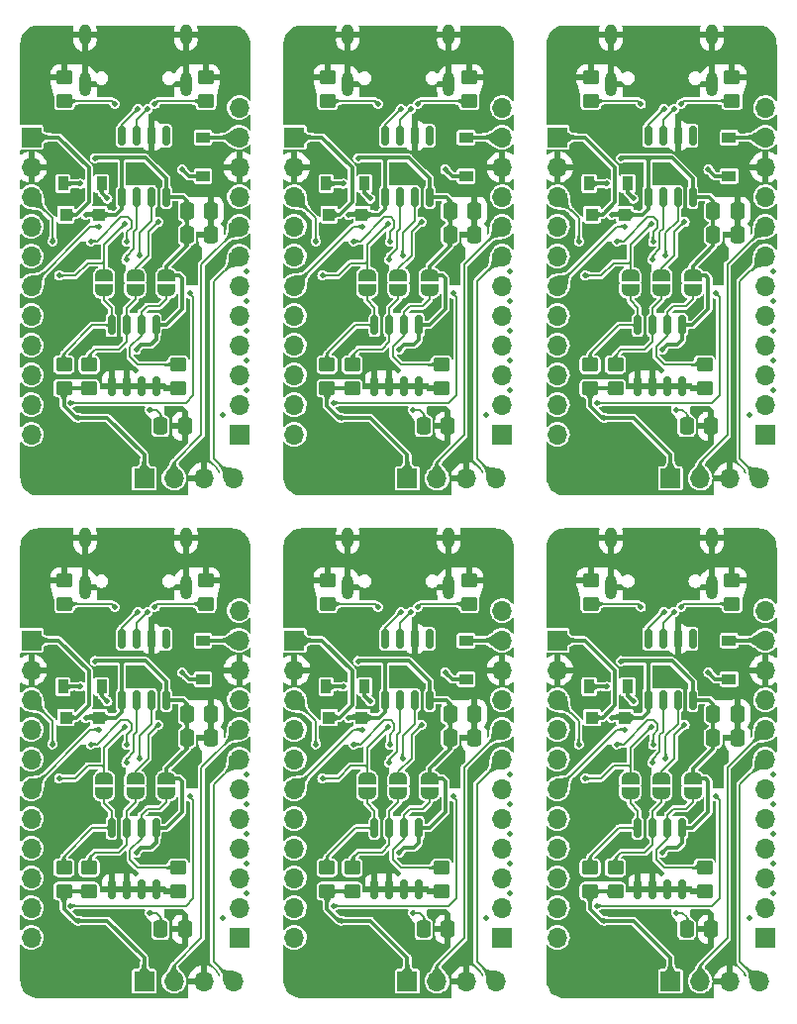
<source format=gbr>
%TF.GenerationSoftware,KiCad,Pcbnew,(6.0.8)*%
%TF.CreationDate,2023-05-03T14:57:18+02:00*%
%TF.ProjectId,Floppy Board v3.1,466c6f70-7079-4204-926f-617264207633,3.0*%
%TF.SameCoordinates,Original*%
%TF.FileFunction,Copper,L2,Bot*%
%TF.FilePolarity,Positive*%
%FSLAX46Y46*%
G04 Gerber Fmt 4.6, Leading zero omitted, Abs format (unit mm)*
G04 Created by KiCad (PCBNEW (6.0.8)) date 2023-05-03 14:57:18*
%MOMM*%
%LPD*%
G01*
G04 APERTURE LIST*
G04 Aperture macros list*
%AMRoundRect*
0 Rectangle with rounded corners*
0 $1 Rounding radius*
0 $2 $3 $4 $5 $6 $7 $8 $9 X,Y pos of 4 corners*
0 Add a 4 corners polygon primitive as box body*
4,1,4,$2,$3,$4,$5,$6,$7,$8,$9,$2,$3,0*
0 Add four circle primitives for the rounded corners*
1,1,$1+$1,$2,$3*
1,1,$1+$1,$4,$5*
1,1,$1+$1,$6,$7*
1,1,$1+$1,$8,$9*
0 Add four rect primitives between the rounded corners*
20,1,$1+$1,$2,$3,$4,$5,0*
20,1,$1+$1,$4,$5,$6,$7,0*
20,1,$1+$1,$6,$7,$8,$9,0*
20,1,$1+$1,$8,$9,$2,$3,0*%
%AMFreePoly0*
4,1,22,0.500000,-0.750000,0.000000,-0.750000,0.000000,-0.745033,-0.079941,-0.743568,-0.215256,-0.701293,-0.333266,-0.622738,-0.424486,-0.514219,-0.481581,-0.384460,-0.499164,-0.250000,-0.500000,-0.250000,-0.500000,0.250000,-0.499164,0.250000,-0.499963,0.256109,-0.478152,0.396186,-0.417904,0.524511,-0.324060,0.630769,-0.204165,0.706417,-0.067858,0.745374,0.000000,0.744959,0.000000,0.750000,
0.500000,0.750000,0.500000,-0.750000,0.500000,-0.750000,$1*%
%AMFreePoly1*
4,1,20,0.000000,0.744959,0.073905,0.744508,0.209726,0.703889,0.328688,0.626782,0.421226,0.519385,0.479903,0.390333,0.500000,0.250000,0.500000,-0.250000,0.499851,-0.262216,0.476331,-0.402017,0.414519,-0.529596,0.319384,-0.634700,0.198574,-0.708877,0.061801,-0.746166,0.000000,-0.745033,0.000000,-0.750000,-0.500000,-0.750000,-0.500000,0.750000,0.000000,0.750000,0.000000,0.744959,
0.000000,0.744959,$1*%
G04 Aperture macros list end*
%TA.AperFunction,SMDPad,CuDef*%
%ADD10R,1.200000X0.900000*%
%TD*%
%TA.AperFunction,SMDPad,CuDef*%
%ADD11RoundRect,0.250000X0.450000X-0.350000X0.450000X0.350000X-0.450000X0.350000X-0.450000X-0.350000X0*%
%TD*%
%TA.AperFunction,SMDPad,CuDef*%
%ADD12R,0.900000X1.200000*%
%TD*%
%TA.AperFunction,SMDPad,CuDef*%
%ADD13FreePoly0,90.000000*%
%TD*%
%TA.AperFunction,SMDPad,CuDef*%
%ADD14FreePoly1,90.000000*%
%TD*%
%TA.AperFunction,SMDPad,CuDef*%
%ADD15RoundRect,0.250000X-0.337500X-0.475000X0.337500X-0.475000X0.337500X0.475000X-0.337500X0.475000X0*%
%TD*%
%TA.AperFunction,SMDPad,CuDef*%
%ADD16RoundRect,0.250000X-0.450000X0.350000X-0.450000X-0.350000X0.450000X-0.350000X0.450000X0.350000X0*%
%TD*%
%TA.AperFunction,SMDPad,CuDef*%
%ADD17R,1.100000X1.100000*%
%TD*%
%TA.AperFunction,ComponentPad*%
%ADD18R,1.700000X1.700000*%
%TD*%
%TA.AperFunction,ComponentPad*%
%ADD19O,1.700000X1.700000*%
%TD*%
%TA.AperFunction,SMDPad,CuDef*%
%ADD20RoundRect,0.150000X-0.150000X0.675000X-0.150000X-0.675000X0.150000X-0.675000X0.150000X0.675000X0*%
%TD*%
%TA.AperFunction,SMDPad,CuDef*%
%ADD21RoundRect,0.150000X0.150000X-0.675000X0.150000X0.675000X-0.150000X0.675000X-0.150000X-0.675000X0*%
%TD*%
%TA.AperFunction,ComponentPad*%
%ADD22O,1.000000X2.100000*%
%TD*%
%TA.AperFunction,ComponentPad*%
%ADD23O,1.000000X1.800000*%
%TD*%
%TA.AperFunction,ViaPad*%
%ADD24C,0.460000*%
%TD*%
%TA.AperFunction,Conductor*%
%ADD25C,0.200000*%
%TD*%
%TA.AperFunction,Conductor*%
%ADD26C,0.300000*%
%TD*%
G04 APERTURE END LIST*
D10*
%TO.P,D1,1,K*%
%TO.N,VBUS*%
X167843200Y-109114400D03*
%TO.P,D1,2,A*%
%TO.N,VCC*%
X167843200Y-105814400D03*
%TD*%
D11*
%TO.P,R3,1*%
%TO.N,+3V3*%
X158115000Y-127235000D03*
%TO.P,R3,2*%
%TO.N,Net-(JP2-Pad1)*%
X158115000Y-125235000D03*
%TD*%
%TO.P,R7,1*%
%TO.N,Net-(J2-Pad4)*%
X168097200Y-102673200D03*
%TO.P,R7,2*%
%TO.N,GND*%
X168097200Y-100673200D03*
%TD*%
D12*
%TO.P,D5,1,K*%
%TO.N,VBUS*%
X159180800Y-109750400D03*
%TO.P,D5,2,A*%
%TO.N,/VBUS_FUSED*%
X155880800Y-109750400D03*
%TD*%
D13*
%TO.P,JP1,1,A*%
%TO.N,Net-(JP1-Pad1)*%
X159385000Y-118884000D03*
D14*
%TO.P,JP1,2,B*%
%TO.N,PC14*%
X159385000Y-117584000D03*
%TD*%
D13*
%TO.P,JP3,1,A*%
%TO.N,/WP*%
X164719000Y-118884000D03*
D14*
%TO.P,JP3,2,B*%
%TO.N,+3V3*%
X164719000Y-117584000D03*
%TD*%
D13*
%TO.P,JP2,1,A*%
%TO.N,Net-(JP2-Pad1)*%
X162052000Y-118884000D03*
D14*
%TO.P,JP2,2,B*%
%TO.N,PB7*%
X162052000Y-117584000D03*
%TD*%
D15*
%TO.P,C3,1*%
%TO.N,NRST*%
X164214900Y-130476800D03*
%TO.P,C3,2*%
%TO.N,GND*%
X166289900Y-130476800D03*
%TD*%
D16*
%TO.P,R6,1*%
%TO.N,GND*%
X156006800Y-100673200D03*
%TO.P,R6,2*%
%TO.N,Net-(J2-Pad10)*%
X156006800Y-102673200D03*
%TD*%
D15*
%TO.P,C8,1*%
%TO.N,+3V3*%
X166475500Y-114119200D03*
%TO.P,C8,2*%
%TO.N,GND*%
X168550500Y-114119200D03*
%TD*%
D17*
%TO.P,D3,1,K*%
%TO.N,VDD*%
X156130800Y-112392000D03*
%TO.P,D3,2,A*%
%TO.N,+3V3*%
X158930800Y-112392000D03*
%TD*%
D18*
%TO.P,J3,1,Pin_1*%
%TO.N,VDD*%
X153162000Y-105788000D03*
D19*
%TO.P,J3,2,Pin_2*%
%TO.N,GND*%
X153162000Y-108328000D03*
%TO.P,J3,3,Pin_3*%
%TO.N,NRST*%
X153162000Y-110868000D03*
%TO.P,J3,4,Pin_4*%
%TO.N,PB7*%
X153162000Y-113408000D03*
%TO.P,J3,5,Pin_5*%
%TO.N,PC14*%
X153162000Y-115948000D03*
%TO.P,J3,6,Pin_6*%
%TO.N,PC15*%
X153162000Y-118488000D03*
%TO.P,J3,7,Pin_7*%
%TO.N,PA0*%
X153162000Y-121028000D03*
%TO.P,J3,8,Pin_8*%
%TO.N,PA1*%
X153162000Y-123568000D03*
%TO.P,J3,9,Pin_9*%
%TO.N,PA2{slash}TX2*%
X153162000Y-126108000D03*
%TO.P,J3,10,Pin_10*%
%TO.N,PA3{slash}RX2*%
X153162000Y-128648000D03*
%TO.P,J3,11,Pin_11*%
%TO.N,PA4*%
X153162000Y-131188000D03*
%TD*%
D20*
%TO.P,U4,1,UD+*%
%TO.N,/D+*%
X160909000Y-105652200D03*
%TO.P,U4,2,UD-*%
%TO.N,/D-*%
X162179000Y-105652200D03*
%TO.P,U4,3,GND*%
%TO.N,GND*%
X163449000Y-105652200D03*
%TO.P,U4,4,RTS#*%
%TO.N,unconnected-(U4-Pad4)*%
X164719000Y-105652200D03*
%TO.P,U4,5,VCC*%
%TO.N,+3V3*%
X164719000Y-110902200D03*
%TO.P,U4,6,TXD*%
%TO.N,PA3{slash}RX2*%
X163449000Y-110902200D03*
%TO.P,U4,7,RXD*%
%TO.N,PA2{slash}TX2*%
X162179000Y-110902200D03*
%TO.P,U4,8,V3*%
%TO.N,+3V3*%
X160909000Y-110902200D03*
%TD*%
D15*
%TO.P,C9,1*%
%TO.N,+3V3*%
X166475500Y-112087200D03*
%TO.P,C9,2*%
%TO.N,GND*%
X168550500Y-112087200D03*
%TD*%
D16*
%TO.P,R1,1*%
%TO.N,/WP*%
X165735000Y-125235000D03*
%TO.P,R1,2*%
%TO.N,GND*%
X165735000Y-127235000D03*
%TD*%
D18*
%TO.P,J4,1,Pin_1*%
%TO.N,PA5*%
X170942000Y-131188000D03*
D19*
%TO.P,J4,2,Pin_2*%
%TO.N,PA6*%
X170942000Y-128648000D03*
%TO.P,J4,3,Pin_3*%
%TO.N,PA7*%
X170942000Y-126108000D03*
%TO.P,J4,4,Pin_4*%
%TO.N,PB0*%
X170942000Y-123568000D03*
%TO.P,J4,5,Pin_5*%
%TO.N,PA11*%
X170942000Y-121028000D03*
%TO.P,J4,6,Pin_6*%
%TO.N,PA12*%
X170942000Y-118488000D03*
%TO.P,J4,7,Pin_7*%
%TO.N,PA13{slash}SWDIO*%
X170942000Y-115948000D03*
%TO.P,J4,8,Pin_8*%
%TO.N,PA14{slash}SWCLK{slash}BOOT0*%
X170942000Y-113408000D03*
%TO.P,J4,9,Pin_9*%
%TO.N,PB3*%
X170942000Y-110868000D03*
%TO.P,J4,10,Pin_10*%
%TO.N,GND*%
X170942000Y-108328000D03*
%TO.P,J4,11,Pin_11*%
%TO.N,VCC*%
X170942000Y-105788000D03*
%TO.P,J4,12,Pin_12*%
%TO.N,VBUS*%
X170942000Y-103248000D03*
%TD*%
D18*
%TO.P,J1,1,Pin_1*%
%TO.N,+3V3*%
X162822000Y-134938000D03*
D19*
%TO.P,J1,2,Pin_2*%
%TO.N,PA14{slash}SWCLK{slash}BOOT0*%
X165362000Y-134938000D03*
%TO.P,J1,3,Pin_3*%
%TO.N,GND*%
X167902000Y-134938000D03*
%TO.P,J1,4,Pin_4*%
%TO.N,PA13{slash}SWDIO*%
X170442000Y-134938000D03*
%TD*%
D16*
%TO.P,R2,1*%
%TO.N,Net-(JP1-Pad1)*%
X155956000Y-125235000D03*
%TO.P,R2,2*%
%TO.N,+3V3*%
X155956000Y-127235000D03*
%TD*%
D21*
%TO.P,U2,1,A0*%
%TO.N,GND*%
X163830000Y-127082000D03*
%TO.P,U2,2,A1*%
X162560000Y-127082000D03*
%TO.P,U2,3,A2*%
X161290000Y-127082000D03*
%TO.P,U2,4,GND*%
X160020000Y-127082000D03*
%TO.P,U2,5,SDA*%
%TO.N,Net-(JP1-Pad1)*%
X160020000Y-121832000D03*
%TO.P,U2,6,SCL*%
%TO.N,Net-(JP2-Pad1)*%
X161290000Y-121832000D03*
%TO.P,U2,7,WP*%
%TO.N,/WP*%
X162560000Y-121832000D03*
%TO.P,U2,8,VCC*%
%TO.N,+3V3*%
X163830000Y-121832000D03*
%TD*%
D22*
%TO.P,J2,13,SHIELD*%
%TO.N,GND*%
X157737000Y-101230500D03*
D23*
X157737000Y-97050500D03*
D22*
X166377000Y-101230500D03*
D23*
X166377000Y-97050500D03*
%TD*%
D10*
%TO.P,D1,1,K*%
%TO.N,VBUS*%
X167843200Y-66114400D03*
%TO.P,D1,2,A*%
%TO.N,VCC*%
X167843200Y-62814400D03*
%TD*%
D11*
%TO.P,R3,1*%
%TO.N,+3V3*%
X158115000Y-84235000D03*
%TO.P,R3,2*%
%TO.N,Net-(JP2-Pad1)*%
X158115000Y-82235000D03*
%TD*%
%TO.P,R7,1*%
%TO.N,Net-(J2-Pad4)*%
X168097200Y-59673200D03*
%TO.P,R7,2*%
%TO.N,GND*%
X168097200Y-57673200D03*
%TD*%
D12*
%TO.P,D5,1,K*%
%TO.N,VBUS*%
X159180800Y-66750400D03*
%TO.P,D5,2,A*%
%TO.N,/VBUS_FUSED*%
X155880800Y-66750400D03*
%TD*%
D13*
%TO.P,JP1,1,A*%
%TO.N,Net-(JP1-Pad1)*%
X159385000Y-75884000D03*
D14*
%TO.P,JP1,2,B*%
%TO.N,PC14*%
X159385000Y-74584000D03*
%TD*%
D13*
%TO.P,JP3,1,A*%
%TO.N,/WP*%
X164719000Y-75884000D03*
D14*
%TO.P,JP3,2,B*%
%TO.N,+3V3*%
X164719000Y-74584000D03*
%TD*%
D13*
%TO.P,JP2,1,A*%
%TO.N,Net-(JP2-Pad1)*%
X162052000Y-75884000D03*
D14*
%TO.P,JP2,2,B*%
%TO.N,PB7*%
X162052000Y-74584000D03*
%TD*%
D15*
%TO.P,C3,1*%
%TO.N,NRST*%
X164214900Y-87476800D03*
%TO.P,C3,2*%
%TO.N,GND*%
X166289900Y-87476800D03*
%TD*%
D16*
%TO.P,R6,1*%
%TO.N,GND*%
X156006800Y-57673200D03*
%TO.P,R6,2*%
%TO.N,Net-(J2-Pad10)*%
X156006800Y-59673200D03*
%TD*%
D15*
%TO.P,C8,1*%
%TO.N,+3V3*%
X166475500Y-71119200D03*
%TO.P,C8,2*%
%TO.N,GND*%
X168550500Y-71119200D03*
%TD*%
D17*
%TO.P,D3,1,K*%
%TO.N,VDD*%
X156130800Y-69392000D03*
%TO.P,D3,2,A*%
%TO.N,+3V3*%
X158930800Y-69392000D03*
%TD*%
D18*
%TO.P,J3,1,Pin_1*%
%TO.N,VDD*%
X153162000Y-62788000D03*
D19*
%TO.P,J3,2,Pin_2*%
%TO.N,GND*%
X153162000Y-65328000D03*
%TO.P,J3,3,Pin_3*%
%TO.N,NRST*%
X153162000Y-67868000D03*
%TO.P,J3,4,Pin_4*%
%TO.N,PB7*%
X153162000Y-70408000D03*
%TO.P,J3,5,Pin_5*%
%TO.N,PC14*%
X153162000Y-72948000D03*
%TO.P,J3,6,Pin_6*%
%TO.N,PC15*%
X153162000Y-75488000D03*
%TO.P,J3,7,Pin_7*%
%TO.N,PA0*%
X153162000Y-78028000D03*
%TO.P,J3,8,Pin_8*%
%TO.N,PA1*%
X153162000Y-80568000D03*
%TO.P,J3,9,Pin_9*%
%TO.N,PA2{slash}TX2*%
X153162000Y-83108000D03*
%TO.P,J3,10,Pin_10*%
%TO.N,PA3{slash}RX2*%
X153162000Y-85648000D03*
%TO.P,J3,11,Pin_11*%
%TO.N,PA4*%
X153162000Y-88188000D03*
%TD*%
D20*
%TO.P,U4,1,UD+*%
%TO.N,/D+*%
X160909000Y-62652200D03*
%TO.P,U4,2,UD-*%
%TO.N,/D-*%
X162179000Y-62652200D03*
%TO.P,U4,3,GND*%
%TO.N,GND*%
X163449000Y-62652200D03*
%TO.P,U4,4,RTS#*%
%TO.N,unconnected-(U4-Pad4)*%
X164719000Y-62652200D03*
%TO.P,U4,5,VCC*%
%TO.N,+3V3*%
X164719000Y-67902200D03*
%TO.P,U4,6,TXD*%
%TO.N,PA3{slash}RX2*%
X163449000Y-67902200D03*
%TO.P,U4,7,RXD*%
%TO.N,PA2{slash}TX2*%
X162179000Y-67902200D03*
%TO.P,U4,8,V3*%
%TO.N,+3V3*%
X160909000Y-67902200D03*
%TD*%
D15*
%TO.P,C9,1*%
%TO.N,+3V3*%
X166475500Y-69087200D03*
%TO.P,C9,2*%
%TO.N,GND*%
X168550500Y-69087200D03*
%TD*%
D16*
%TO.P,R1,1*%
%TO.N,/WP*%
X165735000Y-82235000D03*
%TO.P,R1,2*%
%TO.N,GND*%
X165735000Y-84235000D03*
%TD*%
D18*
%TO.P,J4,1,Pin_1*%
%TO.N,PA5*%
X170942000Y-88188000D03*
D19*
%TO.P,J4,2,Pin_2*%
%TO.N,PA6*%
X170942000Y-85648000D03*
%TO.P,J4,3,Pin_3*%
%TO.N,PA7*%
X170942000Y-83108000D03*
%TO.P,J4,4,Pin_4*%
%TO.N,PB0*%
X170942000Y-80568000D03*
%TO.P,J4,5,Pin_5*%
%TO.N,PA11*%
X170942000Y-78028000D03*
%TO.P,J4,6,Pin_6*%
%TO.N,PA12*%
X170942000Y-75488000D03*
%TO.P,J4,7,Pin_7*%
%TO.N,PA13{slash}SWDIO*%
X170942000Y-72948000D03*
%TO.P,J4,8,Pin_8*%
%TO.N,PA14{slash}SWCLK{slash}BOOT0*%
X170942000Y-70408000D03*
%TO.P,J4,9,Pin_9*%
%TO.N,PB3*%
X170942000Y-67868000D03*
%TO.P,J4,10,Pin_10*%
%TO.N,GND*%
X170942000Y-65328000D03*
%TO.P,J4,11,Pin_11*%
%TO.N,VCC*%
X170942000Y-62788000D03*
%TO.P,J4,12,Pin_12*%
%TO.N,VBUS*%
X170942000Y-60248000D03*
%TD*%
D18*
%TO.P,J1,1,Pin_1*%
%TO.N,+3V3*%
X162822000Y-91938000D03*
D19*
%TO.P,J1,2,Pin_2*%
%TO.N,PA14{slash}SWCLK{slash}BOOT0*%
X165362000Y-91938000D03*
%TO.P,J1,3,Pin_3*%
%TO.N,GND*%
X167902000Y-91938000D03*
%TO.P,J1,4,Pin_4*%
%TO.N,PA13{slash}SWDIO*%
X170442000Y-91938000D03*
%TD*%
D16*
%TO.P,R2,1*%
%TO.N,Net-(JP1-Pad1)*%
X155956000Y-82235000D03*
%TO.P,R2,2*%
%TO.N,+3V3*%
X155956000Y-84235000D03*
%TD*%
D21*
%TO.P,U2,1,A0*%
%TO.N,GND*%
X163830000Y-84082000D03*
%TO.P,U2,2,A1*%
X162560000Y-84082000D03*
%TO.P,U2,3,A2*%
X161290000Y-84082000D03*
%TO.P,U2,4,GND*%
X160020000Y-84082000D03*
%TO.P,U2,5,SDA*%
%TO.N,Net-(JP1-Pad1)*%
X160020000Y-78832000D03*
%TO.P,U2,6,SCL*%
%TO.N,Net-(JP2-Pad1)*%
X161290000Y-78832000D03*
%TO.P,U2,7,WP*%
%TO.N,/WP*%
X162560000Y-78832000D03*
%TO.P,U2,8,VCC*%
%TO.N,+3V3*%
X163830000Y-78832000D03*
%TD*%
D22*
%TO.P,J2,13,SHIELD*%
%TO.N,GND*%
X157737000Y-58230500D03*
D23*
X157737000Y-54050500D03*
D22*
X166377000Y-58230500D03*
D23*
X166377000Y-54050500D03*
%TD*%
D10*
%TO.P,D1,1,K*%
%TO.N,VBUS*%
X145343200Y-109114400D03*
%TO.P,D1,2,A*%
%TO.N,VCC*%
X145343200Y-105814400D03*
%TD*%
D11*
%TO.P,R3,1*%
%TO.N,+3V3*%
X135615000Y-127235000D03*
%TO.P,R3,2*%
%TO.N,Net-(JP2-Pad1)*%
X135615000Y-125235000D03*
%TD*%
%TO.P,R7,1*%
%TO.N,Net-(J2-Pad4)*%
X145597200Y-102673200D03*
%TO.P,R7,2*%
%TO.N,GND*%
X145597200Y-100673200D03*
%TD*%
D12*
%TO.P,D5,1,K*%
%TO.N,VBUS*%
X136680800Y-109750400D03*
%TO.P,D5,2,A*%
%TO.N,/VBUS_FUSED*%
X133380800Y-109750400D03*
%TD*%
D13*
%TO.P,JP1,1,A*%
%TO.N,Net-(JP1-Pad1)*%
X136885000Y-118884000D03*
D14*
%TO.P,JP1,2,B*%
%TO.N,PC14*%
X136885000Y-117584000D03*
%TD*%
D13*
%TO.P,JP3,1,A*%
%TO.N,/WP*%
X142219000Y-118884000D03*
D14*
%TO.P,JP3,2,B*%
%TO.N,+3V3*%
X142219000Y-117584000D03*
%TD*%
D13*
%TO.P,JP2,1,A*%
%TO.N,Net-(JP2-Pad1)*%
X139552000Y-118884000D03*
D14*
%TO.P,JP2,2,B*%
%TO.N,PB7*%
X139552000Y-117584000D03*
%TD*%
D15*
%TO.P,C3,1*%
%TO.N,NRST*%
X141714900Y-130476800D03*
%TO.P,C3,2*%
%TO.N,GND*%
X143789900Y-130476800D03*
%TD*%
D16*
%TO.P,R6,1*%
%TO.N,GND*%
X133506800Y-100673200D03*
%TO.P,R6,2*%
%TO.N,Net-(J2-Pad10)*%
X133506800Y-102673200D03*
%TD*%
D15*
%TO.P,C8,1*%
%TO.N,+3V3*%
X143975500Y-114119200D03*
%TO.P,C8,2*%
%TO.N,GND*%
X146050500Y-114119200D03*
%TD*%
D17*
%TO.P,D3,1,K*%
%TO.N,VDD*%
X133630800Y-112392000D03*
%TO.P,D3,2,A*%
%TO.N,+3V3*%
X136430800Y-112392000D03*
%TD*%
D18*
%TO.P,J3,1,Pin_1*%
%TO.N,VDD*%
X130662000Y-105788000D03*
D19*
%TO.P,J3,2,Pin_2*%
%TO.N,GND*%
X130662000Y-108328000D03*
%TO.P,J3,3,Pin_3*%
%TO.N,NRST*%
X130662000Y-110868000D03*
%TO.P,J3,4,Pin_4*%
%TO.N,PB7*%
X130662000Y-113408000D03*
%TO.P,J3,5,Pin_5*%
%TO.N,PC14*%
X130662000Y-115948000D03*
%TO.P,J3,6,Pin_6*%
%TO.N,PC15*%
X130662000Y-118488000D03*
%TO.P,J3,7,Pin_7*%
%TO.N,PA0*%
X130662000Y-121028000D03*
%TO.P,J3,8,Pin_8*%
%TO.N,PA1*%
X130662000Y-123568000D03*
%TO.P,J3,9,Pin_9*%
%TO.N,PA2{slash}TX2*%
X130662000Y-126108000D03*
%TO.P,J3,10,Pin_10*%
%TO.N,PA3{slash}RX2*%
X130662000Y-128648000D03*
%TO.P,J3,11,Pin_11*%
%TO.N,PA4*%
X130662000Y-131188000D03*
%TD*%
D20*
%TO.P,U4,1,UD+*%
%TO.N,/D+*%
X138409000Y-105652200D03*
%TO.P,U4,2,UD-*%
%TO.N,/D-*%
X139679000Y-105652200D03*
%TO.P,U4,3,GND*%
%TO.N,GND*%
X140949000Y-105652200D03*
%TO.P,U4,4,RTS#*%
%TO.N,unconnected-(U4-Pad4)*%
X142219000Y-105652200D03*
%TO.P,U4,5,VCC*%
%TO.N,+3V3*%
X142219000Y-110902200D03*
%TO.P,U4,6,TXD*%
%TO.N,PA3{slash}RX2*%
X140949000Y-110902200D03*
%TO.P,U4,7,RXD*%
%TO.N,PA2{slash}TX2*%
X139679000Y-110902200D03*
%TO.P,U4,8,V3*%
%TO.N,+3V3*%
X138409000Y-110902200D03*
%TD*%
D15*
%TO.P,C9,1*%
%TO.N,+3V3*%
X143975500Y-112087200D03*
%TO.P,C9,2*%
%TO.N,GND*%
X146050500Y-112087200D03*
%TD*%
D16*
%TO.P,R1,1*%
%TO.N,/WP*%
X143235000Y-125235000D03*
%TO.P,R1,2*%
%TO.N,GND*%
X143235000Y-127235000D03*
%TD*%
D18*
%TO.P,J4,1,Pin_1*%
%TO.N,PA5*%
X148442000Y-131188000D03*
D19*
%TO.P,J4,2,Pin_2*%
%TO.N,PA6*%
X148442000Y-128648000D03*
%TO.P,J4,3,Pin_3*%
%TO.N,PA7*%
X148442000Y-126108000D03*
%TO.P,J4,4,Pin_4*%
%TO.N,PB0*%
X148442000Y-123568000D03*
%TO.P,J4,5,Pin_5*%
%TO.N,PA11*%
X148442000Y-121028000D03*
%TO.P,J4,6,Pin_6*%
%TO.N,PA12*%
X148442000Y-118488000D03*
%TO.P,J4,7,Pin_7*%
%TO.N,PA13{slash}SWDIO*%
X148442000Y-115948000D03*
%TO.P,J4,8,Pin_8*%
%TO.N,PA14{slash}SWCLK{slash}BOOT0*%
X148442000Y-113408000D03*
%TO.P,J4,9,Pin_9*%
%TO.N,PB3*%
X148442000Y-110868000D03*
%TO.P,J4,10,Pin_10*%
%TO.N,GND*%
X148442000Y-108328000D03*
%TO.P,J4,11,Pin_11*%
%TO.N,VCC*%
X148442000Y-105788000D03*
%TO.P,J4,12,Pin_12*%
%TO.N,VBUS*%
X148442000Y-103248000D03*
%TD*%
D18*
%TO.P,J1,1,Pin_1*%
%TO.N,+3V3*%
X140322000Y-134938000D03*
D19*
%TO.P,J1,2,Pin_2*%
%TO.N,PA14{slash}SWCLK{slash}BOOT0*%
X142862000Y-134938000D03*
%TO.P,J1,3,Pin_3*%
%TO.N,GND*%
X145402000Y-134938000D03*
%TO.P,J1,4,Pin_4*%
%TO.N,PA13{slash}SWDIO*%
X147942000Y-134938000D03*
%TD*%
D16*
%TO.P,R2,1*%
%TO.N,Net-(JP1-Pad1)*%
X133456000Y-125235000D03*
%TO.P,R2,2*%
%TO.N,+3V3*%
X133456000Y-127235000D03*
%TD*%
D21*
%TO.P,U2,1,A0*%
%TO.N,GND*%
X141330000Y-127082000D03*
%TO.P,U2,2,A1*%
X140060000Y-127082000D03*
%TO.P,U2,3,A2*%
X138790000Y-127082000D03*
%TO.P,U2,4,GND*%
X137520000Y-127082000D03*
%TO.P,U2,5,SDA*%
%TO.N,Net-(JP1-Pad1)*%
X137520000Y-121832000D03*
%TO.P,U2,6,SCL*%
%TO.N,Net-(JP2-Pad1)*%
X138790000Y-121832000D03*
%TO.P,U2,7,WP*%
%TO.N,/WP*%
X140060000Y-121832000D03*
%TO.P,U2,8,VCC*%
%TO.N,+3V3*%
X141330000Y-121832000D03*
%TD*%
D22*
%TO.P,J2,13,SHIELD*%
%TO.N,GND*%
X135237000Y-101230500D03*
D23*
X135237000Y-97050500D03*
D22*
X143877000Y-101230500D03*
D23*
X143877000Y-97050500D03*
%TD*%
D10*
%TO.P,D1,1,K*%
%TO.N,VBUS*%
X145343200Y-66114400D03*
%TO.P,D1,2,A*%
%TO.N,VCC*%
X145343200Y-62814400D03*
%TD*%
D11*
%TO.P,R3,1*%
%TO.N,+3V3*%
X135615000Y-84235000D03*
%TO.P,R3,2*%
%TO.N,Net-(JP2-Pad1)*%
X135615000Y-82235000D03*
%TD*%
%TO.P,R7,1*%
%TO.N,Net-(J2-Pad4)*%
X145597200Y-59673200D03*
%TO.P,R7,2*%
%TO.N,GND*%
X145597200Y-57673200D03*
%TD*%
D12*
%TO.P,D5,1,K*%
%TO.N,VBUS*%
X136680800Y-66750400D03*
%TO.P,D5,2,A*%
%TO.N,/VBUS_FUSED*%
X133380800Y-66750400D03*
%TD*%
D13*
%TO.P,JP1,1,A*%
%TO.N,Net-(JP1-Pad1)*%
X136885000Y-75884000D03*
D14*
%TO.P,JP1,2,B*%
%TO.N,PC14*%
X136885000Y-74584000D03*
%TD*%
D13*
%TO.P,JP3,1,A*%
%TO.N,/WP*%
X142219000Y-75884000D03*
D14*
%TO.P,JP3,2,B*%
%TO.N,+3V3*%
X142219000Y-74584000D03*
%TD*%
D13*
%TO.P,JP2,1,A*%
%TO.N,Net-(JP2-Pad1)*%
X139552000Y-75884000D03*
D14*
%TO.P,JP2,2,B*%
%TO.N,PB7*%
X139552000Y-74584000D03*
%TD*%
D15*
%TO.P,C3,1*%
%TO.N,NRST*%
X141714900Y-87476800D03*
%TO.P,C3,2*%
%TO.N,GND*%
X143789900Y-87476800D03*
%TD*%
D16*
%TO.P,R6,1*%
%TO.N,GND*%
X133506800Y-57673200D03*
%TO.P,R6,2*%
%TO.N,Net-(J2-Pad10)*%
X133506800Y-59673200D03*
%TD*%
D15*
%TO.P,C8,1*%
%TO.N,+3V3*%
X143975500Y-71119200D03*
%TO.P,C8,2*%
%TO.N,GND*%
X146050500Y-71119200D03*
%TD*%
D17*
%TO.P,D3,1,K*%
%TO.N,VDD*%
X133630800Y-69392000D03*
%TO.P,D3,2,A*%
%TO.N,+3V3*%
X136430800Y-69392000D03*
%TD*%
D18*
%TO.P,J3,1,Pin_1*%
%TO.N,VDD*%
X130662000Y-62788000D03*
D19*
%TO.P,J3,2,Pin_2*%
%TO.N,GND*%
X130662000Y-65328000D03*
%TO.P,J3,3,Pin_3*%
%TO.N,NRST*%
X130662000Y-67868000D03*
%TO.P,J3,4,Pin_4*%
%TO.N,PB7*%
X130662000Y-70408000D03*
%TO.P,J3,5,Pin_5*%
%TO.N,PC14*%
X130662000Y-72948000D03*
%TO.P,J3,6,Pin_6*%
%TO.N,PC15*%
X130662000Y-75488000D03*
%TO.P,J3,7,Pin_7*%
%TO.N,PA0*%
X130662000Y-78028000D03*
%TO.P,J3,8,Pin_8*%
%TO.N,PA1*%
X130662000Y-80568000D03*
%TO.P,J3,9,Pin_9*%
%TO.N,PA2{slash}TX2*%
X130662000Y-83108000D03*
%TO.P,J3,10,Pin_10*%
%TO.N,PA3{slash}RX2*%
X130662000Y-85648000D03*
%TO.P,J3,11,Pin_11*%
%TO.N,PA4*%
X130662000Y-88188000D03*
%TD*%
D20*
%TO.P,U4,1,UD+*%
%TO.N,/D+*%
X138409000Y-62652200D03*
%TO.P,U4,2,UD-*%
%TO.N,/D-*%
X139679000Y-62652200D03*
%TO.P,U4,3,GND*%
%TO.N,GND*%
X140949000Y-62652200D03*
%TO.P,U4,4,RTS#*%
%TO.N,unconnected-(U4-Pad4)*%
X142219000Y-62652200D03*
%TO.P,U4,5,VCC*%
%TO.N,+3V3*%
X142219000Y-67902200D03*
%TO.P,U4,6,TXD*%
%TO.N,PA3{slash}RX2*%
X140949000Y-67902200D03*
%TO.P,U4,7,RXD*%
%TO.N,PA2{slash}TX2*%
X139679000Y-67902200D03*
%TO.P,U4,8,V3*%
%TO.N,+3V3*%
X138409000Y-67902200D03*
%TD*%
D15*
%TO.P,C9,1*%
%TO.N,+3V3*%
X143975500Y-69087200D03*
%TO.P,C9,2*%
%TO.N,GND*%
X146050500Y-69087200D03*
%TD*%
D16*
%TO.P,R1,1*%
%TO.N,/WP*%
X143235000Y-82235000D03*
%TO.P,R1,2*%
%TO.N,GND*%
X143235000Y-84235000D03*
%TD*%
D18*
%TO.P,J4,1,Pin_1*%
%TO.N,PA5*%
X148442000Y-88188000D03*
D19*
%TO.P,J4,2,Pin_2*%
%TO.N,PA6*%
X148442000Y-85648000D03*
%TO.P,J4,3,Pin_3*%
%TO.N,PA7*%
X148442000Y-83108000D03*
%TO.P,J4,4,Pin_4*%
%TO.N,PB0*%
X148442000Y-80568000D03*
%TO.P,J4,5,Pin_5*%
%TO.N,PA11*%
X148442000Y-78028000D03*
%TO.P,J4,6,Pin_6*%
%TO.N,PA12*%
X148442000Y-75488000D03*
%TO.P,J4,7,Pin_7*%
%TO.N,PA13{slash}SWDIO*%
X148442000Y-72948000D03*
%TO.P,J4,8,Pin_8*%
%TO.N,PA14{slash}SWCLK{slash}BOOT0*%
X148442000Y-70408000D03*
%TO.P,J4,9,Pin_9*%
%TO.N,PB3*%
X148442000Y-67868000D03*
%TO.P,J4,10,Pin_10*%
%TO.N,GND*%
X148442000Y-65328000D03*
%TO.P,J4,11,Pin_11*%
%TO.N,VCC*%
X148442000Y-62788000D03*
%TO.P,J4,12,Pin_12*%
%TO.N,VBUS*%
X148442000Y-60248000D03*
%TD*%
D18*
%TO.P,J1,1,Pin_1*%
%TO.N,+3V3*%
X140322000Y-91938000D03*
D19*
%TO.P,J1,2,Pin_2*%
%TO.N,PA14{slash}SWCLK{slash}BOOT0*%
X142862000Y-91938000D03*
%TO.P,J1,3,Pin_3*%
%TO.N,GND*%
X145402000Y-91938000D03*
%TO.P,J1,4,Pin_4*%
%TO.N,PA13{slash}SWDIO*%
X147942000Y-91938000D03*
%TD*%
D16*
%TO.P,R2,1*%
%TO.N,Net-(JP1-Pad1)*%
X133456000Y-82235000D03*
%TO.P,R2,2*%
%TO.N,+3V3*%
X133456000Y-84235000D03*
%TD*%
D21*
%TO.P,U2,1,A0*%
%TO.N,GND*%
X141330000Y-84082000D03*
%TO.P,U2,2,A1*%
X140060000Y-84082000D03*
%TO.P,U2,3,A2*%
X138790000Y-84082000D03*
%TO.P,U2,4,GND*%
X137520000Y-84082000D03*
%TO.P,U2,5,SDA*%
%TO.N,Net-(JP1-Pad1)*%
X137520000Y-78832000D03*
%TO.P,U2,6,SCL*%
%TO.N,Net-(JP2-Pad1)*%
X138790000Y-78832000D03*
%TO.P,U2,7,WP*%
%TO.N,/WP*%
X140060000Y-78832000D03*
%TO.P,U2,8,VCC*%
%TO.N,+3V3*%
X141330000Y-78832000D03*
%TD*%
D22*
%TO.P,J2,13,SHIELD*%
%TO.N,GND*%
X135237000Y-58230500D03*
D23*
X135237000Y-54050500D03*
D22*
X143877000Y-58230500D03*
D23*
X143877000Y-54050500D03*
%TD*%
D10*
%TO.P,D1,1,K*%
%TO.N,VBUS*%
X122843200Y-109114400D03*
%TO.P,D1,2,A*%
%TO.N,VCC*%
X122843200Y-105814400D03*
%TD*%
D11*
%TO.P,R3,1*%
%TO.N,+3V3*%
X113115000Y-127235000D03*
%TO.P,R3,2*%
%TO.N,Net-(JP2-Pad1)*%
X113115000Y-125235000D03*
%TD*%
%TO.P,R7,1*%
%TO.N,Net-(J2-Pad4)*%
X123097200Y-102673200D03*
%TO.P,R7,2*%
%TO.N,GND*%
X123097200Y-100673200D03*
%TD*%
D12*
%TO.P,D5,1,K*%
%TO.N,VBUS*%
X114180800Y-109750400D03*
%TO.P,D5,2,A*%
%TO.N,/VBUS_FUSED*%
X110880800Y-109750400D03*
%TD*%
D13*
%TO.P,JP1,1,A*%
%TO.N,Net-(JP1-Pad1)*%
X114385000Y-118884000D03*
D14*
%TO.P,JP1,2,B*%
%TO.N,PC14*%
X114385000Y-117584000D03*
%TD*%
D13*
%TO.P,JP3,1,A*%
%TO.N,/WP*%
X119719000Y-118884000D03*
D14*
%TO.P,JP3,2,B*%
%TO.N,+3V3*%
X119719000Y-117584000D03*
%TD*%
D13*
%TO.P,JP2,1,A*%
%TO.N,Net-(JP2-Pad1)*%
X117052000Y-118884000D03*
D14*
%TO.P,JP2,2,B*%
%TO.N,PB7*%
X117052000Y-117584000D03*
%TD*%
D15*
%TO.P,C3,1*%
%TO.N,NRST*%
X119214900Y-130476800D03*
%TO.P,C3,2*%
%TO.N,GND*%
X121289900Y-130476800D03*
%TD*%
D16*
%TO.P,R6,1*%
%TO.N,GND*%
X111006800Y-100673200D03*
%TO.P,R6,2*%
%TO.N,Net-(J2-Pad10)*%
X111006800Y-102673200D03*
%TD*%
D15*
%TO.P,C8,1*%
%TO.N,+3V3*%
X121475500Y-114119200D03*
%TO.P,C8,2*%
%TO.N,GND*%
X123550500Y-114119200D03*
%TD*%
D17*
%TO.P,D3,1,K*%
%TO.N,VDD*%
X111130800Y-112392000D03*
%TO.P,D3,2,A*%
%TO.N,+3V3*%
X113930800Y-112392000D03*
%TD*%
D18*
%TO.P,J3,1,Pin_1*%
%TO.N,VDD*%
X108162000Y-105788000D03*
D19*
%TO.P,J3,2,Pin_2*%
%TO.N,GND*%
X108162000Y-108328000D03*
%TO.P,J3,3,Pin_3*%
%TO.N,NRST*%
X108162000Y-110868000D03*
%TO.P,J3,4,Pin_4*%
%TO.N,PB7*%
X108162000Y-113408000D03*
%TO.P,J3,5,Pin_5*%
%TO.N,PC14*%
X108162000Y-115948000D03*
%TO.P,J3,6,Pin_6*%
%TO.N,PC15*%
X108162000Y-118488000D03*
%TO.P,J3,7,Pin_7*%
%TO.N,PA0*%
X108162000Y-121028000D03*
%TO.P,J3,8,Pin_8*%
%TO.N,PA1*%
X108162000Y-123568000D03*
%TO.P,J3,9,Pin_9*%
%TO.N,PA2{slash}TX2*%
X108162000Y-126108000D03*
%TO.P,J3,10,Pin_10*%
%TO.N,PA3{slash}RX2*%
X108162000Y-128648000D03*
%TO.P,J3,11,Pin_11*%
%TO.N,PA4*%
X108162000Y-131188000D03*
%TD*%
D20*
%TO.P,U4,1,UD+*%
%TO.N,/D+*%
X115909000Y-105652200D03*
%TO.P,U4,2,UD-*%
%TO.N,/D-*%
X117179000Y-105652200D03*
%TO.P,U4,3,GND*%
%TO.N,GND*%
X118449000Y-105652200D03*
%TO.P,U4,4,RTS#*%
%TO.N,unconnected-(U4-Pad4)*%
X119719000Y-105652200D03*
%TO.P,U4,5,VCC*%
%TO.N,+3V3*%
X119719000Y-110902200D03*
%TO.P,U4,6,TXD*%
%TO.N,PA3{slash}RX2*%
X118449000Y-110902200D03*
%TO.P,U4,7,RXD*%
%TO.N,PA2{slash}TX2*%
X117179000Y-110902200D03*
%TO.P,U4,8,V3*%
%TO.N,+3V3*%
X115909000Y-110902200D03*
%TD*%
D15*
%TO.P,C9,1*%
%TO.N,+3V3*%
X121475500Y-112087200D03*
%TO.P,C9,2*%
%TO.N,GND*%
X123550500Y-112087200D03*
%TD*%
D16*
%TO.P,R1,1*%
%TO.N,/WP*%
X120735000Y-125235000D03*
%TO.P,R1,2*%
%TO.N,GND*%
X120735000Y-127235000D03*
%TD*%
D18*
%TO.P,J4,1,Pin_1*%
%TO.N,PA5*%
X125942000Y-131188000D03*
D19*
%TO.P,J4,2,Pin_2*%
%TO.N,PA6*%
X125942000Y-128648000D03*
%TO.P,J4,3,Pin_3*%
%TO.N,PA7*%
X125942000Y-126108000D03*
%TO.P,J4,4,Pin_4*%
%TO.N,PB0*%
X125942000Y-123568000D03*
%TO.P,J4,5,Pin_5*%
%TO.N,PA11*%
X125942000Y-121028000D03*
%TO.P,J4,6,Pin_6*%
%TO.N,PA12*%
X125942000Y-118488000D03*
%TO.P,J4,7,Pin_7*%
%TO.N,PA13{slash}SWDIO*%
X125942000Y-115948000D03*
%TO.P,J4,8,Pin_8*%
%TO.N,PA14{slash}SWCLK{slash}BOOT0*%
X125942000Y-113408000D03*
%TO.P,J4,9,Pin_9*%
%TO.N,PB3*%
X125942000Y-110868000D03*
%TO.P,J4,10,Pin_10*%
%TO.N,GND*%
X125942000Y-108328000D03*
%TO.P,J4,11,Pin_11*%
%TO.N,VCC*%
X125942000Y-105788000D03*
%TO.P,J4,12,Pin_12*%
%TO.N,VBUS*%
X125942000Y-103248000D03*
%TD*%
D18*
%TO.P,J1,1,Pin_1*%
%TO.N,+3V3*%
X117822000Y-134938000D03*
D19*
%TO.P,J1,2,Pin_2*%
%TO.N,PA14{slash}SWCLK{slash}BOOT0*%
X120362000Y-134938000D03*
%TO.P,J1,3,Pin_3*%
%TO.N,GND*%
X122902000Y-134938000D03*
%TO.P,J1,4,Pin_4*%
%TO.N,PA13{slash}SWDIO*%
X125442000Y-134938000D03*
%TD*%
D16*
%TO.P,R2,1*%
%TO.N,Net-(JP1-Pad1)*%
X110956000Y-125235000D03*
%TO.P,R2,2*%
%TO.N,+3V3*%
X110956000Y-127235000D03*
%TD*%
D21*
%TO.P,U2,1,A0*%
%TO.N,GND*%
X118830000Y-127082000D03*
%TO.P,U2,2,A1*%
X117560000Y-127082000D03*
%TO.P,U2,3,A2*%
X116290000Y-127082000D03*
%TO.P,U2,4,GND*%
X115020000Y-127082000D03*
%TO.P,U2,5,SDA*%
%TO.N,Net-(JP1-Pad1)*%
X115020000Y-121832000D03*
%TO.P,U2,6,SCL*%
%TO.N,Net-(JP2-Pad1)*%
X116290000Y-121832000D03*
%TO.P,U2,7,WP*%
%TO.N,/WP*%
X117560000Y-121832000D03*
%TO.P,U2,8,VCC*%
%TO.N,+3V3*%
X118830000Y-121832000D03*
%TD*%
D22*
%TO.P,J2,13,SHIELD*%
%TO.N,GND*%
X112737000Y-101230500D03*
D23*
X112737000Y-97050500D03*
D22*
X121377000Y-101230500D03*
D23*
X121377000Y-97050500D03*
%TD*%
D18*
%TO.P,J1,1,Pin_1*%
%TO.N,+3V3*%
X117822000Y-91938000D03*
D19*
%TO.P,J1,2,Pin_2*%
%TO.N,PA14{slash}SWCLK{slash}BOOT0*%
X120362000Y-91938000D03*
%TO.P,J1,3,Pin_3*%
%TO.N,GND*%
X122902000Y-91938000D03*
%TO.P,J1,4,Pin_4*%
%TO.N,PA13{slash}SWDIO*%
X125442000Y-91938000D03*
%TD*%
D22*
%TO.P,J2,13,SHIELD*%
%TO.N,GND*%
X112737000Y-58230500D03*
D23*
X112737000Y-54050500D03*
D22*
X121377000Y-58230500D03*
D23*
X121377000Y-54050500D03*
%TD*%
D18*
%TO.P,J4,1,Pin_1*%
%TO.N,PA5*%
X125942000Y-88188000D03*
D19*
%TO.P,J4,2,Pin_2*%
%TO.N,PA6*%
X125942000Y-85648000D03*
%TO.P,J4,3,Pin_3*%
%TO.N,PA7*%
X125942000Y-83108000D03*
%TO.P,J4,4,Pin_4*%
%TO.N,PB0*%
X125942000Y-80568000D03*
%TO.P,J4,5,Pin_5*%
%TO.N,PA11*%
X125942000Y-78028000D03*
%TO.P,J4,6,Pin_6*%
%TO.N,PA12*%
X125942000Y-75488000D03*
%TO.P,J4,7,Pin_7*%
%TO.N,PA13{slash}SWDIO*%
X125942000Y-72948000D03*
%TO.P,J4,8,Pin_8*%
%TO.N,PA14{slash}SWCLK{slash}BOOT0*%
X125942000Y-70408000D03*
%TO.P,J4,9,Pin_9*%
%TO.N,PB3*%
X125942000Y-67868000D03*
%TO.P,J4,10,Pin_10*%
%TO.N,GND*%
X125942000Y-65328000D03*
%TO.P,J4,11,Pin_11*%
%TO.N,VCC*%
X125942000Y-62788000D03*
%TO.P,J4,12,Pin_12*%
%TO.N,VBUS*%
X125942000Y-60248000D03*
%TD*%
D16*
%TO.P,R1,1*%
%TO.N,/WP*%
X120735000Y-82235000D03*
%TO.P,R1,2*%
%TO.N,GND*%
X120735000Y-84235000D03*
%TD*%
D21*
%TO.P,U2,1,A0*%
%TO.N,GND*%
X118830000Y-84082000D03*
%TO.P,U2,2,A1*%
X117560000Y-84082000D03*
%TO.P,U2,3,A2*%
X116290000Y-84082000D03*
%TO.P,U2,4,GND*%
X115020000Y-84082000D03*
%TO.P,U2,5,SDA*%
%TO.N,Net-(JP1-Pad1)*%
X115020000Y-78832000D03*
%TO.P,U2,6,SCL*%
%TO.N,Net-(JP2-Pad1)*%
X116290000Y-78832000D03*
%TO.P,U2,7,WP*%
%TO.N,/WP*%
X117560000Y-78832000D03*
%TO.P,U2,8,VCC*%
%TO.N,+3V3*%
X118830000Y-78832000D03*
%TD*%
D16*
%TO.P,R2,1*%
%TO.N,Net-(JP1-Pad1)*%
X110956000Y-82235000D03*
%TO.P,R2,2*%
%TO.N,+3V3*%
X110956000Y-84235000D03*
%TD*%
D13*
%TO.P,JP1,1,A*%
%TO.N,Net-(JP1-Pad1)*%
X114385000Y-75884000D03*
D14*
%TO.P,JP1,2,B*%
%TO.N,PC14*%
X114385000Y-74584000D03*
%TD*%
D15*
%TO.P,C8,1*%
%TO.N,+3V3*%
X121475500Y-71119200D03*
%TO.P,C8,2*%
%TO.N,GND*%
X123550500Y-71119200D03*
%TD*%
%TO.P,C3,1*%
%TO.N,NRST*%
X119214900Y-87476800D03*
%TO.P,C3,2*%
%TO.N,GND*%
X121289900Y-87476800D03*
%TD*%
D10*
%TO.P,D1,1,K*%
%TO.N,VBUS*%
X122843200Y-66114400D03*
%TO.P,D1,2,A*%
%TO.N,VCC*%
X122843200Y-62814400D03*
%TD*%
D12*
%TO.P,D5,1,K*%
%TO.N,VBUS*%
X114180800Y-66750400D03*
%TO.P,D5,2,A*%
%TO.N,/VBUS_FUSED*%
X110880800Y-66750400D03*
%TD*%
D20*
%TO.P,U4,1,UD+*%
%TO.N,/D+*%
X115909000Y-62652200D03*
%TO.P,U4,2,UD-*%
%TO.N,/D-*%
X117179000Y-62652200D03*
%TO.P,U4,3,GND*%
%TO.N,GND*%
X118449000Y-62652200D03*
%TO.P,U4,4,RTS#*%
%TO.N,unconnected-(U4-Pad4)*%
X119719000Y-62652200D03*
%TO.P,U4,5,VCC*%
%TO.N,+3V3*%
X119719000Y-67902200D03*
%TO.P,U4,6,TXD*%
%TO.N,PA3{slash}RX2*%
X118449000Y-67902200D03*
%TO.P,U4,7,RXD*%
%TO.N,PA2{slash}TX2*%
X117179000Y-67902200D03*
%TO.P,U4,8,V3*%
%TO.N,+3V3*%
X115909000Y-67902200D03*
%TD*%
D11*
%TO.P,R7,1*%
%TO.N,Net-(J2-Pad4)*%
X123097200Y-59673200D03*
%TO.P,R7,2*%
%TO.N,GND*%
X123097200Y-57673200D03*
%TD*%
D16*
%TO.P,R6,1*%
%TO.N,GND*%
X111006800Y-57673200D03*
%TO.P,R6,2*%
%TO.N,Net-(J2-Pad10)*%
X111006800Y-59673200D03*
%TD*%
D13*
%TO.P,JP2,1,A*%
%TO.N,Net-(JP2-Pad1)*%
X117052000Y-75884000D03*
D14*
%TO.P,JP2,2,B*%
%TO.N,PB7*%
X117052000Y-74584000D03*
%TD*%
D11*
%TO.P,R3,1*%
%TO.N,+3V3*%
X113115000Y-84235000D03*
%TO.P,R3,2*%
%TO.N,Net-(JP2-Pad1)*%
X113115000Y-82235000D03*
%TD*%
D17*
%TO.P,D3,1,K*%
%TO.N,VDD*%
X111130800Y-69392000D03*
%TO.P,D3,2,A*%
%TO.N,+3V3*%
X113930800Y-69392000D03*
%TD*%
D18*
%TO.P,J3,1,Pin_1*%
%TO.N,VDD*%
X108162000Y-62788000D03*
D19*
%TO.P,J3,2,Pin_2*%
%TO.N,GND*%
X108162000Y-65328000D03*
%TO.P,J3,3,Pin_3*%
%TO.N,NRST*%
X108162000Y-67868000D03*
%TO.P,J3,4,Pin_4*%
%TO.N,PB7*%
X108162000Y-70408000D03*
%TO.P,J3,5,Pin_5*%
%TO.N,PC14*%
X108162000Y-72948000D03*
%TO.P,J3,6,Pin_6*%
%TO.N,PC15*%
X108162000Y-75488000D03*
%TO.P,J3,7,Pin_7*%
%TO.N,PA0*%
X108162000Y-78028000D03*
%TO.P,J3,8,Pin_8*%
%TO.N,PA1*%
X108162000Y-80568000D03*
%TO.P,J3,9,Pin_9*%
%TO.N,PA2{slash}TX2*%
X108162000Y-83108000D03*
%TO.P,J3,10,Pin_10*%
%TO.N,PA3{slash}RX2*%
X108162000Y-85648000D03*
%TO.P,J3,11,Pin_11*%
%TO.N,PA4*%
X108162000Y-88188000D03*
%TD*%
D13*
%TO.P,JP3,1,A*%
%TO.N,/WP*%
X119719000Y-75884000D03*
D14*
%TO.P,JP3,2,B*%
%TO.N,+3V3*%
X119719000Y-74584000D03*
%TD*%
D15*
%TO.P,C9,1*%
%TO.N,+3V3*%
X121475500Y-69087200D03*
%TO.P,C9,2*%
%TO.N,GND*%
X123550500Y-69087200D03*
%TD*%
D24*
%TO.N,PC15*%
X158943869Y-113417331D03*
%TO.N,GND*%
X171577000Y-127378000D03*
%TO.N,NRST*%
X161340800Y-114728800D03*
X154990800Y-114678000D03*
%TO.N,PC14*%
X155549600Y-117599000D03*
%TO.N,GND*%
X154711400Y-118310200D03*
%TO.N,NRST*%
X158242000Y-114678000D03*
%TO.N,GND*%
X165963600Y-121556500D03*
%TO.N,/VBUS_FUSED*%
X157378400Y-109750400D03*
%TO.N,GND*%
X164211000Y-133601000D03*
%TO.N,NRST*%
X163302401Y-129085431D03*
%TO.N,VBUS*%
X166065200Y-108531200D03*
%TO.N,Net-(J2-Pad10)*%
X160299400Y-102917800D03*
%TO.N,PA3{slash}RX2*%
X162414186Y-115903786D03*
%TO.N,GND*%
X169545000Y-129537000D03*
%TO.N,Net-(J2-Pad4)*%
X163728400Y-102917800D03*
%TO.N,PB7*%
X164033200Y-113001600D03*
%TO.N,/D+*%
X162280600Y-103349600D03*
%TO.N,GND*%
X159512000Y-123237800D03*
X164287200Y-114322400D03*
%TO.N,PA4*%
X156535500Y-128495600D03*
%TO.N,GND*%
X157302200Y-121510600D03*
%TO.N,PA4*%
X166725600Y-119148400D03*
%TO.N,GND*%
X169646600Y-113154000D03*
%TO.N,PC14*%
X161182786Y-113188571D03*
%TO.N,/D-*%
X163118800Y-103375000D03*
%TO.N,GND*%
X162061005Y-125709200D03*
%TO.N,PA2{slash}TX2*%
X161290000Y-116252800D03*
%TO.N,GND*%
X154686000Y-125981000D03*
%TO.N,VBUS*%
X159664400Y-111020400D03*
%TO.N,GND*%
X171577000Y-117218000D03*
X154686000Y-123314000D03*
X171577000Y-122298000D03*
X162847500Y-124177600D03*
X154228800Y-134286800D03*
X170307000Y-97533000D03*
X160731200Y-119300800D03*
X170307000Y-100708000D03*
X164998400Y-123923600D03*
X156337000Y-116938600D03*
X171577000Y-124838000D03*
X154686000Y-128267000D03*
%TO.N,+3V3*%
X157813569Y-112420769D03*
X157175200Y-129765600D03*
%TO.N,GND*%
X164642800Y-120520000D03*
X162052000Y-129410000D03*
X165252400Y-129025100D03*
%TO.N,+3V3*%
X158597600Y-107566000D03*
X162132364Y-123931664D03*
%TO.N,GND*%
X153797000Y-114678000D03*
X152552400Y-122298000D03*
X168656000Y-107312000D03*
X163626800Y-116430600D03*
X153924000Y-97660000D03*
X162052000Y-98523600D03*
X153924000Y-102994000D03*
X171577000Y-114678000D03*
X158597600Y-134337600D03*
X152501600Y-112188800D03*
X171602400Y-112138000D03*
X158953200Y-129105200D03*
X171577000Y-119758000D03*
%TO.N,PC15*%
X158943869Y-70417331D03*
%TO.N,GND*%
X171577000Y-84378000D03*
%TO.N,NRST*%
X161340800Y-71728800D03*
X154990800Y-71678000D03*
%TO.N,PC14*%
X155549600Y-74599000D03*
%TO.N,GND*%
X154711400Y-75310200D03*
%TO.N,NRST*%
X158242000Y-71678000D03*
%TO.N,GND*%
X165963600Y-78556500D03*
%TO.N,/VBUS_FUSED*%
X157378400Y-66750400D03*
%TO.N,GND*%
X164211000Y-90601000D03*
%TO.N,NRST*%
X163302401Y-86085431D03*
%TO.N,VBUS*%
X166065200Y-65531200D03*
%TO.N,Net-(J2-Pad10)*%
X160299400Y-59917800D03*
%TO.N,PA3{slash}RX2*%
X162414186Y-72903786D03*
%TO.N,GND*%
X169545000Y-86537000D03*
%TO.N,Net-(J2-Pad4)*%
X163728400Y-59917800D03*
%TO.N,PB7*%
X164033200Y-70001600D03*
%TO.N,/D+*%
X162280600Y-60349600D03*
%TO.N,GND*%
X159512000Y-80237800D03*
X164287200Y-71322400D03*
%TO.N,PA4*%
X156535500Y-85495600D03*
%TO.N,GND*%
X157302200Y-78510600D03*
%TO.N,PA4*%
X166725600Y-76148400D03*
%TO.N,GND*%
X169646600Y-70154000D03*
%TO.N,PC14*%
X161182786Y-70188571D03*
%TO.N,/D-*%
X163118800Y-60375000D03*
%TO.N,GND*%
X162061005Y-82709200D03*
%TO.N,PA2{slash}TX2*%
X161290000Y-73252800D03*
%TO.N,GND*%
X154686000Y-82981000D03*
%TO.N,VBUS*%
X159664400Y-68020400D03*
%TO.N,GND*%
X171577000Y-74218000D03*
X154686000Y-80314000D03*
X171577000Y-79298000D03*
X162847500Y-81177600D03*
X154228800Y-91286800D03*
X170307000Y-54533000D03*
X160731200Y-76300800D03*
X170307000Y-57708000D03*
X164998400Y-80923600D03*
X156337000Y-73938600D03*
X171577000Y-81838000D03*
X154686000Y-85267000D03*
%TO.N,+3V3*%
X157813569Y-69420769D03*
X157175200Y-86765600D03*
%TO.N,GND*%
X164642800Y-77520000D03*
X162052000Y-86410000D03*
X165252400Y-86025100D03*
%TO.N,+3V3*%
X158597600Y-64566000D03*
X162132364Y-80931664D03*
%TO.N,GND*%
X153797000Y-71678000D03*
X152552400Y-79298000D03*
X168656000Y-64312000D03*
X163626800Y-73430600D03*
X153924000Y-54660000D03*
X162052000Y-55523600D03*
X153924000Y-59994000D03*
X171577000Y-71678000D03*
X158597600Y-91337600D03*
X152501600Y-69188800D03*
X171602400Y-69138000D03*
X158953200Y-86105200D03*
X171577000Y-76758000D03*
%TO.N,PC15*%
X136443869Y-113417331D03*
%TO.N,GND*%
X149077000Y-127378000D03*
%TO.N,NRST*%
X138840800Y-114728800D03*
X132490800Y-114678000D03*
%TO.N,PC14*%
X133049600Y-117599000D03*
%TO.N,GND*%
X132211400Y-118310200D03*
%TO.N,NRST*%
X135742000Y-114678000D03*
%TO.N,GND*%
X143463600Y-121556500D03*
%TO.N,/VBUS_FUSED*%
X134878400Y-109750400D03*
%TO.N,GND*%
X141711000Y-133601000D03*
%TO.N,NRST*%
X140802401Y-129085431D03*
%TO.N,VBUS*%
X143565200Y-108531200D03*
%TO.N,Net-(J2-Pad10)*%
X137799400Y-102917800D03*
%TO.N,PA3{slash}RX2*%
X139914186Y-115903786D03*
%TO.N,GND*%
X147045000Y-129537000D03*
%TO.N,Net-(J2-Pad4)*%
X141228400Y-102917800D03*
%TO.N,PB7*%
X141533200Y-113001600D03*
%TO.N,/D+*%
X139780600Y-103349600D03*
%TO.N,GND*%
X137012000Y-123237800D03*
X141787200Y-114322400D03*
%TO.N,PA4*%
X134035500Y-128495600D03*
%TO.N,GND*%
X134802200Y-121510600D03*
%TO.N,PA4*%
X144225600Y-119148400D03*
%TO.N,GND*%
X147146600Y-113154000D03*
%TO.N,PC14*%
X138682786Y-113188571D03*
%TO.N,/D-*%
X140618800Y-103375000D03*
%TO.N,GND*%
X139561005Y-125709200D03*
%TO.N,PA2{slash}TX2*%
X138790000Y-116252800D03*
%TO.N,GND*%
X132186000Y-125981000D03*
%TO.N,VBUS*%
X137164400Y-111020400D03*
%TO.N,GND*%
X149077000Y-117218000D03*
X132186000Y-123314000D03*
X149077000Y-122298000D03*
X140347500Y-124177600D03*
X131728800Y-134286800D03*
X147807000Y-97533000D03*
X138231200Y-119300800D03*
X147807000Y-100708000D03*
X142498400Y-123923600D03*
X133837000Y-116938600D03*
X149077000Y-124838000D03*
X132186000Y-128267000D03*
%TO.N,+3V3*%
X135313569Y-112420769D03*
X134675200Y-129765600D03*
%TO.N,GND*%
X142142800Y-120520000D03*
X139552000Y-129410000D03*
X142752400Y-129025100D03*
%TO.N,+3V3*%
X136097600Y-107566000D03*
X139632364Y-123931664D03*
%TO.N,GND*%
X131297000Y-114678000D03*
X130052400Y-122298000D03*
X146156000Y-107312000D03*
X141126800Y-116430600D03*
X131424000Y-97660000D03*
X139552000Y-98523600D03*
X131424000Y-102994000D03*
X149077000Y-114678000D03*
X136097600Y-134337600D03*
X130001600Y-112188800D03*
X149102400Y-112138000D03*
X136453200Y-129105200D03*
X149077000Y-119758000D03*
%TO.N,PC15*%
X136443869Y-70417331D03*
%TO.N,GND*%
X149077000Y-84378000D03*
%TO.N,NRST*%
X138840800Y-71728800D03*
X132490800Y-71678000D03*
%TO.N,PC14*%
X133049600Y-74599000D03*
%TO.N,GND*%
X132211400Y-75310200D03*
%TO.N,NRST*%
X135742000Y-71678000D03*
%TO.N,GND*%
X143463600Y-78556500D03*
%TO.N,/VBUS_FUSED*%
X134878400Y-66750400D03*
%TO.N,GND*%
X141711000Y-90601000D03*
%TO.N,NRST*%
X140802401Y-86085431D03*
%TO.N,VBUS*%
X143565200Y-65531200D03*
%TO.N,Net-(J2-Pad10)*%
X137799400Y-59917800D03*
%TO.N,PA3{slash}RX2*%
X139914186Y-72903786D03*
%TO.N,GND*%
X147045000Y-86537000D03*
%TO.N,Net-(J2-Pad4)*%
X141228400Y-59917800D03*
%TO.N,PB7*%
X141533200Y-70001600D03*
%TO.N,/D+*%
X139780600Y-60349600D03*
%TO.N,GND*%
X137012000Y-80237800D03*
X141787200Y-71322400D03*
%TO.N,PA4*%
X134035500Y-85495600D03*
%TO.N,GND*%
X134802200Y-78510600D03*
%TO.N,PA4*%
X144225600Y-76148400D03*
%TO.N,GND*%
X147146600Y-70154000D03*
%TO.N,PC14*%
X138682786Y-70188571D03*
%TO.N,/D-*%
X140618800Y-60375000D03*
%TO.N,GND*%
X139561005Y-82709200D03*
%TO.N,PA2{slash}TX2*%
X138790000Y-73252800D03*
%TO.N,GND*%
X132186000Y-82981000D03*
%TO.N,VBUS*%
X137164400Y-68020400D03*
%TO.N,GND*%
X149077000Y-74218000D03*
X132186000Y-80314000D03*
X149077000Y-79298000D03*
X140347500Y-81177600D03*
X131728800Y-91286800D03*
X147807000Y-54533000D03*
X138231200Y-76300800D03*
X147807000Y-57708000D03*
X142498400Y-80923600D03*
X133837000Y-73938600D03*
X149077000Y-81838000D03*
X132186000Y-85267000D03*
%TO.N,+3V3*%
X135313569Y-69420769D03*
X134675200Y-86765600D03*
%TO.N,GND*%
X142142800Y-77520000D03*
X139552000Y-86410000D03*
X142752400Y-86025100D03*
%TO.N,+3V3*%
X136097600Y-64566000D03*
X139632364Y-80931664D03*
%TO.N,GND*%
X131297000Y-71678000D03*
X130052400Y-79298000D03*
X146156000Y-64312000D03*
X141126800Y-73430600D03*
X131424000Y-54660000D03*
X139552000Y-55523600D03*
X131424000Y-59994000D03*
X149077000Y-71678000D03*
X136097600Y-91337600D03*
X130001600Y-69188800D03*
X149102400Y-69138000D03*
X136453200Y-86105200D03*
X149077000Y-76758000D03*
%TO.N,PC15*%
X113943869Y-113417331D03*
%TO.N,GND*%
X126577000Y-127378000D03*
%TO.N,NRST*%
X116340800Y-114728800D03*
X109990800Y-114678000D03*
%TO.N,PC14*%
X110549600Y-117599000D03*
%TO.N,GND*%
X109711400Y-118310200D03*
%TO.N,NRST*%
X113242000Y-114678000D03*
%TO.N,GND*%
X120963600Y-121556500D03*
%TO.N,/VBUS_FUSED*%
X112378400Y-109750400D03*
%TO.N,GND*%
X119211000Y-133601000D03*
%TO.N,NRST*%
X118302401Y-129085431D03*
%TO.N,VBUS*%
X121065200Y-108531200D03*
%TO.N,Net-(J2-Pad10)*%
X115299400Y-102917800D03*
%TO.N,PA3{slash}RX2*%
X117414186Y-115903786D03*
%TO.N,GND*%
X124545000Y-129537000D03*
%TO.N,Net-(J2-Pad4)*%
X118728400Y-102917800D03*
%TO.N,PB7*%
X119033200Y-113001600D03*
%TO.N,/D+*%
X117280600Y-103349600D03*
%TO.N,GND*%
X114512000Y-123237800D03*
X119287200Y-114322400D03*
%TO.N,PA4*%
X111535500Y-128495600D03*
%TO.N,GND*%
X112302200Y-121510600D03*
%TO.N,PA4*%
X121725600Y-119148400D03*
%TO.N,GND*%
X124646600Y-113154000D03*
%TO.N,PC14*%
X116182786Y-113188571D03*
%TO.N,/D-*%
X118118800Y-103375000D03*
%TO.N,GND*%
X117061005Y-125709200D03*
%TO.N,PA2{slash}TX2*%
X116290000Y-116252800D03*
%TO.N,GND*%
X109686000Y-125981000D03*
%TO.N,VBUS*%
X114664400Y-111020400D03*
%TO.N,GND*%
X126577000Y-117218000D03*
X109686000Y-123314000D03*
X126577000Y-122298000D03*
X117847500Y-124177600D03*
X109228800Y-134286800D03*
X125307000Y-97533000D03*
X115731200Y-119300800D03*
X125307000Y-100708000D03*
X119998400Y-123923600D03*
X111337000Y-116938600D03*
X126577000Y-124838000D03*
X109686000Y-128267000D03*
%TO.N,+3V3*%
X112813569Y-112420769D03*
X112175200Y-129765600D03*
%TO.N,GND*%
X119642800Y-120520000D03*
X117052000Y-129410000D03*
X120252400Y-129025100D03*
%TO.N,+3V3*%
X113597600Y-107566000D03*
X117132364Y-123931664D03*
%TO.N,GND*%
X108797000Y-114678000D03*
X107552400Y-122298000D03*
X123656000Y-107312000D03*
X118626800Y-116430600D03*
X108924000Y-97660000D03*
X117052000Y-98523600D03*
X108924000Y-102994000D03*
X126577000Y-114678000D03*
X113597600Y-134337600D03*
X107501600Y-112188800D03*
X126602400Y-112138000D03*
X113953200Y-129105200D03*
X126577000Y-119758000D03*
%TO.N,+3V3*%
X112175200Y-86765600D03*
X113597600Y-64566000D03*
X112813569Y-69420769D03*
X117132364Y-80931664D03*
%TO.N,GND*%
X120252400Y-86025100D03*
X117052000Y-86410000D03*
X119642800Y-77520000D03*
X117847500Y-81177600D03*
X109686000Y-85267000D03*
X119998400Y-80923600D03*
X126577000Y-81838000D03*
X126577000Y-79298000D03*
X125307000Y-54533000D03*
X125307000Y-57708000D03*
X111337000Y-73938600D03*
X126577000Y-74218000D03*
X115731200Y-76300800D03*
X109686000Y-80314000D03*
X109228800Y-91286800D03*
X123656000Y-64312000D03*
X107552400Y-79298000D03*
X108797000Y-71678000D03*
X107501600Y-69188800D03*
X126577000Y-76758000D03*
X113953200Y-86105200D03*
X126602400Y-69138000D03*
X113597600Y-91337600D03*
X126577000Y-71678000D03*
X108924000Y-59994000D03*
X117052000Y-55523600D03*
X108924000Y-54660000D03*
X118626800Y-73430600D03*
X114512000Y-80237800D03*
X117061005Y-82709200D03*
X124646600Y-70154000D03*
X120963600Y-78556500D03*
X109686000Y-82981000D03*
X112302200Y-78510600D03*
X119211000Y-90601000D03*
X109711400Y-75310200D03*
X126577000Y-84378000D03*
X124545000Y-86537000D03*
X119287200Y-71322400D03*
%TO.N,NRST*%
X118302401Y-86085431D03*
X113242000Y-71678000D03*
X109990800Y-71678000D03*
X116340800Y-71728800D03*
%TO.N,VBUS*%
X114664400Y-68020400D03*
X121065200Y-65531200D03*
%TO.N,PC15*%
X113943869Y-70417331D03*
%TO.N,PA2{slash}TX2*%
X116290000Y-73252800D03*
%TO.N,PA3{slash}RX2*%
X117414186Y-72903786D03*
%TO.N,/VBUS_FUSED*%
X112378400Y-66750400D03*
%TO.N,Net-(J2-Pad4)*%
X118728400Y-59917800D03*
%TO.N,/D-*%
X118118800Y-60375000D03*
%TO.N,/D+*%
X117280600Y-60349600D03*
%TO.N,Net-(J2-Pad10)*%
X115299400Y-59917800D03*
%TO.N,PB7*%
X119033200Y-70001600D03*
%TO.N,PC14*%
X116182786Y-70188571D03*
X110549600Y-74599000D03*
%TO.N,PA4*%
X121725600Y-76148400D03*
X111535500Y-85495600D03*
%TD*%
D25*
%TO.N,/WP*%
X162560000Y-122755200D02*
X161594800Y-123720400D01*
%TO.N,Net-(JP2-Pad1)*%
X161290000Y-120418400D02*
X161290000Y-121832000D01*
X162052000Y-119656400D02*
X161290000Y-120418400D01*
%TO.N,/WP*%
X162560000Y-121832000D02*
X162560000Y-120723200D01*
%TO.N,Net-(JP2-Pad1)*%
X162052000Y-118884000D02*
X162052000Y-119656400D01*
%TO.N,/WP*%
X164719000Y-119631000D02*
X164719000Y-118884000D01*
X161594800Y-123720400D02*
X161594800Y-124533200D01*
X161594800Y-124533200D02*
X162296600Y-125235000D01*
%TO.N,Net-(JP2-Pad1)*%
X158597600Y-123923600D02*
X160629600Y-123923600D01*
%TO.N,/WP*%
X164134800Y-120215200D02*
X164719000Y-119631000D01*
X163068000Y-120215200D02*
X164134800Y-120215200D01*
%TO.N,Net-(JP2-Pad1)*%
X161290000Y-123263200D02*
X161290000Y-121832000D01*
X160629600Y-123923600D02*
X161290000Y-123263200D01*
%TO.N,/WP*%
X162560000Y-120723200D02*
X163068000Y-120215200D01*
X162560000Y-121832000D02*
X162560000Y-122755200D01*
X162296600Y-125235000D02*
X165735000Y-125235000D01*
%TO.N,Net-(JP2-Pad1)*%
X158115000Y-125235000D02*
X158115000Y-124406200D01*
X158115000Y-124406200D02*
X158597600Y-123923600D01*
%TO.N,Net-(JP1-Pad1)*%
X160020000Y-121832000D02*
X160020000Y-120367600D01*
X158403200Y-121832000D02*
X160020000Y-121832000D01*
%TO.N,PA13{slash}SWDIO*%
X168757600Y-133253600D02*
X168757600Y-118132400D01*
X168757600Y-118132400D02*
X170942000Y-115948000D01*
X170442000Y-134938000D02*
X168757600Y-133253600D01*
%TO.N,PA4*%
X167030400Y-119453200D02*
X166725600Y-119148400D01*
X156535500Y-128495600D02*
X166370000Y-128495600D01*
%TO.N,Net-(JP1-Pad1)*%
X160020000Y-120367600D02*
X159385000Y-119732600D01*
X155956000Y-125235000D02*
X155956000Y-124279200D01*
%TO.N,PA4*%
X166370000Y-128495600D02*
X167030400Y-127835200D01*
%TO.N,Net-(JP1-Pad1)*%
X159385000Y-119732600D02*
X159385000Y-118884000D01*
%TO.N,PA4*%
X167030400Y-127835200D02*
X167030400Y-119453200D01*
%TO.N,Net-(JP1-Pad1)*%
X155956000Y-124279200D02*
X158403200Y-121832000D01*
%TO.N,PC14*%
X159385000Y-117584000D02*
X159385000Y-116684600D01*
X159385000Y-114986357D02*
X159385000Y-117584000D01*
X159232600Y-116532200D02*
X159385000Y-116532200D01*
X159232600Y-116532200D02*
X159385000Y-116684600D01*
X157988000Y-116532200D02*
X159232600Y-116532200D01*
%TO.N,PB7*%
X162052000Y-117014800D02*
X162052000Y-117584000D01*
%TO.N,PC14*%
X161182786Y-113188571D02*
X159385000Y-114986357D01*
%TO.N,PB7*%
X163169600Y-113865200D02*
X163169600Y-115897200D01*
X163169600Y-115897200D02*
X162052000Y-117014800D01*
%TO.N,/D+*%
X160909000Y-104721200D02*
X160909000Y-105652200D01*
%TO.N,/D-*%
X163118800Y-103375000D02*
X162179000Y-104314800D01*
X162179000Y-104314800D02*
X162179000Y-105652200D01*
%TO.N,PC14*%
X159232600Y-116532200D02*
X159385000Y-116379800D01*
X155549600Y-117599000D02*
X156921200Y-117599000D01*
%TO.N,Net-(J2-Pad10)*%
X160054800Y-102673200D02*
X156006800Y-102673200D01*
%TO.N,PB7*%
X164033200Y-113001600D02*
X163169600Y-113865200D01*
%TO.N,/D+*%
X162280600Y-103349600D02*
X160909000Y-104721200D01*
%TO.N,PC14*%
X156921200Y-117599000D02*
X157988000Y-116532200D01*
X159385000Y-116684600D02*
X159385000Y-116532200D01*
X159385000Y-116532200D02*
X159385000Y-116379800D01*
%TO.N,Net-(J2-Pad10)*%
X160299400Y-102917800D02*
X160054800Y-102673200D01*
D26*
%TO.N,VCC*%
X167869600Y-105788000D02*
X170942000Y-105788000D01*
D25*
%TO.N,PC15*%
X158232669Y-113417331D02*
X153162000Y-118488000D01*
%TO.N,PA2{slash}TX2*%
X162179000Y-110902200D02*
X162179000Y-113585800D01*
%TO.N,PA3{slash}RX2*%
X162414186Y-115903786D02*
X162414186Y-113960214D01*
X163449000Y-112925400D02*
X163449000Y-110902200D01*
D26*
%TO.N,VDD*%
X158089600Y-108378800D02*
X158089600Y-111325200D01*
%TO.N,VBUS*%
X166648400Y-109114400D02*
X167843200Y-109114400D01*
%TO.N,VDD*%
X157022800Y-112392000D02*
X156130800Y-112392000D01*
X155498800Y-105788000D02*
X158089600Y-108378800D01*
D25*
%TO.N,PA2{slash}TX2*%
X161899600Y-113865200D02*
X161899600Y-115338400D01*
D26*
%TO.N,VBUS*%
X166065200Y-108531200D02*
X166648400Y-109114400D01*
D25*
%TO.N,PA2{slash}TX2*%
X162179000Y-113585800D02*
X161899600Y-113865200D01*
X161899600Y-115338400D02*
X161290000Y-115948000D01*
%TO.N,PC15*%
X158943869Y-113417331D02*
X158232669Y-113417331D01*
%TO.N,PA3{slash}RX2*%
X162414186Y-113960214D02*
X163449000Y-112925400D01*
%TO.N,PA2{slash}TX2*%
X161290000Y-115948000D02*
X161290000Y-116252800D01*
D26*
%TO.N,VBUS*%
X159180800Y-109750400D02*
X159180800Y-110536800D01*
D25*
%TO.N,Net-(J2-Pad4)*%
X163973000Y-102673200D02*
X168097200Y-102673200D01*
X163728400Y-102917800D02*
X163973000Y-102673200D01*
D26*
%TO.N,VDD*%
X153162000Y-105788000D02*
X155498800Y-105788000D01*
X158089600Y-111325200D02*
X157022800Y-112392000D01*
%TO.N,VCC*%
X167843200Y-105814400D02*
X167869600Y-105788000D01*
%TO.N,/VBUS_FUSED*%
X157378400Y-109750400D02*
X155880800Y-109750400D01*
%TO.N,VBUS*%
X159180800Y-110536800D02*
X159664400Y-111020400D01*
D25*
%TO.N,NRST*%
X161401820Y-112630114D02*
X161712286Y-112940580D01*
X164214900Y-129439300D02*
X164214900Y-130476800D01*
X160848686Y-112630114D02*
X161401820Y-112630114D01*
X163302401Y-129085431D02*
X163861031Y-129085431D01*
X154990800Y-114678000D02*
X154990800Y-112696800D01*
X161712286Y-112940580D02*
X161712286Y-113486828D01*
X158242000Y-114678000D02*
X158800800Y-114678000D01*
%TO.N,PA14{slash}SWCLK{slash}BOOT0*%
X167690800Y-116659200D02*
X167690800Y-131254800D01*
%TO.N,NRST*%
X158800800Y-114678000D02*
X160848686Y-112630114D01*
X163861031Y-129085431D02*
X164214900Y-129439300D01*
X154990800Y-112696800D02*
X153162000Y-110868000D01*
X161712286Y-113486828D02*
X161340800Y-113858314D01*
X161340800Y-113858314D02*
X161340800Y-114728800D01*
%TO.N,PA14{slash}SWCLK{slash}BOOT0*%
X165362000Y-133583600D02*
X165362000Y-134938000D01*
X170942000Y-113408000D02*
X167690800Y-116659200D01*
X167690800Y-131254800D02*
X165362000Y-133583600D01*
D26*
%TO.N,+3V3*%
X161100795Y-107552005D02*
X161202395Y-107552005D01*
X155956000Y-128736344D02*
X155956000Y-127235000D01*
X160426400Y-112392000D02*
X160909000Y-111909400D01*
X165821600Y-117584000D02*
X166065200Y-117827600D01*
X157842338Y-112392000D02*
X158930800Y-112392000D01*
X158930800Y-112392000D02*
X160426400Y-112392000D01*
X160717205Y-107552005D02*
X160694395Y-107552005D01*
X160920405Y-107552005D02*
X161202395Y-107552005D01*
X160909000Y-111909400D02*
X160909000Y-110902200D01*
X158611595Y-107552005D02*
X160694395Y-107552005D01*
X162546828Y-123517200D02*
X163372800Y-123517200D01*
X164719000Y-117584000D02*
X165821600Y-117584000D01*
X163830000Y-123060000D02*
X163830000Y-121832000D01*
X166475500Y-114119200D02*
X166475500Y-112087200D01*
X166475500Y-115029700D02*
X164719000Y-116786200D01*
X160909000Y-107563410D02*
X160920405Y-107552005D01*
X155956000Y-127235000D02*
X158115000Y-127235000D01*
X156985256Y-129765600D02*
X155956000Y-128736344D01*
X166150200Y-110902200D02*
X164719000Y-110902200D01*
X160909000Y-110902200D02*
X160909000Y-107743800D01*
X160909000Y-107743800D02*
X160717205Y-107552005D01*
X162822000Y-132923200D02*
X162822000Y-134938000D01*
X157175200Y-129765600D02*
X156985256Y-129765600D01*
X166475500Y-111227500D02*
X166150200Y-110902200D01*
X164702400Y-121832000D02*
X163830000Y-121832000D01*
X163372800Y-123517200D02*
X163830000Y-123060000D01*
X161202395Y-107552005D02*
X162952405Y-107552005D01*
X158597600Y-107566000D02*
X158611595Y-107552005D01*
X160909000Y-107743800D02*
X161100795Y-107552005D01*
X157175200Y-129765600D02*
X159664400Y-129765600D01*
X162132364Y-123931664D02*
X162546828Y-123517200D01*
X166475500Y-112087200D02*
X166475500Y-111227500D01*
X166065200Y-120469200D02*
X164702400Y-121832000D01*
X160694395Y-107552005D02*
X160920405Y-107552005D01*
X164719000Y-116786200D02*
X164719000Y-117584000D01*
X159664400Y-129765600D02*
X162822000Y-132923200D01*
X164719000Y-109318600D02*
X164719000Y-110902200D01*
X162952405Y-107552005D02*
X164719000Y-109318600D01*
X160909000Y-107743800D02*
X160909000Y-107563410D01*
X166065200Y-117827600D02*
X166065200Y-120469200D01*
X166475500Y-114119200D02*
X166475500Y-115029700D01*
X157813569Y-112420769D02*
X157842338Y-112392000D01*
D25*
%TO.N,/WP*%
X162560000Y-79755200D02*
X161594800Y-80720400D01*
%TO.N,Net-(JP2-Pad1)*%
X161290000Y-77418400D02*
X161290000Y-78832000D01*
X162052000Y-76656400D02*
X161290000Y-77418400D01*
%TO.N,/WP*%
X162560000Y-78832000D02*
X162560000Y-77723200D01*
%TO.N,Net-(JP2-Pad1)*%
X162052000Y-75884000D02*
X162052000Y-76656400D01*
%TO.N,/WP*%
X164719000Y-76631000D02*
X164719000Y-75884000D01*
X161594800Y-80720400D02*
X161594800Y-81533200D01*
X161594800Y-81533200D02*
X162296600Y-82235000D01*
%TO.N,Net-(JP2-Pad1)*%
X158597600Y-80923600D02*
X160629600Y-80923600D01*
%TO.N,/WP*%
X164134800Y-77215200D02*
X164719000Y-76631000D01*
X163068000Y-77215200D02*
X164134800Y-77215200D01*
%TO.N,Net-(JP2-Pad1)*%
X161290000Y-80263200D02*
X161290000Y-78832000D01*
X160629600Y-80923600D02*
X161290000Y-80263200D01*
%TO.N,/WP*%
X162560000Y-77723200D02*
X163068000Y-77215200D01*
X162560000Y-78832000D02*
X162560000Y-79755200D01*
X162296600Y-82235000D02*
X165735000Y-82235000D01*
%TO.N,Net-(JP2-Pad1)*%
X158115000Y-82235000D02*
X158115000Y-81406200D01*
X158115000Y-81406200D02*
X158597600Y-80923600D01*
%TO.N,Net-(JP1-Pad1)*%
X160020000Y-78832000D02*
X160020000Y-77367600D01*
X158403200Y-78832000D02*
X160020000Y-78832000D01*
%TO.N,PA13{slash}SWDIO*%
X168757600Y-90253600D02*
X168757600Y-75132400D01*
X168757600Y-75132400D02*
X170942000Y-72948000D01*
X170442000Y-91938000D02*
X168757600Y-90253600D01*
%TO.N,PA4*%
X167030400Y-76453200D02*
X166725600Y-76148400D01*
X156535500Y-85495600D02*
X166370000Y-85495600D01*
%TO.N,Net-(JP1-Pad1)*%
X160020000Y-77367600D02*
X159385000Y-76732600D01*
X155956000Y-82235000D02*
X155956000Y-81279200D01*
%TO.N,PA4*%
X166370000Y-85495600D02*
X167030400Y-84835200D01*
%TO.N,Net-(JP1-Pad1)*%
X159385000Y-76732600D02*
X159385000Y-75884000D01*
%TO.N,PA4*%
X167030400Y-84835200D02*
X167030400Y-76453200D01*
%TO.N,Net-(JP1-Pad1)*%
X155956000Y-81279200D02*
X158403200Y-78832000D01*
%TO.N,PC14*%
X159385000Y-74584000D02*
X159385000Y-73684600D01*
X159385000Y-71986357D02*
X159385000Y-74584000D01*
X159232600Y-73532200D02*
X159385000Y-73532200D01*
X159232600Y-73532200D02*
X159385000Y-73684600D01*
X157988000Y-73532200D02*
X159232600Y-73532200D01*
%TO.N,PB7*%
X162052000Y-74014800D02*
X162052000Y-74584000D01*
%TO.N,PC14*%
X161182786Y-70188571D02*
X159385000Y-71986357D01*
%TO.N,PB7*%
X163169600Y-70865200D02*
X163169600Y-72897200D01*
X163169600Y-72897200D02*
X162052000Y-74014800D01*
%TO.N,/D+*%
X160909000Y-61721200D02*
X160909000Y-62652200D01*
%TO.N,/D-*%
X163118800Y-60375000D02*
X162179000Y-61314800D01*
X162179000Y-61314800D02*
X162179000Y-62652200D01*
%TO.N,PC14*%
X159232600Y-73532200D02*
X159385000Y-73379800D01*
X155549600Y-74599000D02*
X156921200Y-74599000D01*
%TO.N,Net-(J2-Pad10)*%
X160054800Y-59673200D02*
X156006800Y-59673200D01*
%TO.N,PB7*%
X164033200Y-70001600D02*
X163169600Y-70865200D01*
%TO.N,/D+*%
X162280600Y-60349600D02*
X160909000Y-61721200D01*
%TO.N,PC14*%
X156921200Y-74599000D02*
X157988000Y-73532200D01*
X159385000Y-73684600D02*
X159385000Y-73532200D01*
X159385000Y-73532200D02*
X159385000Y-73379800D01*
%TO.N,Net-(J2-Pad10)*%
X160299400Y-59917800D02*
X160054800Y-59673200D01*
D26*
%TO.N,VCC*%
X167869600Y-62788000D02*
X170942000Y-62788000D01*
D25*
%TO.N,PC15*%
X158232669Y-70417331D02*
X153162000Y-75488000D01*
%TO.N,PA2{slash}TX2*%
X162179000Y-67902200D02*
X162179000Y-70585800D01*
%TO.N,PA3{slash}RX2*%
X162414186Y-72903786D02*
X162414186Y-70960214D01*
X163449000Y-69925400D02*
X163449000Y-67902200D01*
D26*
%TO.N,VDD*%
X158089600Y-65378800D02*
X158089600Y-68325200D01*
%TO.N,VBUS*%
X166648400Y-66114400D02*
X167843200Y-66114400D01*
%TO.N,VDD*%
X157022800Y-69392000D02*
X156130800Y-69392000D01*
X155498800Y-62788000D02*
X158089600Y-65378800D01*
D25*
%TO.N,PA2{slash}TX2*%
X161899600Y-70865200D02*
X161899600Y-72338400D01*
D26*
%TO.N,VBUS*%
X166065200Y-65531200D02*
X166648400Y-66114400D01*
D25*
%TO.N,PA2{slash}TX2*%
X162179000Y-70585800D02*
X161899600Y-70865200D01*
X161899600Y-72338400D02*
X161290000Y-72948000D01*
%TO.N,PC15*%
X158943869Y-70417331D02*
X158232669Y-70417331D01*
%TO.N,PA3{slash}RX2*%
X162414186Y-70960214D02*
X163449000Y-69925400D01*
%TO.N,PA2{slash}TX2*%
X161290000Y-72948000D02*
X161290000Y-73252800D01*
D26*
%TO.N,VBUS*%
X159180800Y-66750400D02*
X159180800Y-67536800D01*
D25*
%TO.N,Net-(J2-Pad4)*%
X163973000Y-59673200D02*
X168097200Y-59673200D01*
X163728400Y-59917800D02*
X163973000Y-59673200D01*
D26*
%TO.N,VDD*%
X153162000Y-62788000D02*
X155498800Y-62788000D01*
X158089600Y-68325200D02*
X157022800Y-69392000D01*
%TO.N,VCC*%
X167843200Y-62814400D02*
X167869600Y-62788000D01*
%TO.N,/VBUS_FUSED*%
X157378400Y-66750400D02*
X155880800Y-66750400D01*
%TO.N,VBUS*%
X159180800Y-67536800D02*
X159664400Y-68020400D01*
D25*
%TO.N,NRST*%
X161401820Y-69630114D02*
X161712286Y-69940580D01*
X164214900Y-86439300D02*
X164214900Y-87476800D01*
X160848686Y-69630114D02*
X161401820Y-69630114D01*
X163302401Y-86085431D02*
X163861031Y-86085431D01*
X154990800Y-71678000D02*
X154990800Y-69696800D01*
X161712286Y-69940580D02*
X161712286Y-70486828D01*
X158242000Y-71678000D02*
X158800800Y-71678000D01*
%TO.N,PA14{slash}SWCLK{slash}BOOT0*%
X167690800Y-73659200D02*
X167690800Y-88254800D01*
%TO.N,NRST*%
X158800800Y-71678000D02*
X160848686Y-69630114D01*
X163861031Y-86085431D02*
X164214900Y-86439300D01*
X154990800Y-69696800D02*
X153162000Y-67868000D01*
X161712286Y-70486828D02*
X161340800Y-70858314D01*
X161340800Y-70858314D02*
X161340800Y-71728800D01*
%TO.N,PA14{slash}SWCLK{slash}BOOT0*%
X165362000Y-90583600D02*
X165362000Y-91938000D01*
X170942000Y-70408000D02*
X167690800Y-73659200D01*
X167690800Y-88254800D02*
X165362000Y-90583600D01*
D26*
%TO.N,+3V3*%
X161100795Y-64552005D02*
X161202395Y-64552005D01*
X155956000Y-85736344D02*
X155956000Y-84235000D01*
X160426400Y-69392000D02*
X160909000Y-68909400D01*
X165821600Y-74584000D02*
X166065200Y-74827600D01*
X157842338Y-69392000D02*
X158930800Y-69392000D01*
X158930800Y-69392000D02*
X160426400Y-69392000D01*
X160717205Y-64552005D02*
X160694395Y-64552005D01*
X160920405Y-64552005D02*
X161202395Y-64552005D01*
X160909000Y-68909400D02*
X160909000Y-67902200D01*
X158611595Y-64552005D02*
X160694395Y-64552005D01*
X162546828Y-80517200D02*
X163372800Y-80517200D01*
X164719000Y-74584000D02*
X165821600Y-74584000D01*
X163830000Y-80060000D02*
X163830000Y-78832000D01*
X166475500Y-71119200D02*
X166475500Y-69087200D01*
X166475500Y-72029700D02*
X164719000Y-73786200D01*
X160909000Y-64563410D02*
X160920405Y-64552005D01*
X155956000Y-84235000D02*
X158115000Y-84235000D01*
X156985256Y-86765600D02*
X155956000Y-85736344D01*
X166150200Y-67902200D02*
X164719000Y-67902200D01*
X160909000Y-67902200D02*
X160909000Y-64743800D01*
X160909000Y-64743800D02*
X160717205Y-64552005D01*
X162822000Y-89923200D02*
X162822000Y-91938000D01*
X157175200Y-86765600D02*
X156985256Y-86765600D01*
X166475500Y-68227500D02*
X166150200Y-67902200D01*
X164702400Y-78832000D02*
X163830000Y-78832000D01*
X163372800Y-80517200D02*
X163830000Y-80060000D01*
X161202395Y-64552005D02*
X162952405Y-64552005D01*
X158597600Y-64566000D02*
X158611595Y-64552005D01*
X160909000Y-64743800D02*
X161100795Y-64552005D01*
X157175200Y-86765600D02*
X159664400Y-86765600D01*
X162132364Y-80931664D02*
X162546828Y-80517200D01*
X166475500Y-69087200D02*
X166475500Y-68227500D01*
X166065200Y-77469200D02*
X164702400Y-78832000D01*
X160694395Y-64552005D02*
X160920405Y-64552005D01*
X164719000Y-73786200D02*
X164719000Y-74584000D01*
X159664400Y-86765600D02*
X162822000Y-89923200D01*
X164719000Y-66318600D02*
X164719000Y-67902200D01*
X162952405Y-64552005D02*
X164719000Y-66318600D01*
X160909000Y-64743800D02*
X160909000Y-64563410D01*
X166065200Y-74827600D02*
X166065200Y-77469200D01*
X166475500Y-71119200D02*
X166475500Y-72029700D01*
X157813569Y-69420769D02*
X157842338Y-69392000D01*
D25*
%TO.N,/WP*%
X140060000Y-122755200D02*
X139094800Y-123720400D01*
%TO.N,Net-(JP2-Pad1)*%
X138790000Y-120418400D02*
X138790000Y-121832000D01*
X139552000Y-119656400D02*
X138790000Y-120418400D01*
%TO.N,/WP*%
X140060000Y-121832000D02*
X140060000Y-120723200D01*
%TO.N,Net-(JP2-Pad1)*%
X139552000Y-118884000D02*
X139552000Y-119656400D01*
%TO.N,/WP*%
X142219000Y-119631000D02*
X142219000Y-118884000D01*
X139094800Y-123720400D02*
X139094800Y-124533200D01*
X139094800Y-124533200D02*
X139796600Y-125235000D01*
%TO.N,Net-(JP2-Pad1)*%
X136097600Y-123923600D02*
X138129600Y-123923600D01*
%TO.N,/WP*%
X141634800Y-120215200D02*
X142219000Y-119631000D01*
X140568000Y-120215200D02*
X141634800Y-120215200D01*
%TO.N,Net-(JP2-Pad1)*%
X138790000Y-123263200D02*
X138790000Y-121832000D01*
X138129600Y-123923600D02*
X138790000Y-123263200D01*
%TO.N,/WP*%
X140060000Y-120723200D02*
X140568000Y-120215200D01*
X140060000Y-121832000D02*
X140060000Y-122755200D01*
X139796600Y-125235000D02*
X143235000Y-125235000D01*
%TO.N,Net-(JP2-Pad1)*%
X135615000Y-125235000D02*
X135615000Y-124406200D01*
X135615000Y-124406200D02*
X136097600Y-123923600D01*
%TO.N,Net-(JP1-Pad1)*%
X137520000Y-121832000D02*
X137520000Y-120367600D01*
X135903200Y-121832000D02*
X137520000Y-121832000D01*
%TO.N,PA13{slash}SWDIO*%
X146257600Y-133253600D02*
X146257600Y-118132400D01*
X146257600Y-118132400D02*
X148442000Y-115948000D01*
X147942000Y-134938000D02*
X146257600Y-133253600D01*
%TO.N,PA4*%
X144530400Y-119453200D02*
X144225600Y-119148400D01*
X134035500Y-128495600D02*
X143870000Y-128495600D01*
%TO.N,Net-(JP1-Pad1)*%
X137520000Y-120367600D02*
X136885000Y-119732600D01*
X133456000Y-125235000D02*
X133456000Y-124279200D01*
%TO.N,PA4*%
X143870000Y-128495600D02*
X144530400Y-127835200D01*
%TO.N,Net-(JP1-Pad1)*%
X136885000Y-119732600D02*
X136885000Y-118884000D01*
%TO.N,PA4*%
X144530400Y-127835200D02*
X144530400Y-119453200D01*
%TO.N,Net-(JP1-Pad1)*%
X133456000Y-124279200D02*
X135903200Y-121832000D01*
%TO.N,PC14*%
X136885000Y-117584000D02*
X136885000Y-116684600D01*
X136885000Y-114986357D02*
X136885000Y-117584000D01*
X136732600Y-116532200D02*
X136885000Y-116532200D01*
X136732600Y-116532200D02*
X136885000Y-116684600D01*
X135488000Y-116532200D02*
X136732600Y-116532200D01*
%TO.N,PB7*%
X139552000Y-117014800D02*
X139552000Y-117584000D01*
%TO.N,PC14*%
X138682786Y-113188571D02*
X136885000Y-114986357D01*
%TO.N,PB7*%
X140669600Y-113865200D02*
X140669600Y-115897200D01*
X140669600Y-115897200D02*
X139552000Y-117014800D01*
%TO.N,/D+*%
X138409000Y-104721200D02*
X138409000Y-105652200D01*
%TO.N,/D-*%
X140618800Y-103375000D02*
X139679000Y-104314800D01*
X139679000Y-104314800D02*
X139679000Y-105652200D01*
%TO.N,PC14*%
X136732600Y-116532200D02*
X136885000Y-116379800D01*
X133049600Y-117599000D02*
X134421200Y-117599000D01*
%TO.N,Net-(J2-Pad10)*%
X137554800Y-102673200D02*
X133506800Y-102673200D01*
%TO.N,PB7*%
X141533200Y-113001600D02*
X140669600Y-113865200D01*
%TO.N,/D+*%
X139780600Y-103349600D02*
X138409000Y-104721200D01*
%TO.N,PC14*%
X134421200Y-117599000D02*
X135488000Y-116532200D01*
X136885000Y-116684600D02*
X136885000Y-116532200D01*
X136885000Y-116532200D02*
X136885000Y-116379800D01*
%TO.N,Net-(J2-Pad10)*%
X137799400Y-102917800D02*
X137554800Y-102673200D01*
D26*
%TO.N,VCC*%
X145369600Y-105788000D02*
X148442000Y-105788000D01*
D25*
%TO.N,PC15*%
X135732669Y-113417331D02*
X130662000Y-118488000D01*
%TO.N,PA2{slash}TX2*%
X139679000Y-110902200D02*
X139679000Y-113585800D01*
%TO.N,PA3{slash}RX2*%
X139914186Y-115903786D02*
X139914186Y-113960214D01*
X140949000Y-112925400D02*
X140949000Y-110902200D01*
D26*
%TO.N,VDD*%
X135589600Y-108378800D02*
X135589600Y-111325200D01*
%TO.N,VBUS*%
X144148400Y-109114400D02*
X145343200Y-109114400D01*
%TO.N,VDD*%
X134522800Y-112392000D02*
X133630800Y-112392000D01*
X132998800Y-105788000D02*
X135589600Y-108378800D01*
D25*
%TO.N,PA2{slash}TX2*%
X139399600Y-113865200D02*
X139399600Y-115338400D01*
D26*
%TO.N,VBUS*%
X143565200Y-108531200D02*
X144148400Y-109114400D01*
D25*
%TO.N,PA2{slash}TX2*%
X139679000Y-113585800D02*
X139399600Y-113865200D01*
X139399600Y-115338400D02*
X138790000Y-115948000D01*
%TO.N,PC15*%
X136443869Y-113417331D02*
X135732669Y-113417331D01*
%TO.N,PA3{slash}RX2*%
X139914186Y-113960214D02*
X140949000Y-112925400D01*
%TO.N,PA2{slash}TX2*%
X138790000Y-115948000D02*
X138790000Y-116252800D01*
D26*
%TO.N,VBUS*%
X136680800Y-109750400D02*
X136680800Y-110536800D01*
D25*
%TO.N,Net-(J2-Pad4)*%
X141473000Y-102673200D02*
X145597200Y-102673200D01*
X141228400Y-102917800D02*
X141473000Y-102673200D01*
D26*
%TO.N,VDD*%
X130662000Y-105788000D02*
X132998800Y-105788000D01*
X135589600Y-111325200D02*
X134522800Y-112392000D01*
%TO.N,VCC*%
X145343200Y-105814400D02*
X145369600Y-105788000D01*
%TO.N,/VBUS_FUSED*%
X134878400Y-109750400D02*
X133380800Y-109750400D01*
%TO.N,VBUS*%
X136680800Y-110536800D02*
X137164400Y-111020400D01*
D25*
%TO.N,NRST*%
X138901820Y-112630114D02*
X139212286Y-112940580D01*
X141714900Y-129439300D02*
X141714900Y-130476800D01*
X138348686Y-112630114D02*
X138901820Y-112630114D01*
X140802401Y-129085431D02*
X141361031Y-129085431D01*
X132490800Y-114678000D02*
X132490800Y-112696800D01*
X139212286Y-112940580D02*
X139212286Y-113486828D01*
X135742000Y-114678000D02*
X136300800Y-114678000D01*
%TO.N,PA14{slash}SWCLK{slash}BOOT0*%
X145190800Y-116659200D02*
X145190800Y-131254800D01*
%TO.N,NRST*%
X136300800Y-114678000D02*
X138348686Y-112630114D01*
X141361031Y-129085431D02*
X141714900Y-129439300D01*
X132490800Y-112696800D02*
X130662000Y-110868000D01*
X139212286Y-113486828D02*
X138840800Y-113858314D01*
X138840800Y-113858314D02*
X138840800Y-114728800D01*
%TO.N,PA14{slash}SWCLK{slash}BOOT0*%
X142862000Y-133583600D02*
X142862000Y-134938000D01*
X148442000Y-113408000D02*
X145190800Y-116659200D01*
X145190800Y-131254800D02*
X142862000Y-133583600D01*
D26*
%TO.N,+3V3*%
X138600795Y-107552005D02*
X138702395Y-107552005D01*
X133456000Y-128736344D02*
X133456000Y-127235000D01*
X137926400Y-112392000D02*
X138409000Y-111909400D01*
X143321600Y-117584000D02*
X143565200Y-117827600D01*
X135342338Y-112392000D02*
X136430800Y-112392000D01*
X136430800Y-112392000D02*
X137926400Y-112392000D01*
X138217205Y-107552005D02*
X138194395Y-107552005D01*
X138420405Y-107552005D02*
X138702395Y-107552005D01*
X138409000Y-111909400D02*
X138409000Y-110902200D01*
X136111595Y-107552005D02*
X138194395Y-107552005D01*
X140046828Y-123517200D02*
X140872800Y-123517200D01*
X142219000Y-117584000D02*
X143321600Y-117584000D01*
X141330000Y-123060000D02*
X141330000Y-121832000D01*
X143975500Y-114119200D02*
X143975500Y-112087200D01*
X143975500Y-115029700D02*
X142219000Y-116786200D01*
X138409000Y-107563410D02*
X138420405Y-107552005D01*
X133456000Y-127235000D02*
X135615000Y-127235000D01*
X134485256Y-129765600D02*
X133456000Y-128736344D01*
X143650200Y-110902200D02*
X142219000Y-110902200D01*
X138409000Y-110902200D02*
X138409000Y-107743800D01*
X138409000Y-107743800D02*
X138217205Y-107552005D01*
X140322000Y-132923200D02*
X140322000Y-134938000D01*
X134675200Y-129765600D02*
X134485256Y-129765600D01*
X143975500Y-111227500D02*
X143650200Y-110902200D01*
X142202400Y-121832000D02*
X141330000Y-121832000D01*
X140872800Y-123517200D02*
X141330000Y-123060000D01*
X138702395Y-107552005D02*
X140452405Y-107552005D01*
X136097600Y-107566000D02*
X136111595Y-107552005D01*
X138409000Y-107743800D02*
X138600795Y-107552005D01*
X134675200Y-129765600D02*
X137164400Y-129765600D01*
X139632364Y-123931664D02*
X140046828Y-123517200D01*
X143975500Y-112087200D02*
X143975500Y-111227500D01*
X143565200Y-120469200D02*
X142202400Y-121832000D01*
X138194395Y-107552005D02*
X138420405Y-107552005D01*
X142219000Y-116786200D02*
X142219000Y-117584000D01*
X137164400Y-129765600D02*
X140322000Y-132923200D01*
X142219000Y-109318600D02*
X142219000Y-110902200D01*
X140452405Y-107552005D02*
X142219000Y-109318600D01*
X138409000Y-107743800D02*
X138409000Y-107563410D01*
X143565200Y-117827600D02*
X143565200Y-120469200D01*
X143975500Y-114119200D02*
X143975500Y-115029700D01*
X135313569Y-112420769D02*
X135342338Y-112392000D01*
D25*
%TO.N,/WP*%
X140060000Y-79755200D02*
X139094800Y-80720400D01*
%TO.N,Net-(JP2-Pad1)*%
X138790000Y-77418400D02*
X138790000Y-78832000D01*
X139552000Y-76656400D02*
X138790000Y-77418400D01*
%TO.N,/WP*%
X140060000Y-78832000D02*
X140060000Y-77723200D01*
%TO.N,Net-(JP2-Pad1)*%
X139552000Y-75884000D02*
X139552000Y-76656400D01*
%TO.N,/WP*%
X142219000Y-76631000D02*
X142219000Y-75884000D01*
X139094800Y-80720400D02*
X139094800Y-81533200D01*
X139094800Y-81533200D02*
X139796600Y-82235000D01*
%TO.N,Net-(JP2-Pad1)*%
X136097600Y-80923600D02*
X138129600Y-80923600D01*
%TO.N,/WP*%
X141634800Y-77215200D02*
X142219000Y-76631000D01*
X140568000Y-77215200D02*
X141634800Y-77215200D01*
%TO.N,Net-(JP2-Pad1)*%
X138790000Y-80263200D02*
X138790000Y-78832000D01*
X138129600Y-80923600D02*
X138790000Y-80263200D01*
%TO.N,/WP*%
X140060000Y-77723200D02*
X140568000Y-77215200D01*
X140060000Y-78832000D02*
X140060000Y-79755200D01*
X139796600Y-82235000D02*
X143235000Y-82235000D01*
%TO.N,Net-(JP2-Pad1)*%
X135615000Y-82235000D02*
X135615000Y-81406200D01*
X135615000Y-81406200D02*
X136097600Y-80923600D01*
%TO.N,Net-(JP1-Pad1)*%
X137520000Y-78832000D02*
X137520000Y-77367600D01*
X135903200Y-78832000D02*
X137520000Y-78832000D01*
%TO.N,PA13{slash}SWDIO*%
X146257600Y-90253600D02*
X146257600Y-75132400D01*
X146257600Y-75132400D02*
X148442000Y-72948000D01*
X147942000Y-91938000D02*
X146257600Y-90253600D01*
%TO.N,PA4*%
X144530400Y-76453200D02*
X144225600Y-76148400D01*
X134035500Y-85495600D02*
X143870000Y-85495600D01*
%TO.N,Net-(JP1-Pad1)*%
X137520000Y-77367600D02*
X136885000Y-76732600D01*
X133456000Y-82235000D02*
X133456000Y-81279200D01*
%TO.N,PA4*%
X143870000Y-85495600D02*
X144530400Y-84835200D01*
%TO.N,Net-(JP1-Pad1)*%
X136885000Y-76732600D02*
X136885000Y-75884000D01*
%TO.N,PA4*%
X144530400Y-84835200D02*
X144530400Y-76453200D01*
%TO.N,Net-(JP1-Pad1)*%
X133456000Y-81279200D02*
X135903200Y-78832000D01*
%TO.N,PC14*%
X136885000Y-74584000D02*
X136885000Y-73684600D01*
X136885000Y-71986357D02*
X136885000Y-74584000D01*
X136732600Y-73532200D02*
X136885000Y-73532200D01*
X136732600Y-73532200D02*
X136885000Y-73684600D01*
X135488000Y-73532200D02*
X136732600Y-73532200D01*
%TO.N,PB7*%
X139552000Y-74014800D02*
X139552000Y-74584000D01*
%TO.N,PC14*%
X138682786Y-70188571D02*
X136885000Y-71986357D01*
%TO.N,PB7*%
X140669600Y-70865200D02*
X140669600Y-72897200D01*
X140669600Y-72897200D02*
X139552000Y-74014800D01*
%TO.N,/D+*%
X138409000Y-61721200D02*
X138409000Y-62652200D01*
%TO.N,/D-*%
X140618800Y-60375000D02*
X139679000Y-61314800D01*
X139679000Y-61314800D02*
X139679000Y-62652200D01*
%TO.N,PC14*%
X136732600Y-73532200D02*
X136885000Y-73379800D01*
X133049600Y-74599000D02*
X134421200Y-74599000D01*
%TO.N,Net-(J2-Pad10)*%
X137554800Y-59673200D02*
X133506800Y-59673200D01*
%TO.N,PB7*%
X141533200Y-70001600D02*
X140669600Y-70865200D01*
%TO.N,/D+*%
X139780600Y-60349600D02*
X138409000Y-61721200D01*
%TO.N,PC14*%
X134421200Y-74599000D02*
X135488000Y-73532200D01*
X136885000Y-73684600D02*
X136885000Y-73532200D01*
X136885000Y-73532200D02*
X136885000Y-73379800D01*
%TO.N,Net-(J2-Pad10)*%
X137799400Y-59917800D02*
X137554800Y-59673200D01*
D26*
%TO.N,VCC*%
X145369600Y-62788000D02*
X148442000Y-62788000D01*
D25*
%TO.N,PC15*%
X135732669Y-70417331D02*
X130662000Y-75488000D01*
%TO.N,PA2{slash}TX2*%
X139679000Y-67902200D02*
X139679000Y-70585800D01*
%TO.N,PA3{slash}RX2*%
X139914186Y-72903786D02*
X139914186Y-70960214D01*
X140949000Y-69925400D02*
X140949000Y-67902200D01*
D26*
%TO.N,VDD*%
X135589600Y-65378800D02*
X135589600Y-68325200D01*
%TO.N,VBUS*%
X144148400Y-66114400D02*
X145343200Y-66114400D01*
%TO.N,VDD*%
X134522800Y-69392000D02*
X133630800Y-69392000D01*
X132998800Y-62788000D02*
X135589600Y-65378800D01*
D25*
%TO.N,PA2{slash}TX2*%
X139399600Y-70865200D02*
X139399600Y-72338400D01*
D26*
%TO.N,VBUS*%
X143565200Y-65531200D02*
X144148400Y-66114400D01*
D25*
%TO.N,PA2{slash}TX2*%
X139679000Y-70585800D02*
X139399600Y-70865200D01*
X139399600Y-72338400D02*
X138790000Y-72948000D01*
%TO.N,PC15*%
X136443869Y-70417331D02*
X135732669Y-70417331D01*
%TO.N,PA3{slash}RX2*%
X139914186Y-70960214D02*
X140949000Y-69925400D01*
%TO.N,PA2{slash}TX2*%
X138790000Y-72948000D02*
X138790000Y-73252800D01*
D26*
%TO.N,VBUS*%
X136680800Y-66750400D02*
X136680800Y-67536800D01*
D25*
%TO.N,Net-(J2-Pad4)*%
X141473000Y-59673200D02*
X145597200Y-59673200D01*
X141228400Y-59917800D02*
X141473000Y-59673200D01*
D26*
%TO.N,VDD*%
X130662000Y-62788000D02*
X132998800Y-62788000D01*
X135589600Y-68325200D02*
X134522800Y-69392000D01*
%TO.N,VCC*%
X145343200Y-62814400D02*
X145369600Y-62788000D01*
%TO.N,/VBUS_FUSED*%
X134878400Y-66750400D02*
X133380800Y-66750400D01*
%TO.N,VBUS*%
X136680800Y-67536800D02*
X137164400Y-68020400D01*
D25*
%TO.N,NRST*%
X138901820Y-69630114D02*
X139212286Y-69940580D01*
X141714900Y-86439300D02*
X141714900Y-87476800D01*
X138348686Y-69630114D02*
X138901820Y-69630114D01*
X140802401Y-86085431D02*
X141361031Y-86085431D01*
X132490800Y-71678000D02*
X132490800Y-69696800D01*
X139212286Y-69940580D02*
X139212286Y-70486828D01*
X135742000Y-71678000D02*
X136300800Y-71678000D01*
%TO.N,PA14{slash}SWCLK{slash}BOOT0*%
X145190800Y-73659200D02*
X145190800Y-88254800D01*
%TO.N,NRST*%
X136300800Y-71678000D02*
X138348686Y-69630114D01*
X141361031Y-86085431D02*
X141714900Y-86439300D01*
X132490800Y-69696800D02*
X130662000Y-67868000D01*
X139212286Y-70486828D02*
X138840800Y-70858314D01*
X138840800Y-70858314D02*
X138840800Y-71728800D01*
%TO.N,PA14{slash}SWCLK{slash}BOOT0*%
X142862000Y-90583600D02*
X142862000Y-91938000D01*
X148442000Y-70408000D02*
X145190800Y-73659200D01*
X145190800Y-88254800D02*
X142862000Y-90583600D01*
D26*
%TO.N,+3V3*%
X138600795Y-64552005D02*
X138702395Y-64552005D01*
X133456000Y-85736344D02*
X133456000Y-84235000D01*
X137926400Y-69392000D02*
X138409000Y-68909400D01*
X143321600Y-74584000D02*
X143565200Y-74827600D01*
X135342338Y-69392000D02*
X136430800Y-69392000D01*
X136430800Y-69392000D02*
X137926400Y-69392000D01*
X138217205Y-64552005D02*
X138194395Y-64552005D01*
X138420405Y-64552005D02*
X138702395Y-64552005D01*
X138409000Y-68909400D02*
X138409000Y-67902200D01*
X136111595Y-64552005D02*
X138194395Y-64552005D01*
X140046828Y-80517200D02*
X140872800Y-80517200D01*
X142219000Y-74584000D02*
X143321600Y-74584000D01*
X141330000Y-80060000D02*
X141330000Y-78832000D01*
X143975500Y-71119200D02*
X143975500Y-69087200D01*
X143975500Y-72029700D02*
X142219000Y-73786200D01*
X138409000Y-64563410D02*
X138420405Y-64552005D01*
X133456000Y-84235000D02*
X135615000Y-84235000D01*
X134485256Y-86765600D02*
X133456000Y-85736344D01*
X143650200Y-67902200D02*
X142219000Y-67902200D01*
X138409000Y-67902200D02*
X138409000Y-64743800D01*
X138409000Y-64743800D02*
X138217205Y-64552005D01*
X140322000Y-89923200D02*
X140322000Y-91938000D01*
X134675200Y-86765600D02*
X134485256Y-86765600D01*
X143975500Y-68227500D02*
X143650200Y-67902200D01*
X142202400Y-78832000D02*
X141330000Y-78832000D01*
X140872800Y-80517200D02*
X141330000Y-80060000D01*
X138702395Y-64552005D02*
X140452405Y-64552005D01*
X136097600Y-64566000D02*
X136111595Y-64552005D01*
X138409000Y-64743800D02*
X138600795Y-64552005D01*
X134675200Y-86765600D02*
X137164400Y-86765600D01*
X139632364Y-80931664D02*
X140046828Y-80517200D01*
X143975500Y-69087200D02*
X143975500Y-68227500D01*
X143565200Y-77469200D02*
X142202400Y-78832000D01*
X138194395Y-64552005D02*
X138420405Y-64552005D01*
X142219000Y-73786200D02*
X142219000Y-74584000D01*
X137164400Y-86765600D02*
X140322000Y-89923200D01*
X142219000Y-66318600D02*
X142219000Y-67902200D01*
X140452405Y-64552005D02*
X142219000Y-66318600D01*
X138409000Y-64743800D02*
X138409000Y-64563410D01*
X143565200Y-74827600D02*
X143565200Y-77469200D01*
X143975500Y-71119200D02*
X143975500Y-72029700D01*
X135313569Y-69420769D02*
X135342338Y-69392000D01*
D25*
%TO.N,/WP*%
X117560000Y-122755200D02*
X116594800Y-123720400D01*
%TO.N,Net-(JP2-Pad1)*%
X116290000Y-120418400D02*
X116290000Y-121832000D01*
X117052000Y-119656400D02*
X116290000Y-120418400D01*
%TO.N,/WP*%
X117560000Y-121832000D02*
X117560000Y-120723200D01*
%TO.N,Net-(JP2-Pad1)*%
X117052000Y-118884000D02*
X117052000Y-119656400D01*
%TO.N,/WP*%
X119719000Y-119631000D02*
X119719000Y-118884000D01*
X116594800Y-123720400D02*
X116594800Y-124533200D01*
X116594800Y-124533200D02*
X117296600Y-125235000D01*
%TO.N,Net-(JP2-Pad1)*%
X113597600Y-123923600D02*
X115629600Y-123923600D01*
%TO.N,/WP*%
X119134800Y-120215200D02*
X119719000Y-119631000D01*
X118068000Y-120215200D02*
X119134800Y-120215200D01*
%TO.N,Net-(JP2-Pad1)*%
X116290000Y-123263200D02*
X116290000Y-121832000D01*
X115629600Y-123923600D02*
X116290000Y-123263200D01*
%TO.N,/WP*%
X117560000Y-120723200D02*
X118068000Y-120215200D01*
X117560000Y-121832000D02*
X117560000Y-122755200D01*
X117296600Y-125235000D02*
X120735000Y-125235000D01*
%TO.N,Net-(JP2-Pad1)*%
X113115000Y-125235000D02*
X113115000Y-124406200D01*
X113115000Y-124406200D02*
X113597600Y-123923600D01*
%TO.N,Net-(JP1-Pad1)*%
X115020000Y-121832000D02*
X115020000Y-120367600D01*
X113403200Y-121832000D02*
X115020000Y-121832000D01*
%TO.N,PA13{slash}SWDIO*%
X123757600Y-133253600D02*
X123757600Y-118132400D01*
X123757600Y-118132400D02*
X125942000Y-115948000D01*
X125442000Y-134938000D02*
X123757600Y-133253600D01*
%TO.N,PA4*%
X122030400Y-119453200D02*
X121725600Y-119148400D01*
X111535500Y-128495600D02*
X121370000Y-128495600D01*
%TO.N,Net-(JP1-Pad1)*%
X115020000Y-120367600D02*
X114385000Y-119732600D01*
X110956000Y-125235000D02*
X110956000Y-124279200D01*
%TO.N,PA4*%
X121370000Y-128495600D02*
X122030400Y-127835200D01*
%TO.N,Net-(JP1-Pad1)*%
X114385000Y-119732600D02*
X114385000Y-118884000D01*
%TO.N,PA4*%
X122030400Y-127835200D02*
X122030400Y-119453200D01*
%TO.N,Net-(JP1-Pad1)*%
X110956000Y-124279200D02*
X113403200Y-121832000D01*
%TO.N,PC14*%
X114385000Y-117584000D02*
X114385000Y-116684600D01*
X114385000Y-114986357D02*
X114385000Y-117584000D01*
X114232600Y-116532200D02*
X114385000Y-116532200D01*
X114232600Y-116532200D02*
X114385000Y-116684600D01*
X112988000Y-116532200D02*
X114232600Y-116532200D01*
%TO.N,PB7*%
X117052000Y-117014800D02*
X117052000Y-117584000D01*
%TO.N,PC14*%
X116182786Y-113188571D02*
X114385000Y-114986357D01*
%TO.N,PB7*%
X118169600Y-113865200D02*
X118169600Y-115897200D01*
X118169600Y-115897200D02*
X117052000Y-117014800D01*
%TO.N,/D+*%
X115909000Y-104721200D02*
X115909000Y-105652200D01*
%TO.N,/D-*%
X118118800Y-103375000D02*
X117179000Y-104314800D01*
X117179000Y-104314800D02*
X117179000Y-105652200D01*
%TO.N,PC14*%
X114232600Y-116532200D02*
X114385000Y-116379800D01*
X110549600Y-117599000D02*
X111921200Y-117599000D01*
%TO.N,Net-(J2-Pad10)*%
X115054800Y-102673200D02*
X111006800Y-102673200D01*
%TO.N,PB7*%
X119033200Y-113001600D02*
X118169600Y-113865200D01*
%TO.N,/D+*%
X117280600Y-103349600D02*
X115909000Y-104721200D01*
%TO.N,PC14*%
X111921200Y-117599000D02*
X112988000Y-116532200D01*
X114385000Y-116684600D02*
X114385000Y-116532200D01*
X114385000Y-116532200D02*
X114385000Y-116379800D01*
%TO.N,Net-(J2-Pad10)*%
X115299400Y-102917800D02*
X115054800Y-102673200D01*
D26*
%TO.N,VCC*%
X122869600Y-105788000D02*
X125942000Y-105788000D01*
D25*
%TO.N,PC15*%
X113232669Y-113417331D02*
X108162000Y-118488000D01*
%TO.N,PA2{slash}TX2*%
X117179000Y-110902200D02*
X117179000Y-113585800D01*
%TO.N,PA3{slash}RX2*%
X117414186Y-115903786D02*
X117414186Y-113960214D01*
X118449000Y-112925400D02*
X118449000Y-110902200D01*
D26*
%TO.N,VDD*%
X113089600Y-108378800D02*
X113089600Y-111325200D01*
%TO.N,VBUS*%
X121648400Y-109114400D02*
X122843200Y-109114400D01*
%TO.N,VDD*%
X112022800Y-112392000D02*
X111130800Y-112392000D01*
X110498800Y-105788000D02*
X113089600Y-108378800D01*
D25*
%TO.N,PA2{slash}TX2*%
X116899600Y-113865200D02*
X116899600Y-115338400D01*
D26*
%TO.N,VBUS*%
X121065200Y-108531200D02*
X121648400Y-109114400D01*
D25*
%TO.N,PA2{slash}TX2*%
X117179000Y-113585800D02*
X116899600Y-113865200D01*
X116899600Y-115338400D02*
X116290000Y-115948000D01*
%TO.N,PC15*%
X113943869Y-113417331D02*
X113232669Y-113417331D01*
%TO.N,PA3{slash}RX2*%
X117414186Y-113960214D02*
X118449000Y-112925400D01*
%TO.N,PA2{slash}TX2*%
X116290000Y-115948000D02*
X116290000Y-116252800D01*
D26*
%TO.N,VBUS*%
X114180800Y-109750400D02*
X114180800Y-110536800D01*
D25*
%TO.N,Net-(J2-Pad4)*%
X118973000Y-102673200D02*
X123097200Y-102673200D01*
X118728400Y-102917800D02*
X118973000Y-102673200D01*
D26*
%TO.N,VDD*%
X108162000Y-105788000D02*
X110498800Y-105788000D01*
X113089600Y-111325200D02*
X112022800Y-112392000D01*
%TO.N,VCC*%
X122843200Y-105814400D02*
X122869600Y-105788000D01*
%TO.N,/VBUS_FUSED*%
X112378400Y-109750400D02*
X110880800Y-109750400D01*
%TO.N,VBUS*%
X114180800Y-110536800D02*
X114664400Y-111020400D01*
D25*
%TO.N,NRST*%
X116401820Y-112630114D02*
X116712286Y-112940580D01*
X119214900Y-129439300D02*
X119214900Y-130476800D01*
X115848686Y-112630114D02*
X116401820Y-112630114D01*
X118302401Y-129085431D02*
X118861031Y-129085431D01*
X109990800Y-114678000D02*
X109990800Y-112696800D01*
X116712286Y-112940580D02*
X116712286Y-113486828D01*
X113242000Y-114678000D02*
X113800800Y-114678000D01*
%TO.N,PA14{slash}SWCLK{slash}BOOT0*%
X122690800Y-116659200D02*
X122690800Y-131254800D01*
%TO.N,NRST*%
X113800800Y-114678000D02*
X115848686Y-112630114D01*
X118861031Y-129085431D02*
X119214900Y-129439300D01*
X109990800Y-112696800D02*
X108162000Y-110868000D01*
X116712286Y-113486828D02*
X116340800Y-113858314D01*
X116340800Y-113858314D02*
X116340800Y-114728800D01*
%TO.N,PA14{slash}SWCLK{slash}BOOT0*%
X120362000Y-133583600D02*
X120362000Y-134938000D01*
X125942000Y-113408000D02*
X122690800Y-116659200D01*
X122690800Y-131254800D02*
X120362000Y-133583600D01*
D26*
%TO.N,+3V3*%
X116100795Y-107552005D02*
X116202395Y-107552005D01*
X110956000Y-128736344D02*
X110956000Y-127235000D01*
X115426400Y-112392000D02*
X115909000Y-111909400D01*
X120821600Y-117584000D02*
X121065200Y-117827600D01*
X112842338Y-112392000D02*
X113930800Y-112392000D01*
X113930800Y-112392000D02*
X115426400Y-112392000D01*
X115717205Y-107552005D02*
X115694395Y-107552005D01*
X115920405Y-107552005D02*
X116202395Y-107552005D01*
X115909000Y-111909400D02*
X115909000Y-110902200D01*
X113611595Y-107552005D02*
X115694395Y-107552005D01*
X117546828Y-123517200D02*
X118372800Y-123517200D01*
X119719000Y-117584000D02*
X120821600Y-117584000D01*
X118830000Y-123060000D02*
X118830000Y-121832000D01*
X121475500Y-114119200D02*
X121475500Y-112087200D01*
X121475500Y-115029700D02*
X119719000Y-116786200D01*
X115909000Y-107563410D02*
X115920405Y-107552005D01*
X110956000Y-127235000D02*
X113115000Y-127235000D01*
X111985256Y-129765600D02*
X110956000Y-128736344D01*
X121150200Y-110902200D02*
X119719000Y-110902200D01*
X115909000Y-110902200D02*
X115909000Y-107743800D01*
X115909000Y-107743800D02*
X115717205Y-107552005D01*
X117822000Y-132923200D02*
X117822000Y-134938000D01*
X112175200Y-129765600D02*
X111985256Y-129765600D01*
X121475500Y-111227500D02*
X121150200Y-110902200D01*
X119702400Y-121832000D02*
X118830000Y-121832000D01*
X118372800Y-123517200D02*
X118830000Y-123060000D01*
X116202395Y-107552005D02*
X117952405Y-107552005D01*
X113597600Y-107566000D02*
X113611595Y-107552005D01*
X115909000Y-107743800D02*
X116100795Y-107552005D01*
X112175200Y-129765600D02*
X114664400Y-129765600D01*
X117132364Y-123931664D02*
X117546828Y-123517200D01*
X121475500Y-112087200D02*
X121475500Y-111227500D01*
X121065200Y-120469200D02*
X119702400Y-121832000D01*
X115694395Y-107552005D02*
X115920405Y-107552005D01*
X119719000Y-116786200D02*
X119719000Y-117584000D01*
X114664400Y-129765600D02*
X117822000Y-132923200D01*
X119719000Y-109318600D02*
X119719000Y-110902200D01*
X117952405Y-107552005D02*
X119719000Y-109318600D01*
X115909000Y-107743800D02*
X115909000Y-107563410D01*
X121065200Y-117827600D02*
X121065200Y-120469200D01*
X121475500Y-114119200D02*
X121475500Y-115029700D01*
X112813569Y-112420769D02*
X112842338Y-112392000D01*
X113597600Y-64566000D02*
X113611595Y-64552005D01*
X119719000Y-73786200D02*
X119719000Y-74584000D01*
X115426400Y-69392000D02*
X115909000Y-68909400D01*
X117952405Y-64552005D02*
X119719000Y-66318600D01*
X121475500Y-72029700D02*
X119719000Y-73786200D01*
X110956000Y-85736344D02*
X110956000Y-84235000D01*
X121150200Y-67902200D02*
X119719000Y-67902200D01*
X115909000Y-64563410D02*
X115920405Y-64552005D01*
X115909000Y-64743800D02*
X115909000Y-64563410D01*
X121475500Y-69087200D02*
X121475500Y-68227500D01*
X117546828Y-80517200D02*
X118372800Y-80517200D01*
X116202395Y-64552005D02*
X117952405Y-64552005D01*
X115694395Y-64552005D02*
X115920405Y-64552005D01*
X113611595Y-64552005D02*
X115694395Y-64552005D01*
X119719000Y-66318600D02*
X119719000Y-67902200D01*
X121065200Y-77469200D02*
X119702400Y-78832000D01*
X121475500Y-71119200D02*
X121475500Y-69087200D01*
X111985256Y-86765600D02*
X110956000Y-85736344D01*
X116100795Y-64552005D02*
X116202395Y-64552005D01*
X118372800Y-80517200D02*
X118830000Y-80060000D01*
X112813569Y-69420769D02*
X112842338Y-69392000D01*
X115909000Y-64743800D02*
X116100795Y-64552005D01*
X114664400Y-86765600D02*
X117822000Y-89923200D01*
X121065200Y-74827600D02*
X121065200Y-77469200D01*
X121475500Y-71119200D02*
X121475500Y-72029700D01*
X119702400Y-78832000D02*
X118830000Y-78832000D01*
X112175200Y-86765600D02*
X114664400Y-86765600D01*
X110956000Y-84235000D02*
X113115000Y-84235000D01*
X112842338Y-69392000D02*
X113930800Y-69392000D01*
X113930800Y-69392000D02*
X115426400Y-69392000D01*
X117132364Y-80931664D02*
X117546828Y-80517200D01*
X121475500Y-68227500D02*
X121150200Y-67902200D01*
X112175200Y-86765600D02*
X111985256Y-86765600D01*
X117822000Y-89923200D02*
X117822000Y-91938000D01*
X120821600Y-74584000D02*
X121065200Y-74827600D01*
X115909000Y-64743800D02*
X115717205Y-64552005D01*
X115909000Y-67902200D02*
X115909000Y-64743800D01*
X118830000Y-80060000D02*
X118830000Y-78832000D01*
X119719000Y-74584000D02*
X120821600Y-74584000D01*
X115909000Y-68909400D02*
X115909000Y-67902200D01*
X115920405Y-64552005D02*
X116202395Y-64552005D01*
X115717205Y-64552005D02*
X115694395Y-64552005D01*
D25*
%TO.N,NRST*%
X109990800Y-69696800D02*
X108162000Y-67868000D01*
X109990800Y-71678000D02*
X109990800Y-69696800D01*
X116401820Y-69630114D02*
X116712286Y-69940580D01*
X116340800Y-70858314D02*
X116340800Y-71728800D01*
X116712286Y-69940580D02*
X116712286Y-70486828D01*
X118302401Y-86085431D02*
X118861031Y-86085431D01*
X115848686Y-69630114D02*
X116401820Y-69630114D01*
X118861031Y-86085431D02*
X119214900Y-86439300D01*
X113800800Y-71678000D02*
X115848686Y-69630114D01*
X116712286Y-70486828D02*
X116340800Y-70858314D01*
X113242000Y-71678000D02*
X113800800Y-71678000D01*
X119214900Y-86439300D02*
X119214900Y-87476800D01*
%TO.N,PA14{slash}SWCLK{slash}BOOT0*%
X122690800Y-88254800D02*
X120362000Y-90583600D01*
X125942000Y-70408000D02*
X122690800Y-73659200D01*
X120362000Y-90583600D02*
X120362000Y-91938000D01*
X122690800Y-73659200D02*
X122690800Y-88254800D01*
D26*
%TO.N,VBUS*%
X121648400Y-66114400D02*
X122843200Y-66114400D01*
X121065200Y-65531200D02*
X121648400Y-66114400D01*
X114180800Y-66750400D02*
X114180800Y-67536800D01*
X114180800Y-67536800D02*
X114664400Y-68020400D01*
%TO.N,VCC*%
X122843200Y-62814400D02*
X122869600Y-62788000D01*
X122869600Y-62788000D02*
X125942000Y-62788000D01*
D25*
%TO.N,PC15*%
X113943869Y-70417331D02*
X113232669Y-70417331D01*
X113232669Y-70417331D02*
X108162000Y-75488000D01*
%TO.N,PA2{slash}TX2*%
X117179000Y-70585800D02*
X116899600Y-70865200D01*
X116899600Y-72338400D02*
X116290000Y-72948000D01*
X116899600Y-70865200D02*
X116899600Y-72338400D01*
X117179000Y-67902200D02*
X117179000Y-70585800D01*
X116290000Y-72948000D02*
X116290000Y-73252800D01*
D26*
%TO.N,VDD*%
X113089600Y-68325200D02*
X112022800Y-69392000D01*
X113089600Y-65378800D02*
X113089600Y-68325200D01*
X108162000Y-62788000D02*
X110498800Y-62788000D01*
X110498800Y-62788000D02*
X113089600Y-65378800D01*
X112022800Y-69392000D02*
X111130800Y-69392000D01*
D25*
%TO.N,PA3{slash}RX2*%
X117414186Y-70960214D02*
X118449000Y-69925400D01*
X118449000Y-69925400D02*
X118449000Y-67902200D01*
X117414186Y-72903786D02*
X117414186Y-70960214D01*
D26*
%TO.N,/VBUS_FUSED*%
X112378400Y-66750400D02*
X110880800Y-66750400D01*
D25*
%TO.N,Net-(J2-Pad4)*%
X118728400Y-59917800D02*
X118973000Y-59673200D01*
X118973000Y-59673200D02*
X123097200Y-59673200D01*
%TO.N,/D-*%
X117179000Y-61314800D02*
X117179000Y-62652200D01*
X118118800Y-60375000D02*
X117179000Y-61314800D01*
%TO.N,/D+*%
X115909000Y-61721200D02*
X115909000Y-62652200D01*
X117280600Y-60349600D02*
X115909000Y-61721200D01*
%TO.N,Net-(J2-Pad10)*%
X115054800Y-59673200D02*
X111006800Y-59673200D01*
X115299400Y-59917800D02*
X115054800Y-59673200D01*
%TO.N,PB7*%
X118169600Y-72897200D02*
X117052000Y-74014800D01*
X117052000Y-74014800D02*
X117052000Y-74584000D01*
X118169600Y-70865200D02*
X118169600Y-72897200D01*
X119033200Y-70001600D02*
X118169600Y-70865200D01*
%TO.N,PC14*%
X116182786Y-70188571D02*
X114385000Y-71986357D01*
X110549600Y-74599000D02*
X111921200Y-74599000D01*
X112988000Y-73532200D02*
X114232600Y-73532200D01*
X114232600Y-73532200D02*
X114385000Y-73684600D01*
X114385000Y-73532200D02*
X114385000Y-73379800D01*
X114385000Y-73684600D02*
X114385000Y-73532200D01*
X114232600Y-73532200D02*
X114385000Y-73532200D01*
X114232600Y-73532200D02*
X114385000Y-73379800D01*
X114385000Y-71986357D02*
X114385000Y-74584000D01*
X114385000Y-74584000D02*
X114385000Y-73684600D01*
X111921200Y-74599000D02*
X112988000Y-73532200D01*
%TO.N,PA4*%
X122030400Y-84835200D02*
X122030400Y-76453200D01*
X111535500Y-85495600D02*
X121370000Y-85495600D01*
X122030400Y-76453200D02*
X121725600Y-76148400D01*
X121370000Y-85495600D02*
X122030400Y-84835200D01*
%TO.N,PA13{slash}SWDIO*%
X123757600Y-75132400D02*
X125942000Y-72948000D01*
X125442000Y-91938000D02*
X123757600Y-90253600D01*
X123757600Y-90253600D02*
X123757600Y-75132400D01*
%TO.N,Net-(JP1-Pad1)*%
X110956000Y-81279200D02*
X113403200Y-78832000D01*
X115020000Y-78832000D02*
X115020000Y-77367600D01*
X114385000Y-76732600D02*
X114385000Y-75884000D01*
X113403200Y-78832000D02*
X115020000Y-78832000D01*
X110956000Y-82235000D02*
X110956000Y-81279200D01*
X115020000Y-77367600D02*
X114385000Y-76732600D01*
%TO.N,Net-(JP2-Pad1)*%
X116290000Y-77418400D02*
X116290000Y-78832000D01*
X116290000Y-80263200D02*
X116290000Y-78832000D01*
X113597600Y-80923600D02*
X115629600Y-80923600D01*
X117052000Y-76656400D02*
X116290000Y-77418400D01*
X117052000Y-75884000D02*
X117052000Y-76656400D01*
X113115000Y-82235000D02*
X113115000Y-81406200D01*
X115629600Y-80923600D02*
X116290000Y-80263200D01*
X113115000Y-81406200D02*
X113597600Y-80923600D01*
%TO.N,/WP*%
X117560000Y-78832000D02*
X117560000Y-77723200D01*
X117560000Y-79755200D02*
X116594800Y-80720400D01*
X118068000Y-77215200D02*
X119134800Y-77215200D01*
X117560000Y-77723200D02*
X118068000Y-77215200D01*
X117296600Y-82235000D02*
X120735000Y-82235000D01*
X119719000Y-76631000D02*
X119719000Y-75884000D01*
X117560000Y-78832000D02*
X117560000Y-79755200D01*
X116594800Y-81533200D02*
X117296600Y-82235000D01*
X119134800Y-77215200D02*
X119719000Y-76631000D01*
X116594800Y-80720400D02*
X116594800Y-81533200D01*
%TD*%
%TA.AperFunction,Conductor*%
%TO.N,GND*%
G36*
X116021994Y-70862723D02*
G01*
X116040300Y-70906917D01*
X116040300Y-71255058D01*
X116038785Y-71268735D01*
X116035083Y-71285242D01*
X116034530Y-71308101D01*
X116034328Y-71316445D01*
X116034128Y-71320150D01*
X116033694Y-71325327D01*
X116032017Y-71345337D01*
X116031460Y-71349930D01*
X116028931Y-71365836D01*
X116027871Y-71371054D01*
X116025381Y-71381103D01*
X116023841Y-71386332D01*
X116020801Y-71395203D01*
X116019099Y-71399617D01*
X116013817Y-71411900D01*
X116012434Y-71414893D01*
X116003141Y-71433689D01*
X116002429Y-71435085D01*
X115988257Y-71462023D01*
X115988224Y-71462084D01*
X115988131Y-71462261D01*
X115988089Y-71462340D01*
X115971799Y-71493328D01*
X115970901Y-71495036D01*
X115970102Y-71496572D01*
X115969999Y-71496772D01*
X115968991Y-71498756D01*
X115953803Y-71529049D01*
X115938005Y-71571864D01*
X115937771Y-71572813D01*
X115934811Y-71580482D01*
X115924877Y-71601640D01*
X115924193Y-71606035D01*
X115924192Y-71606037D01*
X115917944Y-71646166D01*
X115905905Y-71723486D01*
X115921895Y-71845760D01*
X115923688Y-71849836D01*
X115923689Y-71849838D01*
X115960622Y-71933775D01*
X115971559Y-71958632D01*
X115974424Y-71962040D01*
X115974425Y-71962042D01*
X116046595Y-72047898D01*
X116050907Y-72053028D01*
X116054612Y-72055494D01*
X116054614Y-72055496D01*
X116109069Y-72091744D01*
X116153559Y-72121359D01*
X116271263Y-72158132D01*
X116275713Y-72158214D01*
X116275716Y-72158214D01*
X116390112Y-72160311D01*
X116390115Y-72160311D01*
X116394558Y-72160392D01*
X116398849Y-72159222D01*
X116398850Y-72159222D01*
X116441370Y-72147629D01*
X116513530Y-72127956D01*
X116513542Y-72127998D01*
X116559608Y-72127275D01*
X116593960Y-72160565D01*
X116599100Y-72185386D01*
X116599100Y-72188040D01*
X116580794Y-72232234D01*
X116194995Y-72618034D01*
X116187860Y-72624168D01*
X116168986Y-72638066D01*
X116142292Y-72667316D01*
X116135527Y-72675113D01*
X116134780Y-72676019D01*
X116134554Y-72676308D01*
X116129051Y-72683333D01*
X116124042Y-72688987D01*
X116116445Y-72696584D01*
X116111820Y-72700576D01*
X116107731Y-72702575D01*
X116103807Y-72706805D01*
X116073620Y-72739347D01*
X116071993Y-72741036D01*
X116057752Y-72755277D01*
X116056125Y-72757648D01*
X116054281Y-72759867D01*
X116054211Y-72759808D01*
X116051534Y-72763156D01*
X116031599Y-72784646D01*
X116025829Y-72799109D01*
X116019318Y-72811303D01*
X116013772Y-72819387D01*
X116013771Y-72819390D01*
X116010508Y-72824146D01*
X116009176Y-72829761D01*
X116003739Y-72852670D01*
X116000983Y-72861387D01*
X115990117Y-72888622D01*
X115989500Y-72894915D01*
X115989500Y-72905357D01*
X115987811Y-72919787D01*
X115984931Y-72931924D01*
X115975296Y-72953371D01*
X115959027Y-72976577D01*
X115954701Y-72982066D01*
X115929435Y-73010674D01*
X115929433Y-73010677D01*
X115926485Y-73014015D01*
X115924593Y-73018045D01*
X115875969Y-73121609D01*
X115875968Y-73121612D01*
X115874077Y-73125640D01*
X115873392Y-73130039D01*
X115873014Y-73132464D01*
X115855105Y-73247486D01*
X115855682Y-73251898D01*
X115855682Y-73251900D01*
X115870259Y-73363366D01*
X115871095Y-73369760D01*
X115872888Y-73373836D01*
X115872889Y-73373838D01*
X115909041Y-73456000D01*
X115920759Y-73482632D01*
X115923624Y-73486040D01*
X115923625Y-73486042D01*
X115992798Y-73568333D01*
X116000107Y-73577028D01*
X116003812Y-73579494D01*
X116003814Y-73579496D01*
X116069150Y-73622987D01*
X116102759Y-73645359D01*
X116195339Y-73674283D01*
X116232062Y-73704933D01*
X116239200Y-73733938D01*
X116239200Y-74138609D01*
X116229147Y-74172603D01*
X116178358Y-74250961D01*
X116171898Y-74260927D01*
X116170965Y-74262946D01*
X116170964Y-74262948D01*
X116152599Y-74302696D01*
X116147586Y-74313545D01*
X116146952Y-74315664D01*
X116146950Y-74315670D01*
X116111514Y-74434165D01*
X116106550Y-74450763D01*
X116097983Y-74508086D01*
X116097969Y-74510299D01*
X116097969Y-74510305D01*
X116097864Y-74527530D01*
X116097108Y-74651307D01*
X116097410Y-74653511D01*
X116097440Y-74653975D01*
X116097572Y-74658036D01*
X116097572Y-75084000D01*
X116098171Y-75087010D01*
X116098171Y-75087013D01*
X116111303Y-75153030D01*
X116113133Y-75162231D01*
X116116552Y-75167348D01*
X116116553Y-75167350D01*
X116137886Y-75199277D01*
X116147218Y-75246193D01*
X116137886Y-75268723D01*
X116116553Y-75300650D01*
X116113133Y-75305769D01*
X116111933Y-75311803D01*
X116111932Y-75311805D01*
X116099422Y-75374700D01*
X116097572Y-75384000D01*
X116097572Y-75875141D01*
X116097571Y-75875522D01*
X116097108Y-75951307D01*
X116104974Y-76008732D01*
X116144331Y-76146441D01*
X116145235Y-76148462D01*
X116145238Y-76148470D01*
X116161048Y-76183813D01*
X116167999Y-76199351D01*
X116169179Y-76201221D01*
X116169181Y-76201225D01*
X116202672Y-76254304D01*
X116244425Y-76320479D01*
X116281992Y-76364620D01*
X116389343Y-76459428D01*
X116437785Y-76491248D01*
X116567430Y-76552117D01*
X116593468Y-76560078D01*
X116630378Y-76590503D01*
X116634963Y-76638119D01*
X116619388Y-76664040D01*
X116116445Y-77166984D01*
X116111820Y-77170976D01*
X116107731Y-77172975D01*
X116103807Y-77177205D01*
X116073620Y-77209747D01*
X116071993Y-77211436D01*
X116057752Y-77225677D01*
X116056125Y-77228048D01*
X116054281Y-77230267D01*
X116054211Y-77230208D01*
X116051534Y-77233556D01*
X116031599Y-77255046D01*
X116028338Y-77263220D01*
X116025829Y-77269509D01*
X116019318Y-77281703D01*
X116013772Y-77289787D01*
X116013771Y-77289790D01*
X116010508Y-77294546D01*
X116009176Y-77300161D01*
X116003739Y-77323070D01*
X116000983Y-77331787D01*
X115990117Y-77359022D01*
X115989500Y-77365315D01*
X115989500Y-77375757D01*
X115987811Y-77390188D01*
X115984660Y-77403466D01*
X115985438Y-77409182D01*
X115988929Y-77434834D01*
X115989500Y-77443262D01*
X115989500Y-77801458D01*
X115971194Y-77845652D01*
X115954545Y-77857561D01*
X115937780Y-77865792D01*
X115937779Y-77865793D01*
X115933145Y-77868068D01*
X115929499Y-77871720D01*
X115929498Y-77871721D01*
X115854355Y-77946995D01*
X115854353Y-77946997D01*
X115850707Y-77950650D01*
X115848439Y-77955290D01*
X115801886Y-78050528D01*
X115799464Y-78055482D01*
X115789500Y-78123782D01*
X115789500Y-79540218D01*
X115799642Y-79609112D01*
X115851068Y-79713855D01*
X115854720Y-79717501D01*
X115854721Y-79717502D01*
X115929995Y-79792645D01*
X115929997Y-79792647D01*
X115933650Y-79796293D01*
X115954448Y-79806459D01*
X115986113Y-79842314D01*
X115989500Y-79862610D01*
X115989500Y-80112840D01*
X115971194Y-80157034D01*
X115523435Y-80604794D01*
X115479241Y-80623100D01*
X113652652Y-80623100D01*
X113646564Y-80622653D01*
X113642258Y-80621175D01*
X113592158Y-80623056D01*
X113589813Y-80623100D01*
X113569652Y-80623100D01*
X113566826Y-80623626D01*
X113563957Y-80623891D01*
X113563949Y-80623800D01*
X113559682Y-80624275D01*
X113536159Y-80625158D01*
X113536157Y-80625158D01*
X113530391Y-80625375D01*
X113525086Y-80627654D01*
X113525087Y-80627654D01*
X113516091Y-80631519D01*
X113502860Y-80635539D01*
X113487547Y-80638391D01*
X113482637Y-80641418D01*
X113482636Y-80641418D01*
X113462595Y-80653772D01*
X113454470Y-80657993D01*
X113431591Y-80667822D01*
X113431589Y-80667823D01*
X113427537Y-80669564D01*
X113422651Y-80673578D01*
X113415269Y-80680960D01*
X113403870Y-80689970D01*
X113397167Y-80694102D01*
X113392252Y-80697132D01*
X113388759Y-80701726D01*
X113373088Y-80722334D01*
X113367532Y-80728697D01*
X113176516Y-80919713D01*
X113167987Y-80926844D01*
X113150565Y-80938950D01*
X113148435Y-80941159D01*
X113076659Y-81015599D01*
X113067247Y-81025360D01*
X113064545Y-81028217D01*
X113064223Y-81028564D01*
X113061276Y-81031808D01*
X113055767Y-81038005D01*
X113037298Y-81058779D01*
X113034782Y-81061447D01*
X112941445Y-81154784D01*
X112936820Y-81158776D01*
X112932731Y-81160775D01*
X112928807Y-81165005D01*
X112898620Y-81197547D01*
X112896993Y-81199236D01*
X112882752Y-81213477D01*
X112881125Y-81215848D01*
X112879281Y-81218067D01*
X112879211Y-81218008D01*
X112876534Y-81221356D01*
X112856599Y-81242846D01*
X112850829Y-81257309D01*
X112844318Y-81269503D01*
X112838772Y-81277587D01*
X112838771Y-81277590D01*
X112835508Y-81282346D01*
X112834176Y-81287961D01*
X112834175Y-81287962D01*
X112828740Y-81310866D01*
X112825975Y-81319607D01*
X112824712Y-81322771D01*
X112817450Y-81336031D01*
X112816516Y-81337333D01*
X112816508Y-81337344D01*
X112816072Y-81337953D01*
X112773003Y-81398427D01*
X112772300Y-81399393D01*
X112765012Y-81409223D01*
X112723986Y-81433822D01*
X112714806Y-81434500D01*
X112611166Y-81434500D01*
X112609710Y-81434638D01*
X112609702Y-81434638D01*
X112596058Y-81435928D01*
X112579631Y-81437481D01*
X112525824Y-81456377D01*
X112456226Y-81480817D01*
X112456224Y-81480818D01*
X112451816Y-81482366D01*
X112342850Y-81562850D01*
X112262366Y-81671816D01*
X112260818Y-81676224D01*
X112260817Y-81676226D01*
X112241570Y-81731035D01*
X112217481Y-81799631D01*
X112214500Y-81831166D01*
X112214500Y-82638834D01*
X112217481Y-82670369D01*
X112230934Y-82708677D01*
X112247429Y-82755648D01*
X112262366Y-82798184D01*
X112342850Y-82907150D01*
X112451816Y-82987634D01*
X112456224Y-82989182D01*
X112456226Y-82989183D01*
X112525824Y-83013623D01*
X112579631Y-83032519D01*
X112596058Y-83034072D01*
X112609702Y-83035362D01*
X112609710Y-83035362D01*
X112611166Y-83035500D01*
X113618834Y-83035500D01*
X113620290Y-83035362D01*
X113620298Y-83035362D01*
X113633942Y-83034072D01*
X113650369Y-83032519D01*
X113704176Y-83013623D01*
X113773774Y-82989183D01*
X113773776Y-82989182D01*
X113778184Y-82987634D01*
X113887150Y-82907150D01*
X113967634Y-82798184D01*
X113982572Y-82755648D01*
X113999066Y-82708677D01*
X114012519Y-82670369D01*
X114015500Y-82638834D01*
X114015500Y-81831166D01*
X114012519Y-81799631D01*
X113988430Y-81731035D01*
X113969183Y-81676226D01*
X113969182Y-81676224D01*
X113967634Y-81671816D01*
X113887150Y-81562850D01*
X113778184Y-81482366D01*
X113773776Y-81480818D01*
X113773774Y-81480817D01*
X113653955Y-81438740D01*
X113653953Y-81438739D01*
X113650369Y-81437481D01*
X113646587Y-81437123D01*
X113645819Y-81436955D01*
X113606575Y-81409602D01*
X113598168Y-81362512D01*
X113604819Y-81345130D01*
X113605554Y-81343831D01*
X113615756Y-81330415D01*
X113703765Y-81242406D01*
X113747959Y-81224100D01*
X115574548Y-81224100D01*
X115580636Y-81224547D01*
X115584942Y-81226025D01*
X115635054Y-81224144D01*
X115637398Y-81224100D01*
X115657548Y-81224100D01*
X115660375Y-81223574D01*
X115663242Y-81223309D01*
X115663250Y-81223400D01*
X115667512Y-81222926D01*
X115669325Y-81222858D01*
X115696808Y-81221826D01*
X115711118Y-81215678D01*
X115724346Y-81211660D01*
X115733978Y-81209866D01*
X115739653Y-81208809D01*
X115764616Y-81193422D01*
X115772717Y-81189213D01*
X115799663Y-81177636D01*
X115804549Y-81173622D01*
X115811931Y-81166240D01*
X115823330Y-81157230D01*
X115830033Y-81153098D01*
X115830034Y-81153097D01*
X115834948Y-81150068D01*
X115854112Y-81124866D01*
X115859668Y-81118503D01*
X116187606Y-80790565D01*
X116231800Y-80772259D01*
X116275994Y-80790565D01*
X116294300Y-80834759D01*
X116294300Y-81478148D01*
X116293853Y-81484236D01*
X116292375Y-81488542D01*
X116292592Y-81494310D01*
X116294256Y-81538654D01*
X116294300Y-81540998D01*
X116294300Y-81561148D01*
X116294826Y-81563975D01*
X116295091Y-81566842D01*
X116295000Y-81566850D01*
X116295474Y-81571112D01*
X116296574Y-81600408D01*
X116298851Y-81605707D01*
X116302722Y-81614718D01*
X116306740Y-81627946D01*
X116309591Y-81643253D01*
X116324978Y-81668216D01*
X116329187Y-81676317D01*
X116340764Y-81703263D01*
X116344778Y-81708149D01*
X116352160Y-81715531D01*
X116361170Y-81726930D01*
X116365302Y-81733633D01*
X116368332Y-81738548D01*
X116372926Y-81742041D01*
X116393534Y-81757712D01*
X116399897Y-81763268D01*
X117045184Y-82408555D01*
X117049176Y-82413180D01*
X117051175Y-82417269D01*
X117055405Y-82421193D01*
X117087947Y-82451380D01*
X117089636Y-82453007D01*
X117103877Y-82467248D01*
X117105721Y-82468513D01*
X117127936Y-82510704D01*
X117128200Y-82516443D01*
X117128200Y-82689900D01*
X117109894Y-82734094D01*
X117065700Y-82752400D01*
X116544000Y-82752400D01*
X116544000Y-83815569D01*
X116547641Y-83824359D01*
X116556431Y-83828000D01*
X119615500Y-83828000D01*
X119659694Y-83846306D01*
X119678000Y-83890500D01*
X119678000Y-83968569D01*
X119681641Y-83977359D01*
X119690431Y-83981000D01*
X120926500Y-83981000D01*
X120970694Y-83999306D01*
X120989000Y-84043500D01*
X120989000Y-84426500D01*
X120970694Y-84470694D01*
X120926500Y-84489000D01*
X119549500Y-84489000D01*
X119505306Y-84470694D01*
X119487000Y-84426500D01*
X119487000Y-84348431D01*
X119483359Y-84339641D01*
X119474569Y-84336000D01*
X114482445Y-84336000D01*
X114461200Y-84331774D01*
X114461200Y-84327200D01*
X114078000Y-84327200D01*
X114033806Y-84308894D01*
X114015500Y-84264700D01*
X114015500Y-83831166D01*
X114014026Y-83815569D01*
X114212000Y-83815569D01*
X114215641Y-83824359D01*
X114224431Y-83828000D01*
X114753569Y-83828000D01*
X114762359Y-83824359D01*
X114766000Y-83815569D01*
X115274000Y-83815569D01*
X115277641Y-83824359D01*
X115286431Y-83828000D01*
X116023569Y-83828000D01*
X116032359Y-83824359D01*
X116036000Y-83815569D01*
X116036000Y-82752400D01*
X115274000Y-82752400D01*
X115274000Y-83815569D01*
X114766000Y-83815569D01*
X114766000Y-82764438D01*
X114762359Y-82755648D01*
X114758693Y-82754130D01*
X114610378Y-82797220D01*
X114603217Y-82800319D01*
X114466885Y-82880944D01*
X114460721Y-82885726D01*
X114348726Y-82997721D01*
X114343944Y-83003885D01*
X114263319Y-83140217D01*
X114260220Y-83147378D01*
X114215826Y-83300180D01*
X114214684Y-83306434D01*
X114212098Y-83339303D01*
X114212000Y-83341782D01*
X114212000Y-83815569D01*
X114014026Y-83815569D01*
X114012519Y-83799631D01*
X113982213Y-83713331D01*
X113969183Y-83676226D01*
X113969182Y-83676224D01*
X113967634Y-83671816D01*
X113887150Y-83562850D01*
X113778184Y-83482366D01*
X113773776Y-83480818D01*
X113773774Y-83480817D01*
X113704176Y-83456377D01*
X113650369Y-83437481D01*
X113633942Y-83435928D01*
X113620298Y-83434638D01*
X113620290Y-83434638D01*
X113618834Y-83434500D01*
X112611166Y-83434500D01*
X112609710Y-83434638D01*
X112609702Y-83434638D01*
X112579631Y-83437481D01*
X112579618Y-83437345D01*
X112571735Y-83438200D01*
X111499265Y-83438200D01*
X111491382Y-83437345D01*
X111491369Y-83437481D01*
X111461298Y-83434638D01*
X111461290Y-83434638D01*
X111459834Y-83434500D01*
X110452166Y-83434500D01*
X110450710Y-83434638D01*
X110450702Y-83434638D01*
X110437058Y-83435928D01*
X110420631Y-83437481D01*
X110366824Y-83456377D01*
X110297226Y-83480817D01*
X110297224Y-83480818D01*
X110292816Y-83482366D01*
X110183850Y-83562850D01*
X110103366Y-83671816D01*
X110101818Y-83676224D01*
X110101817Y-83676226D01*
X110088787Y-83713331D01*
X110058481Y-83799631D01*
X110055500Y-83831166D01*
X110055500Y-84638834D01*
X110058481Y-84670369D01*
X110060071Y-84674897D01*
X110094481Y-84772882D01*
X110103366Y-84798184D01*
X110183850Y-84907150D01*
X110292816Y-84987634D01*
X110297224Y-84989182D01*
X110297226Y-84989183D01*
X110344853Y-85005908D01*
X110420631Y-85032519D01*
X110437058Y-85034072D01*
X110450702Y-85035362D01*
X110450710Y-85035362D01*
X110452166Y-85035500D01*
X110474912Y-85035500D01*
X110519106Y-85053806D01*
X110529620Y-85067779D01*
X110536285Y-85079849D01*
X110539336Y-85086196D01*
X110555646Y-85125701D01*
X110561229Y-85139224D01*
X110563793Y-85146764D01*
X110576448Y-85193585D01*
X110581094Y-85210777D01*
X110582617Y-85218153D01*
X110587021Y-85248677D01*
X110594880Y-85303145D01*
X110595466Y-85309444D01*
X110600210Y-85422413D01*
X110600865Y-85425236D01*
X110600866Y-85425246D01*
X110603884Y-85438260D01*
X110605500Y-85452379D01*
X110605500Y-85692280D01*
X110604100Y-85705432D01*
X110601049Y-85719605D01*
X110601656Y-85724734D01*
X110601656Y-85724737D01*
X110605067Y-85753553D01*
X110605500Y-85760899D01*
X110605500Y-85765459D01*
X110605924Y-85768004D01*
X110608637Y-85784304D01*
X110609050Y-85787207D01*
X110614764Y-85835482D01*
X110617002Y-85840143D01*
X110617924Y-85843316D01*
X110618964Y-85846354D01*
X110619812Y-85851447D01*
X110642899Y-85894234D01*
X110644236Y-85896859D01*
X110663571Y-85937125D01*
X110663574Y-85937129D01*
X110665274Y-85940670D01*
X110668592Y-85944618D01*
X110669008Y-85945034D01*
X110671802Y-85948345D01*
X110672768Y-85949591D01*
X110675222Y-85954138D01*
X110679017Y-85957646D01*
X110712550Y-85988644D01*
X110714319Y-85990345D01*
X111119348Y-86395373D01*
X111521785Y-86797810D01*
X111528658Y-86805971D01*
X111539490Y-86821322D01*
X111539493Y-86821325D01*
X111541263Y-86823834D01*
X111543486Y-86825946D01*
X111543488Y-86825949D01*
X111568251Y-86849482D01*
X111575657Y-86856520D01*
X111579768Y-86860321D01*
X111580237Y-86860743D01*
X111580319Y-86860815D01*
X111580372Y-86860862D01*
X111584162Y-86864182D01*
X111584205Y-86864219D01*
X111584359Y-86864354D01*
X111584562Y-86864527D01*
X111609413Y-86885716D01*
X111613056Y-86889081D01*
X111706252Y-86982277D01*
X111714564Y-86992569D01*
X111719628Y-87000412D01*
X111719630Y-87000415D01*
X111722431Y-87004752D01*
X111726488Y-87007950D01*
X111749280Y-87025918D01*
X111754781Y-87030806D01*
X111758003Y-87034028D01*
X111760097Y-87035524D01*
X111760100Y-87035527D01*
X111773545Y-87045135D01*
X111775899Y-87046903D01*
X111814067Y-87076992D01*
X111818944Y-87078705D01*
X111821813Y-87080282D01*
X111824721Y-87081707D01*
X111828925Y-87084711D01*
X111833872Y-87086190D01*
X111833875Y-87086192D01*
X111875517Y-87098645D01*
X111878289Y-87099546D01*
X111916652Y-87113018D01*
X111930567Y-87119956D01*
X111941507Y-87127238D01*
X111984249Y-87155690D01*
X111984252Y-87155691D01*
X111987959Y-87158159D01*
X112105663Y-87194932D01*
X112110113Y-87195014D01*
X112110116Y-87195014D01*
X112224512Y-87197111D01*
X112224515Y-87197111D01*
X112228958Y-87197192D01*
X112233249Y-87196022D01*
X112233250Y-87196022D01*
X112343635Y-87165927D01*
X112347930Y-87164756D01*
X112351724Y-87162427D01*
X112355809Y-87160659D01*
X112355993Y-87161083D01*
X112362707Y-87158305D01*
X112362519Y-87157761D01*
X112365421Y-87156760D01*
X112368406Y-87156049D01*
X112387530Y-87147273D01*
X112390460Y-87146019D01*
X112406578Y-87139603D01*
X112410279Y-87138265D01*
X112422406Y-87134307D01*
X112426633Y-87133090D01*
X112437468Y-87130380D01*
X112441704Y-87129475D01*
X112454328Y-87127234D01*
X112458093Y-87126685D01*
X112475302Y-87124710D01*
X112478270Y-87124441D01*
X112491968Y-87123532D01*
X112502120Y-87122858D01*
X112504215Y-87122754D01*
X112535675Y-87121725D01*
X112536952Y-87121697D01*
X112551243Y-87121522D01*
X112576626Y-87121211D01*
X112577087Y-87121208D01*
X112598365Y-87121161D01*
X112610922Y-87121133D01*
X112610924Y-87121133D01*
X112613979Y-87121126D01*
X112616973Y-87120525D01*
X112616975Y-87120525D01*
X112632942Y-87117321D01*
X112645238Y-87116100D01*
X114493330Y-87116100D01*
X114537524Y-87134406D01*
X117453194Y-90050076D01*
X117471500Y-90094270D01*
X117471500Y-90220219D01*
X117469630Y-90235391D01*
X117466201Y-90249094D01*
X117459048Y-90395408D01*
X117457825Y-90420417D01*
X117457032Y-90427747D01*
X117447607Y-90483668D01*
X117435271Y-90556861D01*
X117433228Y-90565330D01*
X117401744Y-90664822D01*
X117398425Y-90673170D01*
X117357887Y-90757018D01*
X117354171Y-90763643D01*
X117301786Y-90845022D01*
X117299057Y-90848926D01*
X117288584Y-90862747D01*
X117247305Y-90886915D01*
X117238771Y-90887500D01*
X116952252Y-90887500D01*
X116949242Y-90888099D01*
X116949239Y-90888099D01*
X116899805Y-90897932D01*
X116899803Y-90897933D01*
X116893769Y-90899133D01*
X116888655Y-90902550D01*
X116888653Y-90902551D01*
X116861248Y-90920863D01*
X116827448Y-90943448D01*
X116824031Y-90948562D01*
X116794673Y-90992499D01*
X116783133Y-91009769D01*
X116781933Y-91015803D01*
X116781932Y-91015805D01*
X116772568Y-91062882D01*
X116771500Y-91068252D01*
X116771500Y-92807748D01*
X116772099Y-92810758D01*
X116772099Y-92810761D01*
X116781618Y-92858613D01*
X116783133Y-92866231D01*
X116827448Y-92932552D01*
X116832562Y-92935969D01*
X116888653Y-92973449D01*
X116888655Y-92973450D01*
X116893769Y-92976867D01*
X116899803Y-92978067D01*
X116899805Y-92978068D01*
X116949239Y-92987901D01*
X116949242Y-92987901D01*
X116952252Y-92988500D01*
X118691748Y-92988500D01*
X118694758Y-92987901D01*
X118694761Y-92987901D01*
X118744195Y-92978068D01*
X118744197Y-92978067D01*
X118750231Y-92976867D01*
X118755345Y-92973450D01*
X118755347Y-92973449D01*
X118811438Y-92935969D01*
X118816552Y-92932552D01*
X118860867Y-92866231D01*
X118862383Y-92858613D01*
X118871901Y-92810761D01*
X118871901Y-92810758D01*
X118872500Y-92807748D01*
X118872500Y-91068252D01*
X118871432Y-91062882D01*
X118862068Y-91015805D01*
X118862067Y-91015803D01*
X118860867Y-91009769D01*
X118849328Y-90992499D01*
X118819969Y-90948562D01*
X118816552Y-90943448D01*
X118782752Y-90920863D01*
X118755347Y-90902551D01*
X118755345Y-90902550D01*
X118750231Y-90899133D01*
X118744197Y-90897933D01*
X118744195Y-90897932D01*
X118694761Y-90888099D01*
X118694758Y-90888099D01*
X118691748Y-90887500D01*
X118405228Y-90887500D01*
X118361034Y-90869194D01*
X118355420Y-90862754D01*
X118344942Y-90848926D01*
X118342213Y-90845022D01*
X118289828Y-90763643D01*
X118286112Y-90757018D01*
X118245574Y-90673170D01*
X118242255Y-90664822D01*
X118210771Y-90565330D01*
X118208728Y-90556861D01*
X118196392Y-90483668D01*
X118186967Y-90427747D01*
X118186174Y-90420417D01*
X118184955Y-90395467D01*
X118177799Y-90249095D01*
X118174189Y-90233882D01*
X118172500Y-90219452D01*
X118172500Y-89967270D01*
X118173900Y-89954115D01*
X118175864Y-89944992D01*
X118176952Y-89939940D01*
X118172933Y-89905986D01*
X118172500Y-89898639D01*
X118172500Y-89894085D01*
X118169364Y-89875244D01*
X118168949Y-89872329D01*
X118163843Y-89829193D01*
X118163236Y-89824062D01*
X118160998Y-89819401D01*
X118160076Y-89816228D01*
X118159036Y-89813190D01*
X118158188Y-89808097D01*
X118135096Y-89765301D01*
X118133764Y-89762685D01*
X118114429Y-89722419D01*
X118114426Y-89722415D01*
X118112726Y-89718874D01*
X118109408Y-89714926D01*
X118108992Y-89714510D01*
X118106198Y-89711199D01*
X118105232Y-89709953D01*
X118102778Y-89705406D01*
X118065451Y-89670901D01*
X118063682Y-89669200D01*
X114943402Y-86548920D01*
X114935090Y-86538628D01*
X114930028Y-86530788D01*
X114930026Y-86530785D01*
X114927225Y-86526448D01*
X114900380Y-86505285D01*
X114894879Y-86500397D01*
X114891654Y-86497172D01*
X114876111Y-86486065D01*
X114873755Y-86484296D01*
X114839646Y-86457406D01*
X114839645Y-86457405D01*
X114835589Y-86454208D01*
X114830714Y-86452496D01*
X114827845Y-86450919D01*
X114824935Y-86449493D01*
X114820731Y-86446489D01*
X114815784Y-86445010D01*
X114815781Y-86445008D01*
X114774158Y-86432561D01*
X114771356Y-86431650D01*
X114729205Y-86416847D01*
X114729196Y-86416845D01*
X114725494Y-86415545D01*
X114720356Y-86415100D01*
X114719782Y-86415100D01*
X114715451Y-86414734D01*
X114713886Y-86414536D01*
X114708936Y-86413056D01*
X114658134Y-86415052D01*
X114655680Y-86415100D01*
X112645184Y-86415100D01*
X112632856Y-86413872D01*
X112629810Y-86413259D01*
X112628016Y-86412898D01*
X112616992Y-86410680D01*
X112616990Y-86410680D01*
X112613984Y-86410075D01*
X112610918Y-86410068D01*
X112610917Y-86410068D01*
X112603304Y-86410051D01*
X112577186Y-86409992D01*
X112576729Y-86409989D01*
X112551212Y-86409677D01*
X112536959Y-86409502D01*
X112535682Y-86409474D01*
X112504216Y-86408445D01*
X112502121Y-86408341D01*
X112493383Y-86407761D01*
X112478267Y-86406758D01*
X112475306Y-86406489D01*
X112458093Y-86404514D01*
X112454328Y-86403965D01*
X112441704Y-86401724D01*
X112437468Y-86400819D01*
X112426633Y-86398109D01*
X112422406Y-86396892D01*
X112410279Y-86392934D01*
X112406556Y-86391587D01*
X112390471Y-86385184D01*
X112387537Y-86383928D01*
X112368404Y-86375149D01*
X112366886Y-86374633D01*
X112366883Y-86374632D01*
X112360840Y-86372579D01*
X112359697Y-86372122D01*
X112357631Y-86370783D01*
X112341394Y-86365927D01*
X112339216Y-86365231D01*
X112328526Y-86361599D01*
X112323875Y-86360535D01*
X112323892Y-86360463D01*
X112319808Y-86359471D01*
X112239486Y-86335450D01*
X112178726Y-86335079D01*
X112120628Y-86334724D01*
X112120627Y-86334724D01*
X112116174Y-86334697D01*
X112106048Y-86337591D01*
X112058526Y-86332136D01*
X112045555Y-86322552D01*
X112041521Y-86318673D01*
X112036949Y-86314278D01*
X112021734Y-86304434D01*
X112011491Y-86296153D01*
X111703520Y-85988182D01*
X111685214Y-85943988D01*
X111703520Y-85899794D01*
X111729497Y-85884682D01*
X111729430Y-85884509D01*
X111730502Y-85884097D01*
X111731141Y-85883725D01*
X111735258Y-85882593D01*
X111737996Y-85881220D01*
X111737999Y-85881219D01*
X111765550Y-85867404D01*
X111767527Y-85866400D01*
X111767630Y-85866347D01*
X111767641Y-85866341D01*
X111767727Y-85866297D01*
X111769263Y-85865498D01*
X111802215Y-85848175D01*
X111802276Y-85848142D01*
X111829214Y-85833970D01*
X111830610Y-85833258D01*
X111849406Y-85823965D01*
X111852399Y-85822582D01*
X111864682Y-85817300D01*
X111869091Y-85815600D01*
X111877967Y-85812558D01*
X111883196Y-85811018D01*
X111893245Y-85808528D01*
X111898463Y-85807468D01*
X111914369Y-85804939D01*
X111918962Y-85804382D01*
X111935762Y-85802974D01*
X111944149Y-85802271D01*
X111947853Y-85802071D01*
X111962820Y-85801709D01*
X111976083Y-85801388D01*
X111979057Y-85801316D01*
X111996419Y-85797533D01*
X112009725Y-85796100D01*
X117864228Y-85796100D01*
X117908422Y-85814406D01*
X117926728Y-85858600D01*
X117920803Y-85885161D01*
X117915935Y-85895530D01*
X117891366Y-85947861D01*
X117886478Y-85958271D01*
X117867506Y-86080117D01*
X117883496Y-86202391D01*
X117885289Y-86206467D01*
X117885290Y-86206469D01*
X117926727Y-86300643D01*
X117933160Y-86315263D01*
X117936025Y-86318671D01*
X117936026Y-86318673D01*
X118005839Y-86401725D01*
X118012508Y-86409659D01*
X118031294Y-86422164D01*
X118047662Y-86438064D01*
X118130876Y-86555543D01*
X118412433Y-86953034D01*
X118415402Y-86957226D01*
X118426900Y-86993352D01*
X118426900Y-88005634D01*
X118429881Y-88037169D01*
X118474766Y-88164984D01*
X118555250Y-88273950D01*
X118664216Y-88354434D01*
X118668624Y-88355982D01*
X118668626Y-88355983D01*
X118717196Y-88373039D01*
X118792031Y-88399319D01*
X118808458Y-88400872D01*
X118822102Y-88402162D01*
X118822110Y-88402162D01*
X118823566Y-88402300D01*
X119606234Y-88402300D01*
X119607690Y-88402162D01*
X119607698Y-88402162D01*
X119621342Y-88400872D01*
X119637769Y-88399319D01*
X119712604Y-88373039D01*
X119761174Y-88355983D01*
X119761176Y-88355982D01*
X119765584Y-88354434D01*
X119874550Y-88273950D01*
X119955034Y-88164984D01*
X119999919Y-88037169D01*
X120002900Y-88005634D01*
X120002900Y-88000552D01*
X120194401Y-88000552D01*
X120194567Y-88003766D01*
X120205015Y-88104464D01*
X120206448Y-88111101D01*
X120260156Y-88272086D01*
X120263218Y-88278622D01*
X120352410Y-88422753D01*
X120356882Y-88428396D01*
X120476841Y-88548146D01*
X120482502Y-88552617D01*
X120626785Y-88641553D01*
X120633319Y-88644600D01*
X120794404Y-88698030D01*
X120801032Y-88699451D01*
X120900452Y-88709638D01*
X120903634Y-88709800D01*
X121023469Y-88709800D01*
X121032259Y-88706159D01*
X121035900Y-88697369D01*
X121035900Y-87743231D01*
X121032259Y-87734441D01*
X121023469Y-87730800D01*
X120206832Y-87730800D01*
X120198042Y-87734441D01*
X120194401Y-87743231D01*
X120194401Y-88000552D01*
X120002900Y-88000552D01*
X120002900Y-87210369D01*
X120194400Y-87210369D01*
X120198041Y-87219159D01*
X120206831Y-87222800D01*
X121023469Y-87222800D01*
X121032259Y-87219159D01*
X121035900Y-87210369D01*
X121035900Y-86256232D01*
X121032259Y-86247442D01*
X121023469Y-86243801D01*
X120903648Y-86243801D01*
X120900434Y-86243967D01*
X120799736Y-86254415D01*
X120793099Y-86255848D01*
X120632114Y-86309556D01*
X120625578Y-86312618D01*
X120481447Y-86401810D01*
X120475804Y-86406282D01*
X120356054Y-86526241D01*
X120351583Y-86531902D01*
X120262647Y-86676185D01*
X120259600Y-86682719D01*
X120206170Y-86843804D01*
X120204749Y-86850432D01*
X120194562Y-86949852D01*
X120194400Y-86953034D01*
X120194400Y-87210369D01*
X120002900Y-87210369D01*
X120002900Y-86947966D01*
X119999919Y-86916431D01*
X119976742Y-86850432D01*
X119956583Y-86793026D01*
X119956582Y-86793024D01*
X119955034Y-86788616D01*
X119874550Y-86679650D01*
X119765584Y-86599166D01*
X119761176Y-86597618D01*
X119761174Y-86597617D01*
X119691576Y-86573177D01*
X119637769Y-86554281D01*
X119633977Y-86553923D01*
X119630256Y-86553106D01*
X119630816Y-86550553D01*
X119595593Y-86532066D01*
X119585262Y-86514463D01*
X119569088Y-86472351D01*
X119569086Y-86472346D01*
X119568502Y-86470826D01*
X119548998Y-86432560D01*
X119546349Y-86428482D01*
X119537455Y-86416847D01*
X119528647Y-86405326D01*
X119515800Y-86367368D01*
X119515800Y-85858600D01*
X119534106Y-85814406D01*
X119578300Y-85796100D01*
X121179893Y-85796100D01*
X121225094Y-85815436D01*
X121530501Y-86135250D01*
X121547800Y-86178414D01*
X121547800Y-86234385D01*
X121543900Y-86253991D01*
X121543900Y-88699608D01*
X121547800Y-88719214D01*
X121547800Y-88946940D01*
X121529494Y-88991134D01*
X120403552Y-90117077D01*
X120395739Y-90123703D01*
X120377501Y-90136756D01*
X120375404Y-90138992D01*
X120375403Y-90138993D01*
X120282165Y-90238418D01*
X120280769Y-90239859D01*
X120233379Y-90287250D01*
X120188445Y-90332184D01*
X120183820Y-90336176D01*
X120179731Y-90338175D01*
X120175807Y-90342405D01*
X120145620Y-90374947D01*
X120143993Y-90376636D01*
X120129752Y-90390877D01*
X120128125Y-90393248D01*
X120126281Y-90395467D01*
X120126211Y-90395408D01*
X120123534Y-90398756D01*
X120103599Y-90420246D01*
X120099855Y-90429631D01*
X120097829Y-90434709D01*
X120091318Y-90446903D01*
X120085772Y-90454987D01*
X120085771Y-90454990D01*
X120082508Y-90459746D01*
X120081176Y-90465361D01*
X120075739Y-90488270D01*
X120072978Y-90496999D01*
X120062869Y-90522337D01*
X120058386Y-90531377D01*
X120004540Y-90620952D01*
X120002321Y-90624734D01*
X120002080Y-90625155D01*
X119999981Y-90628912D01*
X119999936Y-90628994D01*
X119999933Y-90629000D01*
X119951461Y-90717945D01*
X119948069Y-90724170D01*
X119947972Y-90724117D01*
X119947328Y-90725237D01*
X119947455Y-90725305D01*
X119907966Y-90798804D01*
X119899093Y-90815318D01*
X119898080Y-90817130D01*
X119850419Y-90899133D01*
X119849207Y-90901218D01*
X119847087Y-90904610D01*
X119808984Y-90961435D01*
X119790835Y-90988502D01*
X119787920Y-90992497D01*
X119716577Y-91082575D01*
X119716107Y-91083168D01*
X119712875Y-91086931D01*
X119637642Y-91167810D01*
X119616421Y-91190624D01*
X119613837Y-91194200D01*
X119609599Y-91200064D01*
X119606820Y-91203630D01*
X119491024Y-91341630D01*
X119458484Y-91400820D01*
X119405876Y-91496515D01*
X119391776Y-91522162D01*
X119329484Y-91718532D01*
X119329143Y-91721570D01*
X119329143Y-91721571D01*
X119318757Y-91814170D01*
X119306520Y-91923262D01*
X119307758Y-91938000D01*
X119321344Y-92099792D01*
X119323759Y-92128553D01*
X119324601Y-92131489D01*
X119379702Y-92323648D01*
X119380544Y-92326586D01*
X119474712Y-92509818D01*
X119476603Y-92512204D01*
X119476605Y-92512207D01*
X119505598Y-92548787D01*
X119602677Y-92671270D01*
X119759564Y-92804791D01*
X119939398Y-92905297D01*
X119942302Y-92906241D01*
X119942303Y-92906241D01*
X120132416Y-92968013D01*
X120132421Y-92968014D01*
X120135329Y-92968959D01*
X120138370Y-92969322D01*
X120138372Y-92969322D01*
X120207344Y-92977546D01*
X120339894Y-92993351D01*
X120342936Y-92993117D01*
X120342939Y-92993117D01*
X120542249Y-92977781D01*
X120542251Y-92977781D01*
X120545300Y-92977546D01*
X120724768Y-92927438D01*
X120740781Y-92922967D01*
X120743725Y-92922145D01*
X120746448Y-92920770D01*
X120746452Y-92920768D01*
X120924890Y-92830632D01*
X120927610Y-92829258D01*
X120930008Y-92827385D01*
X120930012Y-92827382D01*
X121015014Y-92760971D01*
X121089951Y-92702424D01*
X121115561Y-92672755D01*
X121142980Y-92640989D01*
X121224564Y-92546472D01*
X121326323Y-92367344D01*
X121391351Y-92171863D01*
X121396452Y-92131489D01*
X121416951Y-91969216D01*
X121416951Y-91969215D01*
X121417171Y-91967474D01*
X121417583Y-91938000D01*
X121417414Y-91936280D01*
X121417414Y-91936271D01*
X121397778Y-91736010D01*
X121397480Y-91732970D01*
X121379955Y-91674924D01*
X121565628Y-91674924D01*
X121567347Y-91680767D01*
X121573274Y-91684000D01*
X122635569Y-91684000D01*
X122644359Y-91680359D01*
X122648000Y-91671569D01*
X122648000Y-90615418D01*
X122644359Y-90606628D01*
X122638922Y-90604376D01*
X122588745Y-90612055D01*
X122583766Y-90613241D01*
X122376394Y-90681020D01*
X122371669Y-90683006D01*
X122178153Y-90783744D01*
X122173819Y-90786474D01*
X121999348Y-90917471D01*
X121995527Y-90920863D01*
X121844793Y-91078598D01*
X121841572Y-91082575D01*
X121718629Y-91262802D01*
X121716096Y-91267261D01*
X121624240Y-91465149D01*
X121622473Y-91469950D01*
X121565628Y-91674924D01*
X121379955Y-91674924D01*
X121337935Y-91535749D01*
X121310102Y-91483402D01*
X121306256Y-91474596D01*
X121299722Y-91455800D01*
X121254895Y-91379454D01*
X121253613Y-91377161D01*
X121242653Y-91356547D01*
X121242651Y-91356544D01*
X121241218Y-91353849D01*
X121239288Y-91351482D01*
X121238907Y-91350909D01*
X121233946Y-91343774D01*
X121222046Y-91323507D01*
X121222039Y-91323496D01*
X121221815Y-91323114D01*
X121214965Y-91312240D01*
X121214142Y-91311020D01*
X121212485Y-91308724D01*
X121206810Y-91300860D01*
X121206797Y-91300843D01*
X121206531Y-91300474D01*
X121108913Y-91173851D01*
X121104071Y-91167810D01*
X121103518Y-91167146D01*
X121098647Y-91161508D01*
X120994122Y-91044874D01*
X120992980Y-91043610D01*
X120992826Y-91043441D01*
X120990959Y-91041419D01*
X120891920Y-90935614D01*
X120890367Y-90933892D01*
X120812578Y-90844351D01*
X120808211Y-90838702D01*
X120772405Y-90786474D01*
X120763164Y-90772994D01*
X120756610Y-90760681D01*
X120756516Y-90760442D01*
X120743737Y-90728195D01*
X120739366Y-90706922D01*
X120739144Y-90699006D01*
X120743248Y-90674915D01*
X120753501Y-90648124D01*
X120763064Y-90631426D01*
X120831015Y-90546483D01*
X120835368Y-90538629D01*
X120845839Y-90524732D01*
X122864355Y-88506216D01*
X122868980Y-88502224D01*
X122873069Y-88500225D01*
X122907180Y-88463453D01*
X122908807Y-88461764D01*
X122923048Y-88447523D01*
X122924675Y-88445152D01*
X122926519Y-88442933D01*
X122926589Y-88442992D01*
X122929268Y-88439642D01*
X122945276Y-88422385D01*
X122949201Y-88418154D01*
X122954971Y-88403692D01*
X122961479Y-88391502D01*
X122970293Y-88378654D01*
X122977062Y-88350130D01*
X122979822Y-88341402D01*
X122989049Y-88318273D01*
X122990683Y-88314178D01*
X122991300Y-88307885D01*
X122991300Y-88297443D01*
X122992989Y-88283012D01*
X122994808Y-88275347D01*
X122996140Y-88269734D01*
X122991871Y-88238365D01*
X122991300Y-88229938D01*
X122991300Y-73809559D01*
X123009606Y-73765365D01*
X124939206Y-71835765D01*
X124951551Y-71826183D01*
X124956920Y-71823003D01*
X124963154Y-71819311D01*
X124968809Y-71814240D01*
X125091265Y-71704418D01*
X125097741Y-71699338D01*
X125203585Y-71627039D01*
X125211966Y-71622220D01*
X125303587Y-71578589D01*
X125312724Y-71575086D01*
X125400989Y-71548966D01*
X125408771Y-71547195D01*
X125505966Y-71531517D01*
X125510626Y-71530944D01*
X125625514Y-71521179D01*
X125626471Y-71521105D01*
X125679158Y-71517441D01*
X125757741Y-71511977D01*
X125757820Y-71511971D01*
X125757844Y-71511969D01*
X125760208Y-71511781D01*
X125761823Y-71511652D01*
X125761889Y-71511646D01*
X125762107Y-71511627D01*
X125762168Y-71511621D01*
X125762236Y-71511615D01*
X125765918Y-71511252D01*
X125766048Y-71511238D01*
X125908845Y-71495849D01*
X125908881Y-71495845D01*
X125909120Y-71495819D01*
X125909367Y-71495788D01*
X125909380Y-71495786D01*
X125911627Y-71495500D01*
X125916993Y-71494816D01*
X125917299Y-71494771D01*
X125917343Y-71494765D01*
X125917571Y-71494731D01*
X125917569Y-71494731D01*
X125917884Y-71494685D01*
X125918156Y-71494640D01*
X125918186Y-71494635D01*
X125925321Y-71493446D01*
X125925341Y-71493443D01*
X125925668Y-71493388D01*
X125925952Y-71493335D01*
X125925992Y-71493328D01*
X126082160Y-71464203D01*
X126082181Y-71464199D01*
X126082507Y-71464138D01*
X126086213Y-71463351D01*
X126092145Y-71462091D01*
X126092152Y-71462089D01*
X126092493Y-71462017D01*
X126092868Y-71461928D01*
X126093249Y-71461837D01*
X126093268Y-71461832D01*
X126093617Y-71461749D01*
X126103380Y-71459167D01*
X126270113Y-71410642D01*
X126271845Y-71409902D01*
X126271850Y-71409900D01*
X126290140Y-71402083D01*
X126297893Y-71399357D01*
X126306514Y-71396950D01*
X126320779Y-71392968D01*
X126320783Y-71392966D01*
X126323725Y-71392145D01*
X126326448Y-71390770D01*
X126326452Y-71390768D01*
X126504890Y-71300632D01*
X126507610Y-71299258D01*
X126510008Y-71297385D01*
X126510012Y-71297382D01*
X126620345Y-71211180D01*
X126669951Y-71172424D01*
X126695857Y-71142412D01*
X126801688Y-71019804D01*
X126844422Y-70998311D01*
X126889839Y-71013331D01*
X126911500Y-71060643D01*
X126911500Y-72299025D01*
X126893194Y-72343219D01*
X126849000Y-72361525D01*
X126804806Y-72343219D01*
X126800566Y-72338527D01*
X126692944Y-72206569D01*
X126692939Y-72206564D01*
X126691011Y-72204200D01*
X126532275Y-72072882D01*
X126351055Y-71974897D01*
X126255827Y-71945419D01*
X126157169Y-71914879D01*
X126157166Y-71914878D01*
X126154254Y-71913977D01*
X126151221Y-71913658D01*
X126151220Y-71913658D01*
X126095787Y-71907832D01*
X125949369Y-71892443D01*
X125946336Y-71892719D01*
X125946332Y-71892719D01*
X125833436Y-71902993D01*
X125744203Y-71911114D01*
X125741270Y-71911977D01*
X125741266Y-71911978D01*
X125608587Y-71951028D01*
X125546572Y-71969280D01*
X125364002Y-72064726D01*
X125203447Y-72193815D01*
X125071024Y-72351630D01*
X125028181Y-72429561D01*
X124975760Y-72524916D01*
X124971776Y-72532162D01*
X124958308Y-72574618D01*
X124952760Y-72592107D01*
X124948635Y-72602047D01*
X124939359Y-72619884D01*
X124938503Y-72622826D01*
X124938502Y-72622828D01*
X124920660Y-72684131D01*
X124890832Y-72786618D01*
X124888239Y-72796423D01*
X124887971Y-72797548D01*
X124885860Y-72807495D01*
X124885799Y-72807821D01*
X124885795Y-72807842D01*
X124859231Y-72950285D01*
X124856611Y-72964332D01*
X124855314Y-72972115D01*
X124855183Y-72973006D01*
X124854180Y-72980878D01*
X124854154Y-72981118D01*
X124854150Y-72981153D01*
X124838748Y-73124066D01*
X124838386Y-73127745D01*
X124838364Y-73127982D01*
X124838336Y-73128297D01*
X124838238Y-73129539D01*
X124838022Y-73132258D01*
X124833326Y-73199793D01*
X124828894Y-73263528D01*
X124828820Y-73264485D01*
X124819055Y-73379373D01*
X124818482Y-73384033D01*
X124802804Y-73481228D01*
X124801033Y-73489010D01*
X124774913Y-73577275D01*
X124771410Y-73586412D01*
X124727779Y-73678033D01*
X124722960Y-73686414D01*
X124693187Y-73730001D01*
X124656527Y-73783671D01*
X124650661Y-73792258D01*
X124645583Y-73798731D01*
X124530688Y-73926847D01*
X124523026Y-73939394D01*
X124522812Y-73939744D01*
X124513667Y-73951362D01*
X123584045Y-74880984D01*
X123579420Y-74884976D01*
X123575331Y-74886975D01*
X123571407Y-74891205D01*
X123541220Y-74923747D01*
X123539593Y-74925436D01*
X123525352Y-74939677D01*
X123523725Y-74942048D01*
X123521881Y-74944267D01*
X123521811Y-74944208D01*
X123519134Y-74947556D01*
X123499199Y-74969046D01*
X123493429Y-74983509D01*
X123486918Y-74995703D01*
X123481372Y-75003787D01*
X123481371Y-75003790D01*
X123478108Y-75008546D01*
X123476776Y-75014161D01*
X123471339Y-75037070D01*
X123468583Y-75045787D01*
X123457717Y-75073022D01*
X123457100Y-75079315D01*
X123457100Y-75089757D01*
X123455411Y-75104188D01*
X123452260Y-75117466D01*
X123453038Y-75123182D01*
X123456529Y-75148834D01*
X123457100Y-75157262D01*
X123457100Y-90198548D01*
X123456653Y-90204636D01*
X123455175Y-90208942D01*
X123456798Y-90252168D01*
X123457056Y-90259054D01*
X123457100Y-90261398D01*
X123457100Y-90281548D01*
X123457626Y-90284375D01*
X123457891Y-90287242D01*
X123457800Y-90287250D01*
X123458274Y-90291512D01*
X123459374Y-90320808D01*
X123465522Y-90335118D01*
X123469540Y-90348346D01*
X123472391Y-90363653D01*
X123487778Y-90388616D01*
X123491987Y-90396717D01*
X123503564Y-90423663D01*
X123507578Y-90428549D01*
X123514960Y-90435931D01*
X123523970Y-90447330D01*
X123531132Y-90458948D01*
X123535726Y-90462441D01*
X123556334Y-90478112D01*
X123562697Y-90483668D01*
X124014235Y-90935206D01*
X124023815Y-90947548D01*
X124030689Y-90959153D01*
X124145585Y-91087268D01*
X124150658Y-91093736D01*
X124222960Y-91199585D01*
X124227779Y-91207966D01*
X124271410Y-91299587D01*
X124274913Y-91308724D01*
X124301033Y-91396989D01*
X124302804Y-91404771D01*
X124312544Y-91465149D01*
X124313602Y-91471709D01*
X124302568Y-91518254D01*
X124261853Y-91543364D01*
X124215308Y-91532330D01*
X124192736Y-91501807D01*
X124190934Y-91496515D01*
X124103937Y-91296435D01*
X124101514Y-91291917D01*
X123983013Y-91108741D01*
X123979889Y-91104684D01*
X123833057Y-90943318D01*
X123829314Y-90939827D01*
X123658091Y-90804605D01*
X123653834Y-90801777D01*
X123462831Y-90696337D01*
X123458166Y-90694240D01*
X123252503Y-90621411D01*
X123247555Y-90620103D01*
X123168239Y-90605975D01*
X123158947Y-90608018D01*
X123156000Y-90612626D01*
X123156000Y-92129500D01*
X123137694Y-92173694D01*
X123093500Y-92192000D01*
X121579541Y-92192000D01*
X121570751Y-92195641D01*
X121568924Y-92200051D01*
X121571671Y-92212238D01*
X121573200Y-92225979D01*
X121573200Y-93345000D01*
X121554894Y-93389194D01*
X121510700Y-93407500D01*
X108848441Y-93407500D01*
X108838664Y-93406731D01*
X108816855Y-93403277D01*
X108812000Y-93402508D01*
X108807145Y-93403277D01*
X108807143Y-93403277D01*
X108797368Y-93404825D01*
X108783133Y-93405435D01*
X108650411Y-93395943D01*
X108588823Y-93391538D01*
X108580002Y-93390269D01*
X108365732Y-93343658D01*
X108357178Y-93341146D01*
X108151733Y-93264518D01*
X108143622Y-93260814D01*
X107951170Y-93155728D01*
X107943668Y-93150907D01*
X107768126Y-93019498D01*
X107761387Y-93013658D01*
X107606342Y-92858613D01*
X107600502Y-92851874D01*
X107469093Y-92676332D01*
X107464272Y-92668830D01*
X107359186Y-92476378D01*
X107355482Y-92468267D01*
X107288941Y-92289866D01*
X107278853Y-92262820D01*
X107276341Y-92254265D01*
X107264798Y-92201200D01*
X107229731Y-92039998D01*
X107228462Y-92031175D01*
X107214565Y-91836867D01*
X107215175Y-91822632D01*
X107216723Y-91812857D01*
X107216723Y-91812855D01*
X107217492Y-91808000D01*
X107213269Y-91781336D01*
X107212500Y-91771559D01*
X107212500Y-88860802D01*
X107230806Y-88816608D01*
X107275000Y-88798302D01*
X107319194Y-88816608D01*
X107323980Y-88821979D01*
X107402677Y-88921270D01*
X107559564Y-89054791D01*
X107739398Y-89155297D01*
X107742302Y-89156241D01*
X107742303Y-89156241D01*
X107932416Y-89218013D01*
X107932421Y-89218014D01*
X107935329Y-89218959D01*
X107938370Y-89219322D01*
X107938372Y-89219322D01*
X108007344Y-89227546D01*
X108139894Y-89243351D01*
X108142936Y-89243117D01*
X108142939Y-89243117D01*
X108342249Y-89227781D01*
X108342251Y-89227781D01*
X108345300Y-89227546D01*
X108543725Y-89172145D01*
X108546448Y-89170770D01*
X108546452Y-89170768D01*
X108724890Y-89080632D01*
X108727610Y-89079258D01*
X108730008Y-89077385D01*
X108730012Y-89077382D01*
X108840404Y-88991134D01*
X108889951Y-88952424D01*
X108918910Y-88918875D01*
X109007183Y-88816608D01*
X109024564Y-88796472D01*
X109075869Y-88706159D01*
X109124811Y-88620006D01*
X109124812Y-88620004D01*
X109126323Y-88617344D01*
X109191351Y-88421863D01*
X109193823Y-88402300D01*
X109216951Y-88219216D01*
X109216951Y-88219215D01*
X109217171Y-88217474D01*
X109217583Y-88188000D01*
X109217414Y-88186280D01*
X109217414Y-88186271D01*
X109197778Y-87986010D01*
X109197480Y-87982970D01*
X109137935Y-87785749D01*
X109041218Y-87603849D01*
X108911011Y-87444200D01*
X108752275Y-87312882D01*
X108571055Y-87214897D01*
X108490726Y-87190031D01*
X108377169Y-87154879D01*
X108377166Y-87154878D01*
X108374254Y-87153977D01*
X108371221Y-87153658D01*
X108371220Y-87153658D01*
X108304132Y-87146607D01*
X108169369Y-87132443D01*
X108166336Y-87132719D01*
X108166332Y-87132719D01*
X108053436Y-87142993D01*
X107964203Y-87151114D01*
X107961270Y-87151977D01*
X107961266Y-87151978D01*
X107831974Y-87190031D01*
X107766572Y-87209280D01*
X107584002Y-87304726D01*
X107423447Y-87433815D01*
X107421481Y-87436158D01*
X107322878Y-87553668D01*
X107280447Y-87575756D01*
X107234826Y-87561372D01*
X107212738Y-87518941D01*
X107212500Y-87513494D01*
X107212500Y-86320802D01*
X107230806Y-86276608D01*
X107275000Y-86258302D01*
X107319194Y-86276608D01*
X107323980Y-86281979D01*
X107402677Y-86381270D01*
X107405007Y-86383253D01*
X107537102Y-86495674D01*
X107559564Y-86514791D01*
X107739398Y-86615297D01*
X107742302Y-86616241D01*
X107742303Y-86616241D01*
X107932416Y-86678013D01*
X107932421Y-86678014D01*
X107935329Y-86678959D01*
X107938370Y-86679322D01*
X107938372Y-86679322D01*
X108000442Y-86686723D01*
X108139894Y-86703351D01*
X108142936Y-86703117D01*
X108142939Y-86703117D01*
X108342249Y-86687781D01*
X108342251Y-86687781D01*
X108345300Y-86687546D01*
X108543725Y-86632145D01*
X108546448Y-86630770D01*
X108546452Y-86630768D01*
X108724890Y-86540632D01*
X108727610Y-86539258D01*
X108730008Y-86537385D01*
X108730012Y-86537382D01*
X108832376Y-86457406D01*
X108889951Y-86412424D01*
X108892050Y-86409993D01*
X108952842Y-86339563D01*
X109024564Y-86256472D01*
X109126323Y-86077344D01*
X109191351Y-85881863D01*
X109193305Y-85866400D01*
X109216951Y-85679216D01*
X109216951Y-85679215D01*
X109217171Y-85677474D01*
X109217583Y-85648000D01*
X109217414Y-85646280D01*
X109217414Y-85646271D01*
X109198558Y-85453962D01*
X109197480Y-85442970D01*
X109137935Y-85245749D01*
X109077773Y-85132600D01*
X109042653Y-85066547D01*
X109042651Y-85066544D01*
X109041218Y-85063849D01*
X108911011Y-84904200D01*
X108752275Y-84772882D01*
X108571055Y-84674897D01*
X108459284Y-84640298D01*
X108377169Y-84614879D01*
X108377166Y-84614878D01*
X108374254Y-84613977D01*
X108371221Y-84613658D01*
X108371220Y-84613658D01*
X108308366Y-84607052D01*
X108169369Y-84592443D01*
X108166336Y-84592719D01*
X108166332Y-84592719D01*
X108061407Y-84602268D01*
X107964203Y-84611114D01*
X107961270Y-84611977D01*
X107961266Y-84611978D01*
X107811005Y-84656203D01*
X107766572Y-84669280D01*
X107584002Y-84764726D01*
X107423447Y-84893815D01*
X107421481Y-84896158D01*
X107322878Y-85013668D01*
X107280447Y-85035756D01*
X107234826Y-85021372D01*
X107212738Y-84978941D01*
X107212500Y-84973494D01*
X107212500Y-83780802D01*
X107230806Y-83736608D01*
X107275000Y-83718302D01*
X107319194Y-83736608D01*
X107323980Y-83741979D01*
X107402677Y-83841270D01*
X107559564Y-83974791D01*
X107739398Y-84075297D01*
X107742302Y-84076241D01*
X107742303Y-84076241D01*
X107932416Y-84138013D01*
X107932421Y-84138014D01*
X107935329Y-84138959D01*
X107938370Y-84139322D01*
X107938372Y-84139322D01*
X108000442Y-84146723D01*
X108139894Y-84163351D01*
X108142936Y-84163117D01*
X108142939Y-84163117D01*
X108342249Y-84147781D01*
X108342251Y-84147781D01*
X108345300Y-84147546D01*
X108543725Y-84092145D01*
X108546448Y-84090770D01*
X108546452Y-84090768D01*
X108724890Y-84000632D01*
X108727610Y-83999258D01*
X108730008Y-83997385D01*
X108730012Y-83997382D01*
X108815014Y-83930971D01*
X108889951Y-83872424D01*
X108912496Y-83846306D01*
X109007183Y-83736608D01*
X109024564Y-83716472D01*
X109126323Y-83537344D01*
X109191351Y-83341863D01*
X109196452Y-83301489D01*
X109216951Y-83139216D01*
X109216951Y-83139215D01*
X109217171Y-83137474D01*
X109217583Y-83108000D01*
X109217414Y-83106280D01*
X109217414Y-83106271D01*
X109197778Y-82906010D01*
X109197480Y-82902970D01*
X109137935Y-82705749D01*
X109041218Y-82523849D01*
X108911011Y-82364200D01*
X108752275Y-82232882D01*
X108571055Y-82134897D01*
X108516143Y-82117899D01*
X108377169Y-82074879D01*
X108377166Y-82074878D01*
X108374254Y-82073977D01*
X108371221Y-82073658D01*
X108371220Y-82073658D01*
X108318660Y-82068134D01*
X108169369Y-82052443D01*
X108166336Y-82052719D01*
X108166332Y-82052719D01*
X108053436Y-82062993D01*
X107964203Y-82071114D01*
X107961270Y-82071977D01*
X107961266Y-82071978D01*
X107811005Y-82116203D01*
X107766572Y-82129280D01*
X107584002Y-82224726D01*
X107423447Y-82353815D01*
X107421481Y-82356158D01*
X107322878Y-82473668D01*
X107280447Y-82495756D01*
X107234826Y-82481372D01*
X107212738Y-82438941D01*
X107212500Y-82433494D01*
X107212500Y-81240802D01*
X107230806Y-81196608D01*
X107275000Y-81178302D01*
X107319194Y-81196608D01*
X107323980Y-81201979D01*
X107402677Y-81301270D01*
X107405007Y-81303253D01*
X107554841Y-81430771D01*
X107559564Y-81434791D01*
X107739398Y-81535297D01*
X107742302Y-81536241D01*
X107742303Y-81536241D01*
X107932416Y-81598013D01*
X107932421Y-81598014D01*
X107935329Y-81598959D01*
X107938370Y-81599322D01*
X107938372Y-81599322D01*
X108000442Y-81606723D01*
X108139894Y-81623351D01*
X108142936Y-81623117D01*
X108142939Y-81623117D01*
X108342249Y-81607781D01*
X108342251Y-81607781D01*
X108345300Y-81607546D01*
X108543725Y-81552145D01*
X108546448Y-81550770D01*
X108546452Y-81550768D01*
X108724890Y-81460632D01*
X108727610Y-81459258D01*
X108730008Y-81457385D01*
X108730012Y-81457382D01*
X108845168Y-81367412D01*
X108889951Y-81332424D01*
X108892178Y-81329845D01*
X108980078Y-81228010D01*
X109024564Y-81176472D01*
X109105627Y-81033775D01*
X109124811Y-81000006D01*
X109124812Y-81000004D01*
X109126323Y-80997344D01*
X109191351Y-80801863D01*
X109192322Y-80794183D01*
X109216951Y-80599216D01*
X109216951Y-80599215D01*
X109217171Y-80597474D01*
X109217583Y-80568000D01*
X109217414Y-80566280D01*
X109217414Y-80566271D01*
X109197778Y-80366010D01*
X109197480Y-80362970D01*
X109137935Y-80165749D01*
X109078384Y-80053749D01*
X109042653Y-79986547D01*
X109042651Y-79986544D01*
X109041218Y-79983849D01*
X108911011Y-79824200D01*
X108752275Y-79692882D01*
X108571055Y-79594897D01*
X108516143Y-79577899D01*
X108377169Y-79534879D01*
X108377166Y-79534878D01*
X108374254Y-79533977D01*
X108371221Y-79533658D01*
X108371220Y-79533658D01*
X108318660Y-79528134D01*
X108169369Y-79512443D01*
X108166336Y-79512719D01*
X108166332Y-79512719D01*
X108053436Y-79522993D01*
X107964203Y-79531114D01*
X107961270Y-79531977D01*
X107961266Y-79531978D01*
X107811005Y-79576203D01*
X107766572Y-79589280D01*
X107584002Y-79684726D01*
X107423447Y-79813815D01*
X107396940Y-79845405D01*
X107322878Y-79933668D01*
X107280447Y-79955756D01*
X107234826Y-79941372D01*
X107212738Y-79898941D01*
X107212500Y-79893494D01*
X107212500Y-78700802D01*
X107230806Y-78656608D01*
X107275000Y-78638302D01*
X107319194Y-78656608D01*
X107323980Y-78661979D01*
X107402677Y-78761270D01*
X107559564Y-78894791D01*
X107739398Y-78995297D01*
X107742302Y-78996241D01*
X107742303Y-78996241D01*
X107932416Y-79058013D01*
X107932421Y-79058014D01*
X107935329Y-79058959D01*
X107938370Y-79059322D01*
X107938372Y-79059322D01*
X108000442Y-79066723D01*
X108139894Y-79083351D01*
X108142936Y-79083117D01*
X108142939Y-79083117D01*
X108342249Y-79067781D01*
X108342251Y-79067781D01*
X108345300Y-79067546D01*
X108543725Y-79012145D01*
X108546448Y-79010770D01*
X108546452Y-79010768D01*
X108724890Y-78920632D01*
X108727610Y-78919258D01*
X108730008Y-78917385D01*
X108730012Y-78917382D01*
X108828032Y-78840800D01*
X108889951Y-78792424D01*
X108918910Y-78758875D01*
X109013491Y-78649300D01*
X109024564Y-78636472D01*
X109083799Y-78532200D01*
X109124811Y-78460006D01*
X109124812Y-78460004D01*
X109126323Y-78457344D01*
X109191351Y-78261863D01*
X109196452Y-78221489D01*
X109216951Y-78059216D01*
X109216951Y-78059215D01*
X109217171Y-78057474D01*
X109217208Y-78054888D01*
X109217559Y-78029739D01*
X109217559Y-78029733D01*
X109217583Y-78028000D01*
X109217414Y-78026280D01*
X109217414Y-78026271D01*
X109197778Y-77826010D01*
X109197480Y-77822970D01*
X109173486Y-77743497D01*
X109138819Y-77628677D01*
X109137935Y-77625749D01*
X109089155Y-77534006D01*
X109042653Y-77446547D01*
X109042651Y-77446544D01*
X109041218Y-77443849D01*
X108911011Y-77284200D01*
X108752275Y-77152882D01*
X108571055Y-77054897D01*
X108516143Y-77037899D01*
X108377169Y-76994879D01*
X108377166Y-76994878D01*
X108374254Y-76993977D01*
X108371221Y-76993658D01*
X108371220Y-76993658D01*
X108318660Y-76988134D01*
X108169369Y-76972443D01*
X108166336Y-76972719D01*
X108166332Y-76972719D01*
X108069077Y-76981570D01*
X107964203Y-76991114D01*
X107961270Y-76991977D01*
X107961266Y-76991978D01*
X107811005Y-77036203D01*
X107766572Y-77049280D01*
X107584002Y-77144726D01*
X107423447Y-77273815D01*
X107421481Y-77276158D01*
X107322878Y-77393668D01*
X107280447Y-77415756D01*
X107234826Y-77401372D01*
X107212738Y-77358941D01*
X107212500Y-77353494D01*
X107212500Y-76160802D01*
X107230806Y-76116608D01*
X107275000Y-76098302D01*
X107319194Y-76116608D01*
X107323980Y-76121979D01*
X107402677Y-76221270D01*
X107405007Y-76223253D01*
X107537048Y-76335628D01*
X107559564Y-76354791D01*
X107739398Y-76455297D01*
X107742302Y-76456241D01*
X107742303Y-76456241D01*
X107932416Y-76518013D01*
X107932421Y-76518014D01*
X107935329Y-76518959D01*
X107938370Y-76519322D01*
X107938372Y-76519322D01*
X108000442Y-76526723D01*
X108139894Y-76543351D01*
X108142936Y-76543117D01*
X108142939Y-76543117D01*
X108342249Y-76527781D01*
X108342251Y-76527781D01*
X108345300Y-76527546D01*
X108543725Y-76472145D01*
X108546448Y-76470770D01*
X108546452Y-76470768D01*
X108724890Y-76380632D01*
X108727610Y-76379258D01*
X108730008Y-76377385D01*
X108730012Y-76377382D01*
X108815014Y-76310971D01*
X108889951Y-76252424D01*
X108918910Y-76218875D01*
X109007183Y-76116608D01*
X109024564Y-76096472D01*
X109126323Y-75917344D01*
X109150189Y-75845600D01*
X109154044Y-75836492D01*
X109163225Y-75818839D01*
X109163227Y-75818833D01*
X109164642Y-75816113D01*
X109213167Y-75649380D01*
X109215749Y-75639617D01*
X109216017Y-75638493D01*
X109218138Y-75628507D01*
X109218203Y-75628160D01*
X109247328Y-75471992D01*
X109247335Y-75471952D01*
X109247388Y-75471668D01*
X109248685Y-75463884D01*
X109248816Y-75462993D01*
X109249819Y-75455121D01*
X109251751Y-75437200D01*
X109265229Y-75312140D01*
X109265236Y-75312071D01*
X109265251Y-75311933D01*
X109265639Y-75307975D01*
X109265678Y-75307533D01*
X109265978Y-75303726D01*
X109275105Y-75172471D01*
X109275179Y-75171514D01*
X109284944Y-75056626D01*
X109285517Y-75051966D01*
X109301195Y-74954771D01*
X109302966Y-74946989D01*
X109329086Y-74858724D01*
X109332589Y-74849587D01*
X109376220Y-74757966D01*
X109381039Y-74749585D01*
X109453344Y-74643732D01*
X109458424Y-74637257D01*
X109571399Y-74511284D01*
X109573311Y-74509152D01*
X109581188Y-74496254D01*
X109590331Y-74484640D01*
X112378665Y-71696306D01*
X112422859Y-71678000D01*
X112752941Y-71678000D01*
X112797135Y-71696306D01*
X112814913Y-71732395D01*
X112816805Y-71746864D01*
X112823095Y-71794960D01*
X112824888Y-71799036D01*
X112824889Y-71799038D01*
X112845447Y-71845760D01*
X112872759Y-71907832D01*
X112875624Y-71911240D01*
X112875625Y-71911242D01*
X112949243Y-71998821D01*
X112952107Y-72002228D01*
X112955812Y-72004694D01*
X112955814Y-72004696D01*
X113009537Y-72040457D01*
X113054759Y-72070559D01*
X113172463Y-72107332D01*
X113176913Y-72107414D01*
X113176916Y-72107414D01*
X113291312Y-72109511D01*
X113291315Y-72109511D01*
X113295758Y-72109592D01*
X113300049Y-72108422D01*
X113300050Y-72108422D01*
X113351088Y-72094507D01*
X113414730Y-72077156D01*
X113421115Y-72073236D01*
X113437237Y-72066237D01*
X113438800Y-72065807D01*
X113438803Y-72065806D01*
X113441758Y-72064993D01*
X113444496Y-72063620D01*
X113444499Y-72063619D01*
X113472050Y-72049804D01*
X113474027Y-72048800D01*
X113474130Y-72048747D01*
X113474141Y-72048741D01*
X113474227Y-72048697D01*
X113475763Y-72047898D01*
X113508715Y-72030575D01*
X113508776Y-72030542D01*
X113535714Y-72016370D01*
X113537110Y-72015658D01*
X113538518Y-72014962D01*
X113555910Y-72006363D01*
X113558899Y-72004982D01*
X113571182Y-71999700D01*
X113575591Y-71998000D01*
X113584467Y-71994958D01*
X113589696Y-71993418D01*
X113599745Y-71990928D01*
X113604963Y-71989868D01*
X113620869Y-71987339D01*
X113625462Y-71986782D01*
X113642262Y-71985374D01*
X113650649Y-71984671D01*
X113654353Y-71984471D01*
X113669320Y-71984109D01*
X113682583Y-71983788D01*
X113685557Y-71983716D01*
X113702919Y-71979933D01*
X113716225Y-71978500D01*
X113745748Y-71978500D01*
X113751836Y-71978947D01*
X113756142Y-71980425D01*
X113806254Y-71978544D01*
X113808598Y-71978500D01*
X113828748Y-71978500D01*
X113831575Y-71977974D01*
X113834442Y-71977709D01*
X113834450Y-71977800D01*
X113838712Y-71977326D01*
X113840525Y-71977258D01*
X113868008Y-71976226D01*
X113882318Y-71970078D01*
X113895546Y-71966060D01*
X113905178Y-71964266D01*
X113910853Y-71963209D01*
X113935816Y-71947822D01*
X113943917Y-71943613D01*
X113970863Y-71932036D01*
X113975749Y-71928022D01*
X113976150Y-71927621D01*
X113978031Y-71926948D01*
X113978042Y-71926941D01*
X113978043Y-71926943D01*
X114021071Y-71911536D01*
X114064318Y-71931978D01*
X114078499Y-71971581D01*
X114079660Y-71971423D01*
X114083389Y-71998821D01*
X114083929Y-72002791D01*
X114084500Y-72011219D01*
X114084500Y-73169200D01*
X114066194Y-73213394D01*
X114022000Y-73231700D01*
X113043052Y-73231700D01*
X113036964Y-73231253D01*
X113032658Y-73229775D01*
X112983231Y-73231630D01*
X112982546Y-73231656D01*
X112980202Y-73231700D01*
X112960052Y-73231700D01*
X112957225Y-73232226D01*
X112954358Y-73232491D01*
X112954350Y-73232400D01*
X112950088Y-73232874D01*
X112948275Y-73232942D01*
X112920792Y-73233974D01*
X112906482Y-73240122D01*
X112893254Y-73244140D01*
X112883622Y-73245934D01*
X112877947Y-73246991D01*
X112852984Y-73262378D01*
X112844883Y-73266587D01*
X112817937Y-73278164D01*
X112813051Y-73282178D01*
X112805669Y-73289560D01*
X112794270Y-73298570D01*
X112787567Y-73302702D01*
X112782652Y-73305732D01*
X112779159Y-73310326D01*
X112763488Y-73330934D01*
X112757932Y-73337297D01*
X111815035Y-74280194D01*
X111770841Y-74298500D01*
X111023342Y-74298500D01*
X111009665Y-74296985D01*
X110996155Y-74293955D01*
X110996154Y-74293955D01*
X110993158Y-74293283D01*
X110961953Y-74292528D01*
X110958249Y-74292328D01*
X110949862Y-74291625D01*
X110933062Y-74290217D01*
X110928469Y-74289660D01*
X110912563Y-74287131D01*
X110907345Y-74286071D01*
X110897296Y-74283581D01*
X110892067Y-74282041D01*
X110888499Y-74280818D01*
X110883191Y-74278999D01*
X110878782Y-74277299D01*
X110866499Y-74272017D01*
X110863506Y-74270634D01*
X110861834Y-74269807D01*
X110844705Y-74261339D01*
X110843309Y-74260627D01*
X110816376Y-74246457D01*
X110816315Y-74246424D01*
X110783363Y-74229101D01*
X110781827Y-74228302D01*
X110781627Y-74228199D01*
X110781600Y-74228185D01*
X110781549Y-74228159D01*
X110779779Y-74227260D01*
X110779756Y-74227248D01*
X110779645Y-74227192D01*
X110766921Y-74220812D01*
X110750907Y-74212783D01*
X110750905Y-74212782D01*
X110749353Y-74212004D01*
X110747711Y-74211398D01*
X110742248Y-74209382D01*
X110737668Y-74207483D01*
X110735765Y-74206604D01*
X110732031Y-74204183D01*
X110727770Y-74202909D01*
X110727766Y-74202907D01*
X110713476Y-74198634D01*
X110709747Y-74197390D01*
X110708159Y-74196804D01*
X110706536Y-74196205D01*
X110701521Y-74194966D01*
X110701533Y-74194916D01*
X110698438Y-74194136D01*
X110626435Y-74172603D01*
X110613886Y-74168850D01*
X110552230Y-74168474D01*
X110495027Y-74168124D01*
X110495026Y-74168124D01*
X110490574Y-74168097D01*
X110372006Y-74201984D01*
X110368241Y-74204360D01*
X110368240Y-74204360D01*
X110271477Y-74265412D01*
X110271475Y-74265413D01*
X110267715Y-74267786D01*
X110264772Y-74271118D01*
X110264770Y-74271120D01*
X110197727Y-74347033D01*
X110186085Y-74360215D01*
X110184193Y-74364245D01*
X110135569Y-74467809D01*
X110135568Y-74467812D01*
X110133677Y-74471840D01*
X110114705Y-74593686D01*
X110115282Y-74598098D01*
X110115282Y-74598100D01*
X110130117Y-74711541D01*
X110130695Y-74715960D01*
X110132488Y-74720036D01*
X110132489Y-74720038D01*
X110170635Y-74806733D01*
X110180359Y-74828832D01*
X110183224Y-74832240D01*
X110183225Y-74832242D01*
X110256843Y-74919821D01*
X110259707Y-74923228D01*
X110263412Y-74925694D01*
X110263414Y-74925696D01*
X110307093Y-74954771D01*
X110362359Y-74991559D01*
X110480063Y-75028332D01*
X110484513Y-75028414D01*
X110484516Y-75028414D01*
X110598912Y-75030511D01*
X110598915Y-75030511D01*
X110603358Y-75030592D01*
X110607649Y-75029422D01*
X110607650Y-75029422D01*
X110663625Y-75014161D01*
X110722330Y-74998156D01*
X110728715Y-74994236D01*
X110744837Y-74987237D01*
X110746400Y-74986807D01*
X110746403Y-74986806D01*
X110749358Y-74985993D01*
X110752096Y-74984620D01*
X110752099Y-74984619D01*
X110779650Y-74970804D01*
X110781627Y-74969800D01*
X110781730Y-74969747D01*
X110781741Y-74969741D01*
X110781827Y-74969697D01*
X110783079Y-74969046D01*
X110783363Y-74968898D01*
X110791126Y-74964817D01*
X110816315Y-74951575D01*
X110816376Y-74951542D01*
X110843314Y-74937370D01*
X110844710Y-74936658D01*
X110863506Y-74927365D01*
X110866499Y-74925982D01*
X110878782Y-74920700D01*
X110883191Y-74919000D01*
X110892067Y-74915958D01*
X110897296Y-74914418D01*
X110907345Y-74911928D01*
X110912563Y-74910868D01*
X110928469Y-74908339D01*
X110933062Y-74907782D01*
X110949862Y-74906374D01*
X110958249Y-74905671D01*
X110961953Y-74905471D01*
X110976920Y-74905109D01*
X110990183Y-74904788D01*
X110993157Y-74904716D01*
X111010519Y-74900933D01*
X111023825Y-74899500D01*
X111866148Y-74899500D01*
X111872236Y-74899947D01*
X111876542Y-74901425D01*
X111926654Y-74899544D01*
X111928998Y-74899500D01*
X111949148Y-74899500D01*
X111951975Y-74898974D01*
X111954842Y-74898709D01*
X111954850Y-74898800D01*
X111959112Y-74898326D01*
X111960925Y-74898258D01*
X111988408Y-74897226D01*
X112002718Y-74891078D01*
X112015946Y-74887060D01*
X112025578Y-74885266D01*
X112031253Y-74884209D01*
X112056216Y-74868822D01*
X112064317Y-74864613D01*
X112091263Y-74853036D01*
X112096149Y-74849022D01*
X112103531Y-74841640D01*
X112114930Y-74832630D01*
X112121633Y-74828498D01*
X112121634Y-74828497D01*
X112126548Y-74825468D01*
X112145712Y-74800266D01*
X112151268Y-74793903D01*
X113094165Y-73851006D01*
X113138359Y-73832700D01*
X113796904Y-73832700D01*
X113841098Y-73851006D01*
X113859404Y-73895200D01*
X113841098Y-73939394D01*
X113822773Y-73952095D01*
X113778231Y-73972347D01*
X113729402Y-74003574D01*
X113673598Y-74051658D01*
X113632355Y-74087195D01*
X113620901Y-74097064D01*
X113582798Y-74140742D01*
X113581589Y-74142608D01*
X113581587Y-74142610D01*
X113506106Y-74259063D01*
X113504898Y-74260927D01*
X113503965Y-74262946D01*
X113503964Y-74262948D01*
X113485599Y-74302696D01*
X113480586Y-74313545D01*
X113479952Y-74315664D01*
X113479950Y-74315670D01*
X113444514Y-74434165D01*
X113439550Y-74450763D01*
X113430983Y-74508086D01*
X113430969Y-74510299D01*
X113430969Y-74510305D01*
X113430864Y-74527530D01*
X113430108Y-74651307D01*
X113430410Y-74653511D01*
X113430440Y-74653975D01*
X113430572Y-74658036D01*
X113430572Y-75084000D01*
X113431171Y-75087010D01*
X113431171Y-75087013D01*
X113444303Y-75153030D01*
X113446133Y-75162231D01*
X113449552Y-75167348D01*
X113449553Y-75167350D01*
X113470886Y-75199277D01*
X113480218Y-75246193D01*
X113470886Y-75268723D01*
X113449553Y-75300650D01*
X113446133Y-75305769D01*
X113444933Y-75311803D01*
X113444932Y-75311805D01*
X113432422Y-75374700D01*
X113430572Y-75384000D01*
X113430572Y-75875141D01*
X113430571Y-75875522D01*
X113430108Y-75951307D01*
X113437974Y-76008732D01*
X113477331Y-76146441D01*
X113478235Y-76148462D01*
X113478238Y-76148470D01*
X113494048Y-76183813D01*
X113500999Y-76199351D01*
X113502179Y-76201221D01*
X113502181Y-76201225D01*
X113535672Y-76254304D01*
X113577425Y-76320479D01*
X113614992Y-76364620D01*
X113722343Y-76459428D01*
X113770785Y-76491248D01*
X113900430Y-76552117D01*
X113955861Y-76569064D01*
X113985990Y-76573755D01*
X114031615Y-76580859D01*
X114072467Y-76605746D01*
X114084500Y-76642615D01*
X114084500Y-76677548D01*
X114084053Y-76683636D01*
X114082575Y-76687942D01*
X114083774Y-76719873D01*
X114084456Y-76738054D01*
X114084500Y-76740398D01*
X114084500Y-76760548D01*
X114085026Y-76763375D01*
X114085291Y-76766242D01*
X114085200Y-76766250D01*
X114085674Y-76770512D01*
X114086774Y-76799808D01*
X114089051Y-76805107D01*
X114092922Y-76814118D01*
X114096940Y-76827346D01*
X114099791Y-76842653D01*
X114115178Y-76867616D01*
X114119387Y-76875717D01*
X114130964Y-76902663D01*
X114134978Y-76907549D01*
X114142360Y-76914931D01*
X114151370Y-76926330D01*
X114158532Y-76937948D01*
X114173846Y-76949593D01*
X114183734Y-76957112D01*
X114190097Y-76962668D01*
X114701194Y-77473765D01*
X114719500Y-77517959D01*
X114719500Y-77801458D01*
X114701194Y-77845652D01*
X114684545Y-77857561D01*
X114667780Y-77865792D01*
X114667779Y-77865793D01*
X114663145Y-77868068D01*
X114659499Y-77871720D01*
X114659498Y-77871721D01*
X114584355Y-77946995D01*
X114584353Y-77946997D01*
X114580707Y-77950650D01*
X114578439Y-77955290D01*
X114531886Y-78050528D01*
X114529464Y-78055482D01*
X114519500Y-78123782D01*
X114519500Y-78462915D01*
X114501194Y-78507109D01*
X114459145Y-78525378D01*
X114455780Y-78525494D01*
X114437177Y-78526132D01*
X114437174Y-78526132D01*
X114434245Y-78526233D01*
X114419447Y-78529575D01*
X114417720Y-78529965D01*
X114403952Y-78531500D01*
X113458252Y-78531500D01*
X113452164Y-78531053D01*
X113447858Y-78529575D01*
X113398559Y-78531425D01*
X113397745Y-78531456D01*
X113395401Y-78531500D01*
X113375252Y-78531500D01*
X113372425Y-78532026D01*
X113369558Y-78532291D01*
X113369550Y-78532200D01*
X113365288Y-78532674D01*
X113341759Y-78533557D01*
X113341757Y-78533558D01*
X113335991Y-78533774D01*
X113330688Y-78536053D01*
X113330686Y-78536053D01*
X113321682Y-78539921D01*
X113308456Y-78543939D01*
X113298823Y-78545733D01*
X113298818Y-78545735D01*
X113293147Y-78546791D01*
X113268184Y-78562178D01*
X113260083Y-78566387D01*
X113233137Y-78577964D01*
X113228251Y-78581978D01*
X113220869Y-78589360D01*
X113209470Y-78598370D01*
X113203246Y-78602207D01*
X113197852Y-78605532D01*
X113194359Y-78610126D01*
X113178688Y-78630734D01*
X113173132Y-78637097D01*
X110924983Y-80885246D01*
X110917476Y-80891651D01*
X110898934Y-80905095D01*
X110896847Y-80907348D01*
X110896844Y-80907351D01*
X110821969Y-80988195D01*
X110820309Y-80989920D01*
X110782445Y-81027784D01*
X110777820Y-81031776D01*
X110773731Y-81033775D01*
X110769807Y-81038005D01*
X110739620Y-81070547D01*
X110737993Y-81072236D01*
X110723752Y-81086477D01*
X110722125Y-81088848D01*
X110720281Y-81091067D01*
X110720211Y-81091008D01*
X110717534Y-81094356D01*
X110697599Y-81115846D01*
X110691829Y-81130309D01*
X110685318Y-81142503D01*
X110679772Y-81150587D01*
X110679771Y-81150590D01*
X110676508Y-81155346D01*
X110671091Y-81178172D01*
X110669739Y-81183870D01*
X110666983Y-81192587D01*
X110656117Y-81219822D01*
X110655762Y-81223447D01*
X110650326Y-81237586D01*
X110633559Y-81268626D01*
X110632929Y-81269793D01*
X110630511Y-81274408D01*
X110630253Y-81274916D01*
X110628040Y-81279407D01*
X110597271Y-81343831D01*
X110594510Y-81349613D01*
X110593865Y-81350978D01*
X110593843Y-81351024D01*
X110571586Y-81398520D01*
X110536257Y-81430771D01*
X110514992Y-81434500D01*
X110452166Y-81434500D01*
X110450710Y-81434638D01*
X110450702Y-81434638D01*
X110437058Y-81435928D01*
X110420631Y-81437481D01*
X110366824Y-81456377D01*
X110297226Y-81480817D01*
X110297224Y-81480818D01*
X110292816Y-81482366D01*
X110183850Y-81562850D01*
X110103366Y-81671816D01*
X110101818Y-81676224D01*
X110101817Y-81676226D01*
X110082570Y-81731035D01*
X110058481Y-81799631D01*
X110055500Y-81831166D01*
X110055500Y-82638834D01*
X110058481Y-82670369D01*
X110071934Y-82708677D01*
X110088429Y-82755648D01*
X110103366Y-82798184D01*
X110183850Y-82907150D01*
X110292816Y-82987634D01*
X110297224Y-82989182D01*
X110297226Y-82989183D01*
X110366824Y-83013623D01*
X110420631Y-83032519D01*
X110437058Y-83034072D01*
X110450702Y-83035362D01*
X110450710Y-83035362D01*
X110452166Y-83035500D01*
X111459834Y-83035500D01*
X111461290Y-83035362D01*
X111461298Y-83035362D01*
X111474942Y-83034072D01*
X111491369Y-83032519D01*
X111545176Y-83013623D01*
X111614774Y-82989183D01*
X111614776Y-82989182D01*
X111619184Y-82987634D01*
X111728150Y-82907150D01*
X111808634Y-82798184D01*
X111823572Y-82755648D01*
X111840066Y-82708677D01*
X111853519Y-82670369D01*
X111856500Y-82638834D01*
X111856500Y-81831166D01*
X111853519Y-81799631D01*
X111829430Y-81731035D01*
X111810183Y-81676226D01*
X111810182Y-81676224D01*
X111808634Y-81671816D01*
X111728150Y-81562850D01*
X111619184Y-81482366D01*
X111614776Y-81480818D01*
X111614774Y-81480817D01*
X111545176Y-81456377D01*
X111491369Y-81437481D01*
X111474942Y-81435928D01*
X111461298Y-81434638D01*
X111461290Y-81434638D01*
X111459834Y-81434500D01*
X111386741Y-81434500D01*
X111342547Y-81416194D01*
X111324241Y-81372000D01*
X111337973Y-81332912D01*
X111351531Y-81315996D01*
X111351534Y-81315991D01*
X111353183Y-81313934D01*
X111357597Y-81305982D01*
X111368046Y-81292125D01*
X113509366Y-79150806D01*
X113553560Y-79132500D01*
X114404581Y-79132500D01*
X114418870Y-79134155D01*
X114434250Y-79137767D01*
X114459144Y-79138621D01*
X114502683Y-79158431D01*
X114519500Y-79201084D01*
X114519500Y-79540218D01*
X114529642Y-79609112D01*
X114581068Y-79713855D01*
X114584720Y-79717501D01*
X114584721Y-79717502D01*
X114659995Y-79792645D01*
X114659997Y-79792647D01*
X114663650Y-79796293D01*
X114668290Y-79798561D01*
X114763738Y-79845217D01*
X114768482Y-79847536D01*
X114773285Y-79848237D01*
X114773286Y-79848237D01*
X114793248Y-79851149D01*
X114836782Y-79857500D01*
X115203218Y-79857500D01*
X115205465Y-79857169D01*
X115205468Y-79857169D01*
X115229662Y-79853607D01*
X115272112Y-79847358D01*
X115376855Y-79795932D01*
X115380502Y-79792279D01*
X115455645Y-79717005D01*
X115455647Y-79717003D01*
X115459293Y-79713350D01*
X115474459Y-79682325D01*
X115508405Y-79612878D01*
X115508405Y-79612877D01*
X115510536Y-79608518D01*
X115520500Y-79540218D01*
X115520500Y-78123782D01*
X115510358Y-78054888D01*
X115458932Y-77950145D01*
X115455279Y-77946498D01*
X115380005Y-77871355D01*
X115380003Y-77871353D01*
X115376350Y-77867707D01*
X115355552Y-77857541D01*
X115323887Y-77821686D01*
X115320500Y-77801390D01*
X115320500Y-77422659D01*
X115320947Y-77416565D01*
X115322426Y-77412258D01*
X115320544Y-77362131D01*
X115320500Y-77359786D01*
X115320500Y-77339652D01*
X115319972Y-77336820D01*
X115319708Y-77333956D01*
X115319800Y-77333948D01*
X115319326Y-77329688D01*
X115318442Y-77306157D01*
X115318226Y-77300392D01*
X115312078Y-77286082D01*
X115308060Y-77272854D01*
X115306266Y-77263220D01*
X115306265Y-77263218D01*
X115305209Y-77257547D01*
X115289824Y-77232587D01*
X115285605Y-77224465D01*
X115280007Y-77211436D01*
X115274036Y-77197538D01*
X115270023Y-77192651D01*
X115262639Y-77185267D01*
X115253629Y-77173869D01*
X115252517Y-77172066D01*
X115246468Y-77162252D01*
X115221269Y-77143090D01*
X115214906Y-77137534D01*
X114990147Y-76912775D01*
X114757292Y-76679921D01*
X114738986Y-76635727D01*
X114757292Y-76591533D01*
X114793377Y-76573755D01*
X114797349Y-76573236D01*
X114853177Y-76557649D01*
X114953526Y-76513494D01*
X114982239Y-76500860D01*
X114982243Y-76500858D01*
X114984270Y-76499966D01*
X115033476Y-76469338D01*
X115035175Y-76467910D01*
X115035179Y-76467907D01*
X115141411Y-76378610D01*
X115143111Y-76377181D01*
X115181745Y-76333971D01*
X115234776Y-76254304D01*
X115259873Y-76216602D01*
X115259876Y-76216597D01*
X115261108Y-76214746D01*
X115286061Y-76162431D01*
X115305945Y-76098787D01*
X115328109Y-76027845D01*
X115328110Y-76027841D01*
X115328771Y-76025725D01*
X115338038Y-75968510D01*
X115338354Y-75951307D01*
X115339723Y-75876586D01*
X115340663Y-75825311D01*
X115339907Y-75819240D01*
X115339428Y-75811517D01*
X115339428Y-75384000D01*
X115337578Y-75374700D01*
X115325068Y-75311805D01*
X115325067Y-75311803D01*
X115323867Y-75305769D01*
X115320447Y-75300650D01*
X115299114Y-75268723D01*
X115289782Y-75221807D01*
X115299114Y-75199277D01*
X115320447Y-75167350D01*
X115320448Y-75167348D01*
X115323867Y-75162231D01*
X115325698Y-75153030D01*
X115338829Y-75087013D01*
X115338829Y-75087010D01*
X115339428Y-75084000D01*
X115339428Y-74593282D01*
X115339438Y-74592136D01*
X115340622Y-74527530D01*
X115340663Y-74525311D01*
X115339548Y-74516354D01*
X115333772Y-74469992D01*
X115333498Y-74467792D01*
X115295825Y-74329612D01*
X115272806Y-74276419D01*
X115269553Y-74271120D01*
X115199025Y-74156254D01*
X115199022Y-74156250D01*
X115197866Y-74154367D01*
X115188106Y-74142610D01*
X115166410Y-74116478D01*
X115160843Y-74109772D01*
X115054659Y-74013658D01*
X115040642Y-74004203D01*
X115016295Y-73987781D01*
X115006605Y-73981245D01*
X114877713Y-73918798D01*
X114842984Y-73907715D01*
X114824612Y-73901851D01*
X114824608Y-73901850D01*
X114822496Y-73901176D01*
X114800194Y-73897424D01*
X114737631Y-73886898D01*
X114697086Y-73861513D01*
X114685500Y-73825264D01*
X114685500Y-73739652D01*
X114685947Y-73733564D01*
X114687425Y-73729258D01*
X114685544Y-73679146D01*
X114685500Y-73676802D01*
X114685500Y-73583836D01*
X114687269Y-73571370D01*
X114687641Y-73567574D01*
X114689246Y-73562032D01*
X114685733Y-73521469D01*
X114685500Y-73516076D01*
X114685500Y-73422443D01*
X114687189Y-73408012D01*
X114689008Y-73400347D01*
X114690340Y-73394734D01*
X114686071Y-73363365D01*
X114685500Y-73354938D01*
X114685500Y-72136716D01*
X114703806Y-72092522D01*
X115933606Y-70862723D01*
X115977800Y-70844417D01*
X116021994Y-70862723D01*
G37*
%TD.AperFunction*%
%TA.AperFunction,Conductor*%
G36*
X121512830Y-76523965D02*
G01*
X121538359Y-76540959D01*
X121656063Y-76577732D01*
X121660514Y-76577814D01*
X121660523Y-76577815D01*
X121668546Y-76577962D01*
X121712397Y-76597075D01*
X121729900Y-76640451D01*
X121729900Y-81710327D01*
X121711594Y-81754521D01*
X121667400Y-81772827D01*
X121623206Y-81754521D01*
X121608430Y-81731035D01*
X121589183Y-81676226D01*
X121589182Y-81676224D01*
X121587634Y-81671816D01*
X121507150Y-81562850D01*
X121398184Y-81482366D01*
X121393776Y-81480818D01*
X121393774Y-81480817D01*
X121324176Y-81456377D01*
X121270369Y-81437481D01*
X121253942Y-81435928D01*
X121240298Y-81434638D01*
X121240290Y-81434638D01*
X121238834Y-81434500D01*
X120231166Y-81434500D01*
X120229710Y-81434638D01*
X120229702Y-81434638D01*
X120216058Y-81435928D01*
X120199631Y-81437481D01*
X120145824Y-81456377D01*
X120076226Y-81480817D01*
X120076224Y-81480818D01*
X120071816Y-81482366D01*
X119962850Y-81562850D01*
X119882366Y-81671816D01*
X119880818Y-81676224D01*
X119880817Y-81676226D01*
X119861570Y-81731035D01*
X119837481Y-81799631D01*
X119834500Y-81831166D01*
X119834500Y-81835419D01*
X119816194Y-81879613D01*
X119791285Y-81894869D01*
X119760849Y-81904742D01*
X119754589Y-81906773D01*
X119745943Y-81908910D01*
X119715875Y-81914101D01*
X119665869Y-81922735D01*
X119658361Y-81923568D01*
X119548715Y-81929057D01*
X119548714Y-81929057D01*
X119545841Y-81929201D01*
X119530737Y-81932799D01*
X119516254Y-81934500D01*
X117446959Y-81934500D01*
X117402765Y-81916194D01*
X116929344Y-81442773D01*
X116911038Y-81398579D01*
X116929344Y-81354385D01*
X116973538Y-81336079D01*
X116992174Y-81338923D01*
X117062827Y-81360996D01*
X117067277Y-81361078D01*
X117067280Y-81361078D01*
X117181676Y-81363175D01*
X117181679Y-81363175D01*
X117186122Y-81363256D01*
X117190413Y-81362086D01*
X117190414Y-81362086D01*
X117257371Y-81343831D01*
X117305094Y-81330820D01*
X117308885Y-81328492D01*
X117308888Y-81328491D01*
X117406389Y-81268626D01*
X117406392Y-81268623D01*
X117410181Y-81266297D01*
X117413164Y-81263001D01*
X117413168Y-81262998D01*
X117489948Y-81178172D01*
X117492935Y-81174872D01*
X117497716Y-81165005D01*
X117518794Y-81121498D01*
X117534875Y-81088308D01*
X117537885Y-81082814D01*
X117543465Y-81073744D01*
X117545072Y-81071132D01*
X117552382Y-81051421D01*
X117553576Y-81048441D01*
X117560426Y-81032533D01*
X117562103Y-81028952D01*
X117562218Y-81028727D01*
X117567892Y-81017553D01*
X117570016Y-81013713D01*
X117575736Y-81004175D01*
X117578104Y-81000521D01*
X117585440Y-80990022D01*
X117587724Y-80986957D01*
X117598507Y-80973376D01*
X117600419Y-80971083D01*
X117616155Y-80953111D01*
X117617530Y-80951593D01*
X117639091Y-80928572D01*
X117639969Y-80927655D01*
X117667668Y-80899270D01*
X117668039Y-80898892D01*
X117680772Y-80886102D01*
X117725063Y-80867700D01*
X118328736Y-80867700D01*
X118341888Y-80869100D01*
X118356061Y-80872151D01*
X118361190Y-80871544D01*
X118361193Y-80871544D01*
X118390009Y-80868133D01*
X118397355Y-80867700D01*
X118401915Y-80867700D01*
X118420781Y-80864560D01*
X118423663Y-80864150D01*
X118471938Y-80858436D01*
X118476599Y-80856198D01*
X118479772Y-80855276D01*
X118482810Y-80854236D01*
X118487903Y-80853388D01*
X118530699Y-80830296D01*
X118533315Y-80828964D01*
X118573581Y-80809629D01*
X118573585Y-80809626D01*
X118577126Y-80807926D01*
X118581074Y-80804608D01*
X118581490Y-80804192D01*
X118584801Y-80801398D01*
X118586047Y-80800432D01*
X118590594Y-80797978D01*
X118625099Y-80760651D01*
X118626800Y-80758882D01*
X119046680Y-80339002D01*
X119056972Y-80330690D01*
X119064812Y-80325628D01*
X119064815Y-80325626D01*
X119069152Y-80322825D01*
X119090315Y-80295980D01*
X119095203Y-80290479D01*
X119098428Y-80287254D01*
X119109535Y-80271711D01*
X119111304Y-80269355D01*
X119138194Y-80235246D01*
X119138195Y-80235245D01*
X119141392Y-80231189D01*
X119143105Y-80226312D01*
X119144685Y-80223437D01*
X119146107Y-80220535D01*
X119149111Y-80216331D01*
X119163042Y-80169746D01*
X119163948Y-80166961D01*
X119178752Y-80124806D01*
X119178753Y-80124802D01*
X119180055Y-80121094D01*
X119180500Y-80115956D01*
X119180500Y-80115372D01*
X119180867Y-80111039D01*
X119181063Y-80109486D01*
X119182543Y-80104537D01*
X119180548Y-80053749D01*
X119180500Y-80051296D01*
X119180500Y-79828155D01*
X119198767Y-79783999D01*
X119265645Y-79717005D01*
X119265647Y-79717003D01*
X119269293Y-79713350D01*
X119284459Y-79682325D01*
X119318405Y-79612878D01*
X119318405Y-79612877D01*
X119320536Y-79608518D01*
X119330500Y-79540218D01*
X119330500Y-79250500D01*
X119348806Y-79206306D01*
X119391932Y-79188009D01*
X119400757Y-79187858D01*
X119412008Y-79187666D01*
X119414945Y-79187043D01*
X119414950Y-79187042D01*
X119429930Y-79183862D01*
X119442907Y-79182500D01*
X119658336Y-79182500D01*
X119671488Y-79183900D01*
X119685661Y-79186951D01*
X119690790Y-79186344D01*
X119690793Y-79186344D01*
X119719609Y-79182933D01*
X119726955Y-79182500D01*
X119731515Y-79182500D01*
X119750381Y-79179360D01*
X119753263Y-79178950D01*
X119801538Y-79173236D01*
X119806199Y-79170998D01*
X119809372Y-79170076D01*
X119812410Y-79169036D01*
X119817503Y-79168188D01*
X119860299Y-79145096D01*
X119862915Y-79143764D01*
X119903181Y-79124429D01*
X119903185Y-79124426D01*
X119906726Y-79122726D01*
X119910674Y-79119408D01*
X119911090Y-79118992D01*
X119914401Y-79116198D01*
X119915647Y-79115232D01*
X119920194Y-79112778D01*
X119954699Y-79075451D01*
X119956400Y-79073682D01*
X121281880Y-77748202D01*
X121292172Y-77739890D01*
X121300012Y-77734828D01*
X121300015Y-77734826D01*
X121304352Y-77732025D01*
X121325515Y-77705180D01*
X121330403Y-77699679D01*
X121333628Y-77696454D01*
X121339762Y-77687871D01*
X121344735Y-77680911D01*
X121346504Y-77678555D01*
X121373394Y-77644446D01*
X121373395Y-77644445D01*
X121376592Y-77640389D01*
X121378305Y-77635512D01*
X121379885Y-77632637D01*
X121381307Y-77629735D01*
X121384311Y-77625531D01*
X121398242Y-77578946D01*
X121399148Y-77576161D01*
X121413952Y-77534006D01*
X121413953Y-77534002D01*
X121415255Y-77530294D01*
X121415700Y-77525156D01*
X121415700Y-77524572D01*
X121416067Y-77520239D01*
X121416263Y-77518686D01*
X121417743Y-77513737D01*
X121415748Y-77462949D01*
X121415700Y-77460496D01*
X121415700Y-76575994D01*
X121434006Y-76531800D01*
X121478200Y-76513494D01*
X121512830Y-76523965D01*
G37*
%TD.AperFunction*%
%TA.AperFunction,Conductor*%
G36*
X120679102Y-76183813D02*
G01*
X120711113Y-76219358D01*
X120714700Y-76240227D01*
X120714700Y-77298130D01*
X120696394Y-77342324D01*
X119575524Y-78463194D01*
X119531330Y-78481500D01*
X119442544Y-78481500D01*
X119429307Y-78480082D01*
X119415012Y-78476984D01*
X119415011Y-78476984D01*
X119412012Y-78476334D01*
X119391933Y-78475991D01*
X119348057Y-78456933D01*
X119330500Y-78413500D01*
X119330500Y-78123782D01*
X119320358Y-78054888D01*
X119268932Y-77950145D01*
X119265279Y-77946498D01*
X119190005Y-77871355D01*
X119190003Y-77871353D01*
X119186350Y-77867707D01*
X119092201Y-77821686D01*
X119085878Y-77818595D01*
X119085877Y-77818595D01*
X119081518Y-77816464D01*
X119076715Y-77815763D01*
X119076714Y-77815763D01*
X119047978Y-77811571D01*
X119013218Y-77806500D01*
X118646782Y-77806500D01*
X118644535Y-77806831D01*
X118644532Y-77806831D01*
X118620338Y-77810393D01*
X118577888Y-77816642D01*
X118573527Y-77818783D01*
X118568890Y-77820224D01*
X118568727Y-77819698D01*
X118546756Y-77824800D01*
X118034259Y-77824800D01*
X117990065Y-77806494D01*
X117971759Y-77762300D01*
X117990065Y-77718106D01*
X118174165Y-77534006D01*
X118218359Y-77515700D01*
X119079748Y-77515700D01*
X119085836Y-77516147D01*
X119090142Y-77517625D01*
X119140254Y-77515744D01*
X119142598Y-77515700D01*
X119162748Y-77515700D01*
X119165575Y-77515174D01*
X119168442Y-77514909D01*
X119168450Y-77515000D01*
X119172712Y-77514526D01*
X119174525Y-77514458D01*
X119202008Y-77513426D01*
X119216318Y-77507278D01*
X119229546Y-77503260D01*
X119239178Y-77501466D01*
X119244853Y-77500409D01*
X119269816Y-77485022D01*
X119277917Y-77480813D01*
X119304863Y-77469236D01*
X119309749Y-77465222D01*
X119317131Y-77457840D01*
X119328530Y-77448830D01*
X119335233Y-77444698D01*
X119335234Y-77444697D01*
X119340148Y-77441668D01*
X119359312Y-77416466D01*
X119364868Y-77410103D01*
X119892555Y-76882416D01*
X119897180Y-76878424D01*
X119901269Y-76876425D01*
X119928042Y-76847564D01*
X119935380Y-76839653D01*
X119937007Y-76837964D01*
X119951248Y-76823723D01*
X119952875Y-76821352D01*
X119954719Y-76819133D01*
X119954789Y-76819192D01*
X119957468Y-76815842D01*
X119959068Y-76814118D01*
X119977401Y-76794354D01*
X119981130Y-76785009D01*
X119983171Y-76779892D01*
X119989679Y-76767702D01*
X119998493Y-76754854D01*
X120005262Y-76726330D01*
X120008022Y-76717602D01*
X120017249Y-76694473D01*
X120018883Y-76690378D01*
X120019500Y-76684085D01*
X120019500Y-76673643D01*
X120021189Y-76659212D01*
X120023008Y-76651547D01*
X120024340Y-76645934D01*
X120023562Y-76640219D01*
X120023615Y-76639139D01*
X120044058Y-76595892D01*
X120077936Y-76580221D01*
X120110258Y-76575994D01*
X120131349Y-76573236D01*
X120187177Y-76557649D01*
X120287526Y-76513494D01*
X120316239Y-76500860D01*
X120316243Y-76500858D01*
X120318270Y-76499966D01*
X120367476Y-76469338D01*
X120369175Y-76467910D01*
X120369179Y-76467907D01*
X120475411Y-76378610D01*
X120477111Y-76377181D01*
X120515745Y-76333971D01*
X120568776Y-76254304D01*
X120593873Y-76216602D01*
X120593876Y-76216597D01*
X120595108Y-76214746D01*
X120596065Y-76212740D01*
X120597166Y-76210800D01*
X120598039Y-76211296D01*
X120631331Y-76181314D01*
X120679102Y-76183813D01*
G37*
%TD.AperFunction*%
%TA.AperFunction,Conductor*%
G36*
X117825529Y-64920811D02*
G01*
X119350194Y-66445476D01*
X119368500Y-66489670D01*
X119368500Y-66906045D01*
X119350233Y-66950201D01*
X119283355Y-67017195D01*
X119283353Y-67017197D01*
X119279707Y-67020850D01*
X119277439Y-67025490D01*
X119230886Y-67120728D01*
X119228464Y-67125682D01*
X119227763Y-67130485D01*
X119227763Y-67130486D01*
X119225829Y-67143744D01*
X119218500Y-67193982D01*
X119218500Y-68610418D01*
X119218831Y-68612664D01*
X119218831Y-68612668D01*
X119222016Y-68634304D01*
X119228642Y-68679312D01*
X119280068Y-68784055D01*
X119283720Y-68787701D01*
X119283721Y-68787702D01*
X119358995Y-68862845D01*
X119358997Y-68862847D01*
X119362650Y-68866493D01*
X119367290Y-68868761D01*
X119462738Y-68915417D01*
X119467482Y-68917736D01*
X119472285Y-68918437D01*
X119472286Y-68918437D01*
X119492248Y-68921349D01*
X119535782Y-68927700D01*
X119902218Y-68927700D01*
X119904465Y-68927369D01*
X119904468Y-68927369D01*
X119933350Y-68923117D01*
X119971112Y-68917558D01*
X120075855Y-68866132D01*
X120081075Y-68860903D01*
X120154645Y-68787205D01*
X120154647Y-68787203D01*
X120158293Y-68783550D01*
X120202051Y-68694031D01*
X120207405Y-68683078D01*
X120207405Y-68683077D01*
X120209536Y-68678718D01*
X120219500Y-68610418D01*
X120219500Y-68320700D01*
X120237806Y-68276506D01*
X120280932Y-68258209D01*
X120289757Y-68258058D01*
X120301008Y-68257866D01*
X120303945Y-68257243D01*
X120303950Y-68257242D01*
X120318930Y-68254062D01*
X120331907Y-68252700D01*
X120719574Y-68252700D01*
X120763768Y-68271006D01*
X120782074Y-68315200D01*
X120769847Y-68352333D01*
X120735366Y-68399016D01*
X120733818Y-68403424D01*
X120733817Y-68403426D01*
X120718023Y-68448403D01*
X120690481Y-68526831D01*
X120687500Y-68558366D01*
X120687500Y-69616034D01*
X120690481Y-69647569D01*
X120699215Y-69672441D01*
X120732144Y-69766208D01*
X120735366Y-69775384D01*
X120815850Y-69884350D01*
X120924816Y-69964834D01*
X120929224Y-69966382D01*
X120929226Y-69966383D01*
X121049039Y-70008458D01*
X121049042Y-70008459D01*
X121052631Y-70009719D01*
X121055871Y-70010025D01*
X121094971Y-70037277D01*
X121104213Y-70062194D01*
X121108785Y-70094420D01*
X121108785Y-70111978D01*
X121104213Y-70144206D01*
X121079882Y-70185390D01*
X121055965Y-70196366D01*
X121052631Y-70196681D01*
X121049042Y-70197941D01*
X121049039Y-70197942D01*
X120929226Y-70240017D01*
X120929224Y-70240018D01*
X120924816Y-70241566D01*
X120815850Y-70322050D01*
X120735366Y-70431016D01*
X120733818Y-70435424D01*
X120733817Y-70435426D01*
X120718592Y-70478781D01*
X120690481Y-70558831D01*
X120690123Y-70562622D01*
X120687696Y-70588297D01*
X120687500Y-70590366D01*
X120687500Y-71648034D01*
X120690481Y-71679569D01*
X120709032Y-71732395D01*
X120732123Y-71798148D01*
X120735366Y-71807384D01*
X120815850Y-71916350D01*
X120819607Y-71919125D01*
X120916959Y-71991031D01*
X120941631Y-72032012D01*
X120930099Y-72078437D01*
X120924020Y-72085498D01*
X119502320Y-73507198D01*
X119492028Y-73515510D01*
X119484188Y-73520572D01*
X119484185Y-73520574D01*
X119479848Y-73523375D01*
X119465984Y-73540961D01*
X119458685Y-73550220D01*
X119453797Y-73555721D01*
X119450572Y-73558946D01*
X119449075Y-73561040D01*
X119449074Y-73561042D01*
X119439465Y-73574489D01*
X119437696Y-73576845D01*
X119407608Y-73615011D01*
X119405896Y-73619886D01*
X119404319Y-73622755D01*
X119402893Y-73625665D01*
X119399889Y-73629869D01*
X119398410Y-73634816D01*
X119398408Y-73634819D01*
X119385961Y-73676442D01*
X119385050Y-73679244D01*
X119370247Y-73721395D01*
X119370245Y-73721404D01*
X119368945Y-73725106D01*
X119368500Y-73730244D01*
X119368500Y-73730818D01*
X119368134Y-73735149D01*
X119367936Y-73736714D01*
X119366456Y-73741664D01*
X119366659Y-73746825D01*
X119368452Y-73792466D01*
X119368500Y-73794920D01*
X119368500Y-73832550D01*
X119350194Y-73876744D01*
X119314860Y-73894419D01*
X119300446Y-73896483D01*
X119300441Y-73896484D01*
X119298242Y-73896799D01*
X119242610Y-73913067D01*
X119240589Y-73913986D01*
X119240586Y-73913987D01*
X119125462Y-73966331D01*
X119112231Y-73972347D01*
X119063402Y-74003574D01*
X119007598Y-74051658D01*
X118966355Y-74087195D01*
X118954901Y-74097064D01*
X118916798Y-74140742D01*
X118915589Y-74142608D01*
X118915587Y-74142610D01*
X118840106Y-74259063D01*
X118838898Y-74260927D01*
X118837965Y-74262946D01*
X118837964Y-74262948D01*
X118819599Y-74302696D01*
X118814586Y-74313545D01*
X118813952Y-74315664D01*
X118813950Y-74315670D01*
X118778514Y-74434165D01*
X118773550Y-74450763D01*
X118764983Y-74508086D01*
X118764969Y-74510299D01*
X118764969Y-74510305D01*
X118764864Y-74527530D01*
X118764108Y-74651307D01*
X118764410Y-74653511D01*
X118764440Y-74653975D01*
X118764572Y-74658036D01*
X118764572Y-75084000D01*
X118765171Y-75087010D01*
X118765171Y-75087013D01*
X118778303Y-75153030D01*
X118780133Y-75162231D01*
X118783552Y-75167348D01*
X118783553Y-75167350D01*
X118804886Y-75199277D01*
X118814218Y-75246193D01*
X118804886Y-75268723D01*
X118783553Y-75300650D01*
X118780133Y-75305769D01*
X118778933Y-75311803D01*
X118778932Y-75311805D01*
X118766422Y-75374700D01*
X118764572Y-75384000D01*
X118764572Y-75875141D01*
X118764571Y-75875522D01*
X118764108Y-75951307D01*
X118771974Y-76008732D01*
X118811331Y-76146441D01*
X118812235Y-76148462D01*
X118812238Y-76148470D01*
X118828048Y-76183813D01*
X118834999Y-76199351D01*
X118836179Y-76201221D01*
X118836181Y-76201225D01*
X118869672Y-76254304D01*
X118911425Y-76320479D01*
X118948992Y-76364620D01*
X119056343Y-76459428D01*
X119104785Y-76491248D01*
X119234430Y-76552117D01*
X119241014Y-76554130D01*
X119277925Y-76584555D01*
X119282512Y-76632170D01*
X119266936Y-76658093D01*
X119028635Y-76896394D01*
X118984441Y-76914700D01*
X118123052Y-76914700D01*
X118116964Y-76914253D01*
X118112658Y-76912775D01*
X118062558Y-76914656D01*
X118060213Y-76914700D01*
X118040052Y-76914700D01*
X118037226Y-76915226D01*
X118034357Y-76915491D01*
X118034349Y-76915400D01*
X118030082Y-76915875D01*
X118006559Y-76916758D01*
X118006557Y-76916758D01*
X118000791Y-76916975D01*
X117995486Y-76919254D01*
X117995487Y-76919254D01*
X117986491Y-76923119D01*
X117973260Y-76927139D01*
X117957947Y-76929991D01*
X117953037Y-76933018D01*
X117953036Y-76933018D01*
X117932995Y-76945372D01*
X117924870Y-76949593D01*
X117901991Y-76959422D01*
X117901989Y-76959423D01*
X117897937Y-76961164D01*
X117893051Y-76965178D01*
X117885669Y-76972560D01*
X117874270Y-76981570D01*
X117867567Y-76985702D01*
X117862652Y-76988732D01*
X117858664Y-76993977D01*
X117843488Y-77013934D01*
X117837932Y-77020297D01*
X117386445Y-77471784D01*
X117381820Y-77475776D01*
X117377731Y-77477775D01*
X117373807Y-77482005D01*
X117359544Y-77497381D01*
X117344460Y-77513642D01*
X117343620Y-77514547D01*
X117341993Y-77516236D01*
X117327752Y-77530477D01*
X117326125Y-77532848D01*
X117324281Y-77535067D01*
X117324211Y-77535008D01*
X117321534Y-77538356D01*
X117301599Y-77559846D01*
X117295829Y-77574309D01*
X117289318Y-77586503D01*
X117283772Y-77594587D01*
X117283771Y-77594590D01*
X117280508Y-77599346D01*
X117275468Y-77620584D01*
X117273739Y-77627870D01*
X117270983Y-77636587D01*
X117260117Y-77663822D01*
X117259500Y-77670115D01*
X117259500Y-77680557D01*
X117257811Y-77694988D01*
X117256698Y-77699679D01*
X117254660Y-77708266D01*
X117255438Y-77713982D01*
X117258929Y-77739634D01*
X117259500Y-77748062D01*
X117259500Y-77762300D01*
X117241194Y-77806494D01*
X117197000Y-77824800D01*
X116653000Y-77824800D01*
X116608806Y-77806494D01*
X116590500Y-77762300D01*
X116590500Y-77568759D01*
X116608806Y-77524565D01*
X117225555Y-76907816D01*
X117230180Y-76903824D01*
X117234269Y-76901825D01*
X117252274Y-76882416D01*
X117268380Y-76865053D01*
X117270007Y-76863364D01*
X117284248Y-76849123D01*
X117285875Y-76846752D01*
X117287719Y-76844533D01*
X117287789Y-76844592D01*
X117290468Y-76841242D01*
X117294424Y-76836978D01*
X117310401Y-76819754D01*
X117316171Y-76805292D01*
X117322679Y-76793102D01*
X117331493Y-76780254D01*
X117338262Y-76751730D01*
X117341022Y-76743002D01*
X117350249Y-76719873D01*
X117351883Y-76715778D01*
X117352500Y-76709485D01*
X117352500Y-76699043D01*
X117354189Y-76684612D01*
X117356008Y-76676947D01*
X117357340Y-76671334D01*
X117354566Y-76650953D01*
X117366744Y-76604695D01*
X117408391Y-76580553D01*
X117428147Y-76577970D01*
X117462136Y-76573526D01*
X117462144Y-76573524D01*
X117464349Y-76573236D01*
X117520177Y-76557649D01*
X117620526Y-76513494D01*
X117649239Y-76500860D01*
X117649243Y-76500858D01*
X117651270Y-76499966D01*
X117700476Y-76469338D01*
X117702175Y-76467910D01*
X117702179Y-76467907D01*
X117808411Y-76378610D01*
X117810111Y-76377181D01*
X117848745Y-76333971D01*
X117901776Y-76254304D01*
X117926873Y-76216602D01*
X117926876Y-76216597D01*
X117928108Y-76214746D01*
X117953061Y-76162431D01*
X117972945Y-76098787D01*
X117995109Y-76027845D01*
X117995110Y-76027841D01*
X117995771Y-76025725D01*
X118005038Y-75968510D01*
X118005354Y-75951307D01*
X118006723Y-75876586D01*
X118007663Y-75825311D01*
X118006907Y-75819240D01*
X118006428Y-75811517D01*
X118006428Y-75384000D01*
X118004578Y-75374700D01*
X117992068Y-75311805D01*
X117992067Y-75311803D01*
X117990867Y-75305769D01*
X117987447Y-75300650D01*
X117966114Y-75268723D01*
X117956782Y-75221807D01*
X117966114Y-75199277D01*
X117987447Y-75167350D01*
X117987448Y-75167348D01*
X117990867Y-75162231D01*
X117992698Y-75153030D01*
X118005829Y-75087013D01*
X118005829Y-75087010D01*
X118006428Y-75084000D01*
X118006428Y-74593282D01*
X118006438Y-74592136D01*
X118007622Y-74527530D01*
X118007663Y-74525311D01*
X118006548Y-74516354D01*
X118000772Y-74469992D01*
X118000498Y-74467792D01*
X117962825Y-74329612D01*
X117939806Y-74276419D01*
X117936553Y-74271120D01*
X117866025Y-74156254D01*
X117866022Y-74156250D01*
X117864866Y-74154367D01*
X117855106Y-74142610D01*
X117833410Y-74116478D01*
X117827843Y-74109772D01*
X117721659Y-74013658D01*
X117707642Y-74004203D01*
X117683295Y-73987781D01*
X117673605Y-73981245D01*
X117653341Y-73971427D01*
X117642823Y-73966331D01*
X117611032Y-73930587D01*
X117613828Y-73882834D01*
X117625880Y-73865891D01*
X118343155Y-73148616D01*
X118347780Y-73144624D01*
X118351869Y-73142625D01*
X118361632Y-73132101D01*
X118385980Y-73105853D01*
X118387607Y-73104164D01*
X118401848Y-73089923D01*
X118403475Y-73087552D01*
X118405319Y-73085333D01*
X118405389Y-73085392D01*
X118408068Y-73082042D01*
X118424078Y-73064783D01*
X118428001Y-73060554D01*
X118433772Y-73046089D01*
X118440282Y-73033897D01*
X118445828Y-73025813D01*
X118445829Y-73025810D01*
X118449092Y-73021054D01*
X118455861Y-72992530D01*
X118458617Y-72983813D01*
X118469483Y-72956578D01*
X118470100Y-72950285D01*
X118470100Y-72939843D01*
X118471789Y-72925412D01*
X118473608Y-72917747D01*
X118474940Y-72912134D01*
X118470671Y-72880765D01*
X118470100Y-72872338D01*
X118470100Y-71015559D01*
X118488406Y-70971365D01*
X118910697Y-70549074D01*
X118921434Y-70540477D01*
X118933139Y-70533059D01*
X118933140Y-70533058D01*
X118935728Y-70531418D01*
X118958346Y-70509871D01*
X118961056Y-70507438D01*
X118980420Y-70491069D01*
X118984029Y-70488241D01*
X118997066Y-70478781D01*
X119001501Y-70475842D01*
X119001813Y-70475654D01*
X119010383Y-70470487D01*
X119015156Y-70467888D01*
X119023598Y-70463755D01*
X119027929Y-70461835D01*
X119040316Y-70456898D01*
X119043397Y-70455764D01*
X119063288Y-70449033D01*
X119064746Y-70448560D01*
X119093855Y-70439520D01*
X119093866Y-70439517D01*
X119093901Y-70439505D01*
X119129459Y-70428453D01*
X119131113Y-70427931D01*
X119131262Y-70427884D01*
X119131477Y-70427815D01*
X119133450Y-70427171D01*
X119133559Y-70427135D01*
X119163952Y-70417041D01*
X119165602Y-70416493D01*
X119167169Y-70415771D01*
X119167183Y-70415765D01*
X119186057Y-70407063D01*
X119195779Y-70403523D01*
X119205930Y-70400756D01*
X119209722Y-70398428D01*
X119307225Y-70338562D01*
X119307228Y-70338559D01*
X119311017Y-70336233D01*
X119314000Y-70332937D01*
X119314004Y-70332934D01*
X119390784Y-70248108D01*
X119393771Y-70244808D01*
X119447538Y-70133832D01*
X119448306Y-70129271D01*
X119465463Y-70027285D01*
X119467997Y-70012226D01*
X119468041Y-70008677D01*
X119468097Y-70004014D01*
X119468127Y-70001600D01*
X119450645Y-69879530D01*
X119414907Y-69800929D01*
X119401449Y-69771329D01*
X119401448Y-69771327D01*
X119399605Y-69767274D01*
X119395785Y-69762840D01*
X119322018Y-69677230D01*
X119319110Y-69673855D01*
X119215631Y-69606783D01*
X119097486Y-69571450D01*
X119035830Y-69571073D01*
X118978627Y-69570724D01*
X118978626Y-69570724D01*
X118974174Y-69570697D01*
X118855606Y-69604584D01*
X118851840Y-69606960D01*
X118851838Y-69606961D01*
X118845349Y-69611055D01*
X118798205Y-69619154D01*
X118759141Y-69591545D01*
X118749500Y-69558196D01*
X118749500Y-68932742D01*
X118767806Y-68888548D01*
X118784455Y-68876639D01*
X118801220Y-68868408D01*
X118801221Y-68868407D01*
X118805855Y-68866132D01*
X118811075Y-68860903D01*
X118884645Y-68787205D01*
X118884647Y-68787203D01*
X118888293Y-68783550D01*
X118932051Y-68694031D01*
X118937405Y-68683078D01*
X118937405Y-68683077D01*
X118939536Y-68678718D01*
X118949500Y-68610418D01*
X118949500Y-67193982D01*
X118939358Y-67125088D01*
X118887932Y-67020345D01*
X118884279Y-67016698D01*
X118809005Y-66941555D01*
X118809003Y-66941553D01*
X118805350Y-66937907D01*
X118740374Y-66906146D01*
X118704878Y-66888795D01*
X118704877Y-66888795D01*
X118700518Y-66886664D01*
X118695715Y-66885963D01*
X118695714Y-66885963D01*
X118675752Y-66883051D01*
X118632218Y-66876700D01*
X118265782Y-66876700D01*
X118263532Y-66877031D01*
X118261239Y-66877199D01*
X118261228Y-66877050D01*
X118256448Y-66877400D01*
X117371549Y-66877400D01*
X117366726Y-66877049D01*
X117366716Y-66877191D01*
X117364462Y-66877027D01*
X117362218Y-66876700D01*
X116995782Y-66876700D01*
X116993532Y-66877031D01*
X116991239Y-66877199D01*
X116991228Y-66877050D01*
X116986448Y-66877400D01*
X116322000Y-66877400D01*
X116277806Y-66859094D01*
X116259500Y-66814900D01*
X116259500Y-64965005D01*
X116277806Y-64920811D01*
X116322000Y-64902505D01*
X117781335Y-64902505D01*
X117825529Y-64920811D01*
G37*
%TD.AperFunction*%
%TA.AperFunction,Conductor*%
G36*
X111778464Y-53226806D02*
G01*
X111796770Y-53271000D01*
X111793844Y-53289898D01*
X111747182Y-53436996D01*
X111745916Y-53442950D01*
X111729195Y-53592025D01*
X111729000Y-53595503D01*
X111729000Y-53784069D01*
X111732641Y-53792859D01*
X111741431Y-53796500D01*
X113732569Y-53796500D01*
X113741359Y-53792859D01*
X113745000Y-53784069D01*
X113745000Y-53602295D01*
X113744850Y-53599235D01*
X113730885Y-53456804D01*
X113729703Y-53450836D01*
X113680861Y-53289065D01*
X113685611Y-53241466D01*
X113722628Y-53211168D01*
X113740693Y-53208500D01*
X120374270Y-53208500D01*
X120418464Y-53226806D01*
X120436770Y-53271000D01*
X120433844Y-53289898D01*
X120387182Y-53436996D01*
X120385916Y-53442950D01*
X120369195Y-53592025D01*
X120369000Y-53595503D01*
X120369000Y-53784069D01*
X120372641Y-53792859D01*
X120381431Y-53796500D01*
X122372569Y-53796500D01*
X122381359Y-53792859D01*
X122385000Y-53784069D01*
X122385000Y-53602295D01*
X122384850Y-53599235D01*
X122370885Y-53456804D01*
X122369703Y-53450836D01*
X122320861Y-53289065D01*
X122325611Y-53241466D01*
X122362628Y-53211168D01*
X122380693Y-53208500D01*
X125275559Y-53208500D01*
X125285337Y-53209269D01*
X125312000Y-53213492D01*
X125316855Y-53212723D01*
X125316857Y-53212723D01*
X125326632Y-53211175D01*
X125340867Y-53210565D01*
X125473589Y-53220057D01*
X125535177Y-53224462D01*
X125543998Y-53225731D01*
X125758268Y-53272342D01*
X125766822Y-53274854D01*
X125972267Y-53351482D01*
X125980378Y-53355186D01*
X126172830Y-53460272D01*
X126180332Y-53465093D01*
X126355874Y-53596502D01*
X126362613Y-53602342D01*
X126517658Y-53757387D01*
X126523498Y-53764126D01*
X126654907Y-53939668D01*
X126659728Y-53947170D01*
X126764814Y-54139622D01*
X126768518Y-54147733D01*
X126845146Y-54353178D01*
X126847659Y-54361735D01*
X126894269Y-54575999D01*
X126895538Y-54584825D01*
X126909435Y-54779133D01*
X126908825Y-54793368D01*
X126906508Y-54808000D01*
X126907277Y-54812855D01*
X126910731Y-54834664D01*
X126911500Y-54844441D01*
X126911500Y-59599025D01*
X126893194Y-59643219D01*
X126849000Y-59661525D01*
X126804806Y-59643219D01*
X126800566Y-59638527D01*
X126692944Y-59506569D01*
X126692939Y-59506564D01*
X126691011Y-59504200D01*
X126532275Y-59372882D01*
X126351055Y-59274897D01*
X126296143Y-59257899D01*
X126157169Y-59214879D01*
X126157166Y-59214878D01*
X126154254Y-59213977D01*
X126151221Y-59213658D01*
X126151220Y-59213658D01*
X126098660Y-59208134D01*
X125949369Y-59192443D01*
X125946336Y-59192719D01*
X125946332Y-59192719D01*
X125833436Y-59202993D01*
X125744203Y-59211114D01*
X125741270Y-59211977D01*
X125741266Y-59211978D01*
X125653426Y-59237831D01*
X125546572Y-59269280D01*
X125364002Y-59364726D01*
X125203447Y-59493815D01*
X125071024Y-59651630D01*
X125010446Y-59761822D01*
X124991805Y-59795730D01*
X124971776Y-59832162D01*
X124909484Y-60028532D01*
X124909143Y-60031570D01*
X124909143Y-60031571D01*
X124888323Y-60217191D01*
X124886520Y-60233262D01*
X124890469Y-60280290D01*
X124902458Y-60423056D01*
X124903759Y-60438553D01*
X124960544Y-60636586D01*
X125054712Y-60819818D01*
X125056603Y-60822204D01*
X125056605Y-60822207D01*
X125110202Y-60889829D01*
X125182677Y-60981270D01*
X125185007Y-60983253D01*
X125283141Y-61066771D01*
X125339564Y-61114791D01*
X125519398Y-61215297D01*
X125522302Y-61216241D01*
X125522303Y-61216241D01*
X125712416Y-61278013D01*
X125712421Y-61278014D01*
X125715329Y-61278959D01*
X125718370Y-61279322D01*
X125718372Y-61279322D01*
X125780442Y-61286723D01*
X125919894Y-61303351D01*
X125922936Y-61303117D01*
X125922939Y-61303117D01*
X126122249Y-61287781D01*
X126122251Y-61287781D01*
X126125300Y-61287546D01*
X126323725Y-61232145D01*
X126326448Y-61230770D01*
X126326452Y-61230768D01*
X126504890Y-61140632D01*
X126507610Y-61139258D01*
X126510008Y-61137385D01*
X126510012Y-61137382D01*
X126600390Y-61066771D01*
X126669951Y-61012424D01*
X126696843Y-60981270D01*
X126801688Y-60859804D01*
X126844422Y-60838311D01*
X126889839Y-60853331D01*
X126911500Y-60900643D01*
X126911500Y-62139025D01*
X126893194Y-62183219D01*
X126849000Y-62201525D01*
X126804806Y-62183219D01*
X126800566Y-62178527D01*
X126692944Y-62046569D01*
X126692939Y-62046564D01*
X126691011Y-62044200D01*
X126532275Y-61912882D01*
X126351055Y-61814897D01*
X126270726Y-61790031D01*
X126157169Y-61754879D01*
X126157166Y-61754878D01*
X126154254Y-61753977D01*
X126151221Y-61753658D01*
X126151220Y-61753658D01*
X126096739Y-61747932D01*
X125949369Y-61732443D01*
X125946336Y-61732719D01*
X125946332Y-61732719D01*
X125833436Y-61742993D01*
X125744203Y-61751114D01*
X125741270Y-61751977D01*
X125741266Y-61751978D01*
X125549507Y-61808416D01*
X125549505Y-61808417D01*
X125546572Y-61809280D01*
X125543864Y-61810696D01*
X125494579Y-61836462D01*
X125484048Y-61840796D01*
X125469195Y-61845378D01*
X125469185Y-61845382D01*
X125466252Y-61846287D01*
X125317055Y-61926942D01*
X125316785Y-61927095D01*
X125316764Y-61927107D01*
X125314090Y-61928626D01*
X125309540Y-61931211D01*
X125308688Y-61931719D01*
X125308448Y-61931869D01*
X125308445Y-61931871D01*
X125301505Y-61936213D01*
X125301486Y-61936225D01*
X125301237Y-61936381D01*
X125170747Y-62021953D01*
X125168052Y-62023783D01*
X125165392Y-62025589D01*
X125165353Y-62025616D01*
X125165278Y-62025667D01*
X125165154Y-62025754D01*
X125165147Y-62025759D01*
X125164862Y-62025959D01*
X125164836Y-62025977D01*
X125164669Y-62026095D01*
X125159440Y-62029894D01*
X125046977Y-62114338D01*
X125044882Y-62115932D01*
X125044633Y-62116124D01*
X125042355Y-62117906D01*
X124960074Y-62183219D01*
X124942604Y-62197086D01*
X124941563Y-62197894D01*
X124852926Y-62265057D01*
X124849022Y-62267786D01*
X124767643Y-62320171D01*
X124761018Y-62323887D01*
X124677170Y-62364425D01*
X124668822Y-62367744D01*
X124569330Y-62399228D01*
X124560862Y-62401271D01*
X124431747Y-62423032D01*
X124424422Y-62423824D01*
X124253094Y-62432201D01*
X124238522Y-62435659D01*
X124237881Y-62435811D01*
X124223451Y-62437500D01*
X123774495Y-62437500D01*
X123760406Y-62435891D01*
X123744658Y-62432247D01*
X123722501Y-62431557D01*
X123704255Y-62430989D01*
X123660652Y-62411316D01*
X123643700Y-62368519D01*
X123643700Y-62344652D01*
X123639570Y-62323887D01*
X123633268Y-62292205D01*
X123633267Y-62292203D01*
X123632067Y-62286169D01*
X123587752Y-62219848D01*
X123554977Y-62197948D01*
X123526547Y-62178951D01*
X123526545Y-62178950D01*
X123521431Y-62175533D01*
X123515397Y-62174333D01*
X123515395Y-62174332D01*
X123465961Y-62164499D01*
X123465958Y-62164499D01*
X123462948Y-62163900D01*
X122223452Y-62163900D01*
X122220442Y-62164499D01*
X122220439Y-62164499D01*
X122171005Y-62174332D01*
X122171003Y-62174333D01*
X122164969Y-62175533D01*
X122159855Y-62178950D01*
X122159853Y-62178951D01*
X122131423Y-62197948D01*
X122098648Y-62219848D01*
X122054333Y-62286169D01*
X122053133Y-62292203D01*
X122053132Y-62292205D01*
X122046830Y-62323887D01*
X122042700Y-62344652D01*
X122042700Y-63284148D01*
X122043299Y-63287158D01*
X122043299Y-63287161D01*
X122047487Y-63308213D01*
X122054333Y-63342631D01*
X122057750Y-63347745D01*
X122057751Y-63347747D01*
X122078000Y-63378051D01*
X122098648Y-63408952D01*
X122103762Y-63412369D01*
X122159853Y-63449849D01*
X122159855Y-63449850D01*
X122164969Y-63453267D01*
X122171003Y-63454467D01*
X122171005Y-63454468D01*
X122220439Y-63464301D01*
X122220442Y-63464301D01*
X122223452Y-63464900D01*
X123462948Y-63464900D01*
X123465958Y-63464301D01*
X123465961Y-63464301D01*
X123515395Y-63454468D01*
X123515397Y-63454467D01*
X123521431Y-63453267D01*
X123526545Y-63449850D01*
X123526547Y-63449849D01*
X123582638Y-63412369D01*
X123587752Y-63408952D01*
X123608400Y-63378051D01*
X123628649Y-63347747D01*
X123628650Y-63347745D01*
X123632067Y-63342631D01*
X123638914Y-63308213D01*
X123643101Y-63287161D01*
X123643101Y-63287158D01*
X123643700Y-63284148D01*
X123643700Y-63207613D01*
X123662006Y-63163419D01*
X123704097Y-63145148D01*
X123726174Y-63144405D01*
X123742268Y-63143864D01*
X123742270Y-63143864D01*
X123745205Y-63143765D01*
X123748070Y-63143119D01*
X123748074Y-63143119D01*
X123761793Y-63140028D01*
X123775529Y-63138500D01*
X124224216Y-63138500D01*
X124239388Y-63140369D01*
X124253095Y-63143799D01*
X124256160Y-63143949D01*
X124256161Y-63143949D01*
X124300868Y-63146134D01*
X124424422Y-63152175D01*
X124431747Y-63152967D01*
X124560862Y-63174728D01*
X124569330Y-63176771D01*
X124668822Y-63208255D01*
X124677170Y-63211574D01*
X124761018Y-63252112D01*
X124767643Y-63255828D01*
X124849022Y-63308213D01*
X124852926Y-63310942D01*
X124941563Y-63378105D01*
X124942588Y-63378901D01*
X125042355Y-63458093D01*
X125044633Y-63459875D01*
X125044882Y-63460067D01*
X125046977Y-63461661D01*
X125159440Y-63546105D01*
X125164669Y-63549904D01*
X125164836Y-63550022D01*
X125164862Y-63550040D01*
X125165147Y-63550240D01*
X125165278Y-63550332D01*
X125165353Y-63550383D01*
X125165392Y-63550410D01*
X125168052Y-63552216D01*
X125170747Y-63554046D01*
X125229719Y-63592719D01*
X125300945Y-63639427D01*
X125300975Y-63639446D01*
X125301237Y-63639618D01*
X125304325Y-63641550D01*
X125308328Y-63644056D01*
X125308361Y-63644076D01*
X125308658Y-63644262D01*
X125309508Y-63644769D01*
X125317052Y-63649055D01*
X125317348Y-63649215D01*
X125317357Y-63649220D01*
X125333132Y-63657748D01*
X125466251Y-63729712D01*
X125467984Y-63730397D01*
X125467983Y-63730397D01*
X125487589Y-63738152D01*
X125495092Y-63741713D01*
X125519398Y-63755297D01*
X125522302Y-63756241D01*
X125522303Y-63756241D01*
X125712416Y-63818013D01*
X125712421Y-63818014D01*
X125715329Y-63818959D01*
X125718370Y-63819322D01*
X125718372Y-63819322D01*
X125787344Y-63827546D01*
X125919894Y-63843351D01*
X125922936Y-63843117D01*
X125922939Y-63843117D01*
X126122249Y-63827781D01*
X126122251Y-63827781D01*
X126125300Y-63827546D01*
X126323725Y-63772145D01*
X126326448Y-63770770D01*
X126326452Y-63770768D01*
X126504890Y-63680632D01*
X126507610Y-63679258D01*
X126510008Y-63677385D01*
X126510012Y-63677382D01*
X126595014Y-63610971D01*
X126669951Y-63552424D01*
X126672127Y-63549904D01*
X126801688Y-63399804D01*
X126844422Y-63378311D01*
X126889839Y-63393331D01*
X126911500Y-63440643D01*
X126911500Y-64234144D01*
X126893194Y-64278338D01*
X126849000Y-64296644D01*
X126810264Y-64283193D01*
X126698091Y-64194605D01*
X126693834Y-64191777D01*
X126502831Y-64086337D01*
X126498166Y-64084240D01*
X126292503Y-64011411D01*
X126287555Y-64010103D01*
X126208239Y-63995975D01*
X126198947Y-63998018D01*
X126196000Y-64002626D01*
X126196000Y-66652201D01*
X126199641Y-66660991D01*
X126205495Y-66663416D01*
X126222762Y-66661204D01*
X126227772Y-66660139D01*
X126436749Y-66597443D01*
X126441499Y-66595581D01*
X126637436Y-66499592D01*
X126641824Y-66496976D01*
X126812706Y-66375088D01*
X126859316Y-66364327D01*
X126899882Y-66389676D01*
X126911500Y-66425970D01*
X126911500Y-67219025D01*
X126893194Y-67263219D01*
X126849000Y-67281525D01*
X126804806Y-67263219D01*
X126800566Y-67258527D01*
X126692944Y-67126569D01*
X126692939Y-67126564D01*
X126691011Y-67124200D01*
X126532275Y-66992882D01*
X126351055Y-66894897D01*
X126292270Y-66876700D01*
X126157169Y-66834879D01*
X126157166Y-66834878D01*
X126154254Y-66833977D01*
X126151221Y-66833658D01*
X126151220Y-66833658D01*
X126098660Y-66828134D01*
X125949369Y-66812443D01*
X125946336Y-66812719D01*
X125946332Y-66812719D01*
X125833436Y-66822993D01*
X125744203Y-66831114D01*
X125741270Y-66831977D01*
X125741266Y-66831978D01*
X125649135Y-66859094D01*
X125546572Y-66889280D01*
X125364002Y-66984726D01*
X125203447Y-67113815D01*
X125071024Y-67271630D01*
X125018552Y-67367077D01*
X124974318Y-67447539D01*
X124971776Y-67452162D01*
X124909484Y-67648532D01*
X124909143Y-67651570D01*
X124909143Y-67651571D01*
X124891204Y-67811506D01*
X124886520Y-67853262D01*
X124887639Y-67866592D01*
X124903248Y-68052464D01*
X124903759Y-68058553D01*
X124920714Y-68117682D01*
X124943240Y-68196238D01*
X124960544Y-68256586D01*
X125054712Y-68439818D01*
X125056603Y-68442204D01*
X125056605Y-68442207D01*
X125126682Y-68530622D01*
X125182677Y-68601270D01*
X125185007Y-68603253D01*
X125317089Y-68715663D01*
X125339564Y-68734791D01*
X125519398Y-68835297D01*
X125522302Y-68836241D01*
X125522303Y-68836241D01*
X125712416Y-68898013D01*
X125712421Y-68898014D01*
X125715329Y-68898959D01*
X125718370Y-68899322D01*
X125718372Y-68899322D01*
X125780442Y-68906723D01*
X125919894Y-68923351D01*
X125922936Y-68923117D01*
X125922939Y-68923117D01*
X126122249Y-68907781D01*
X126122251Y-68907781D01*
X126125300Y-68907546D01*
X126323725Y-68852145D01*
X126326448Y-68850770D01*
X126326452Y-68850768D01*
X126504890Y-68760632D01*
X126507610Y-68759258D01*
X126510008Y-68757385D01*
X126510012Y-68757382D01*
X126616846Y-68673914D01*
X126669951Y-68632424D01*
X126677919Y-68623194D01*
X126801688Y-68479804D01*
X126844422Y-68458311D01*
X126889839Y-68473331D01*
X126911500Y-68520643D01*
X126911500Y-69759025D01*
X126893194Y-69803219D01*
X126849000Y-69821525D01*
X126804806Y-69803219D01*
X126800566Y-69798527D01*
X126692944Y-69666569D01*
X126692939Y-69666564D01*
X126691011Y-69664200D01*
X126532275Y-69532882D01*
X126351055Y-69434897D01*
X126277432Y-69412107D01*
X126157169Y-69374879D01*
X126157166Y-69374878D01*
X126154254Y-69373977D01*
X126151221Y-69373658D01*
X126151220Y-69373658D01*
X126098660Y-69368134D01*
X125949369Y-69352443D01*
X125946336Y-69352719D01*
X125946332Y-69352719D01*
X125833436Y-69362993D01*
X125744203Y-69371114D01*
X125741270Y-69371977D01*
X125741266Y-69371978D01*
X125604921Y-69412107D01*
X125546572Y-69429280D01*
X125364002Y-69524726D01*
X125203447Y-69653815D01*
X125071024Y-69811630D01*
X125029141Y-69887815D01*
X124986800Y-69964834D01*
X124971776Y-69992162D01*
X124957310Y-70037764D01*
X124952760Y-70052107D01*
X124948635Y-70062047D01*
X124941556Y-70075659D01*
X124939359Y-70079884D01*
X124938503Y-70082826D01*
X124938502Y-70082828D01*
X124928606Y-70116831D01*
X124890832Y-70246618D01*
X124888239Y-70256423D01*
X124887971Y-70257548D01*
X124885860Y-70267495D01*
X124885799Y-70267821D01*
X124885795Y-70267842D01*
X124857917Y-70417331D01*
X124856611Y-70424332D01*
X124855314Y-70432115D01*
X124855183Y-70433006D01*
X124854180Y-70440878D01*
X124854154Y-70441118D01*
X124854150Y-70441153D01*
X124841855Y-70555238D01*
X124838748Y-70584066D01*
X124838374Y-70587870D01*
X124838336Y-70588297D01*
X124838022Y-70592258D01*
X124833326Y-70659793D01*
X124828894Y-70723528D01*
X124828820Y-70724485D01*
X124819055Y-70839373D01*
X124818482Y-70844033D01*
X124802804Y-70941228D01*
X124801033Y-70949010D01*
X124774913Y-71037275D01*
X124771411Y-71046410D01*
X124764929Y-71060023D01*
X124729402Y-71092054D01*
X124681630Y-71089582D01*
X124649599Y-71054055D01*
X124646000Y-71033153D01*
X124645999Y-70595448D01*
X124645833Y-70592234D01*
X124635385Y-70491536D01*
X124633952Y-70484899D01*
X124580244Y-70323914D01*
X124577182Y-70317378D01*
X124487990Y-70173247D01*
X124483514Y-70167600D01*
X124463244Y-70147365D01*
X124444899Y-70103187D01*
X124463167Y-70058976D01*
X124484343Y-70037764D01*
X124488817Y-70032098D01*
X124577753Y-69887815D01*
X124580800Y-69881281D01*
X124634230Y-69720196D01*
X124635651Y-69713568D01*
X124645838Y-69614148D01*
X124646000Y-69610966D01*
X124646000Y-69596649D01*
X124646288Y-69595200D01*
X124646600Y-69595200D01*
X124646600Y-68503000D01*
X124641997Y-68503000D01*
X124638434Y-68488929D01*
X124635385Y-68459537D01*
X124633952Y-68452899D01*
X124580244Y-68291914D01*
X124577182Y-68285378D01*
X124487990Y-68141247D01*
X124483518Y-68135604D01*
X124363559Y-68015854D01*
X124357898Y-68011383D01*
X124213615Y-67922447D01*
X124207081Y-67919400D01*
X124045996Y-67865970D01*
X124039368Y-67864549D01*
X123939948Y-67854362D01*
X123936766Y-67854200D01*
X123816931Y-67854200D01*
X123808141Y-67857841D01*
X123804500Y-67866631D01*
X123804500Y-68440500D01*
X123786194Y-68484694D01*
X123742000Y-68503000D01*
X123630600Y-68503000D01*
X123630600Y-69595200D01*
X123742000Y-69595200D01*
X123786194Y-69613506D01*
X123804500Y-69657700D01*
X123804500Y-71310700D01*
X123786194Y-71354894D01*
X123742000Y-71373200D01*
X122467432Y-71373200D01*
X122458642Y-71376841D01*
X122455001Y-71385631D01*
X122455001Y-71642952D01*
X122455167Y-71646166D01*
X122465615Y-71746864D01*
X122467048Y-71753501D01*
X122520756Y-71914486D01*
X122523818Y-71921022D01*
X122613010Y-72065153D01*
X122617482Y-72070796D01*
X122737441Y-72190546D01*
X122743099Y-72195014D01*
X122762696Y-72207094D01*
X122790711Y-72245867D01*
X122792400Y-72260298D01*
X122792400Y-73106741D01*
X122774094Y-73150935D01*
X122517245Y-73407784D01*
X122512620Y-73411776D01*
X122508531Y-73413775D01*
X122504607Y-73418005D01*
X122474420Y-73450547D01*
X122472793Y-73452236D01*
X122458552Y-73466477D01*
X122456925Y-73468848D01*
X122455081Y-73471067D01*
X122455011Y-73471008D01*
X122452334Y-73474356D01*
X122432399Y-73495846D01*
X122427870Y-73507198D01*
X122426629Y-73510309D01*
X122420118Y-73522503D01*
X122414572Y-73530587D01*
X122414571Y-73530590D01*
X122411308Y-73535346D01*
X122406473Y-73555721D01*
X122404539Y-73563870D01*
X122401783Y-73572587D01*
X122390917Y-73599822D01*
X122390300Y-73606115D01*
X122390300Y-73616557D01*
X122388611Y-73630988D01*
X122385460Y-73644266D01*
X122386238Y-73649982D01*
X122389729Y-73675634D01*
X122390300Y-73684062D01*
X122390300Y-75374700D01*
X122371994Y-75418894D01*
X122327800Y-75437200D01*
X121478200Y-75437200D01*
X121434006Y-75418894D01*
X121415700Y-75374700D01*
X121415700Y-74871664D01*
X121417100Y-74858509D01*
X121418067Y-74854019D01*
X121420151Y-74844339D01*
X121419220Y-74836468D01*
X121416133Y-74810391D01*
X121415700Y-74803045D01*
X121415700Y-74798485D01*
X121412563Y-74779636D01*
X121412148Y-74776721D01*
X121407043Y-74733589D01*
X121406436Y-74728461D01*
X121404200Y-74723804D01*

... [1633463 chars truncated]
</source>
